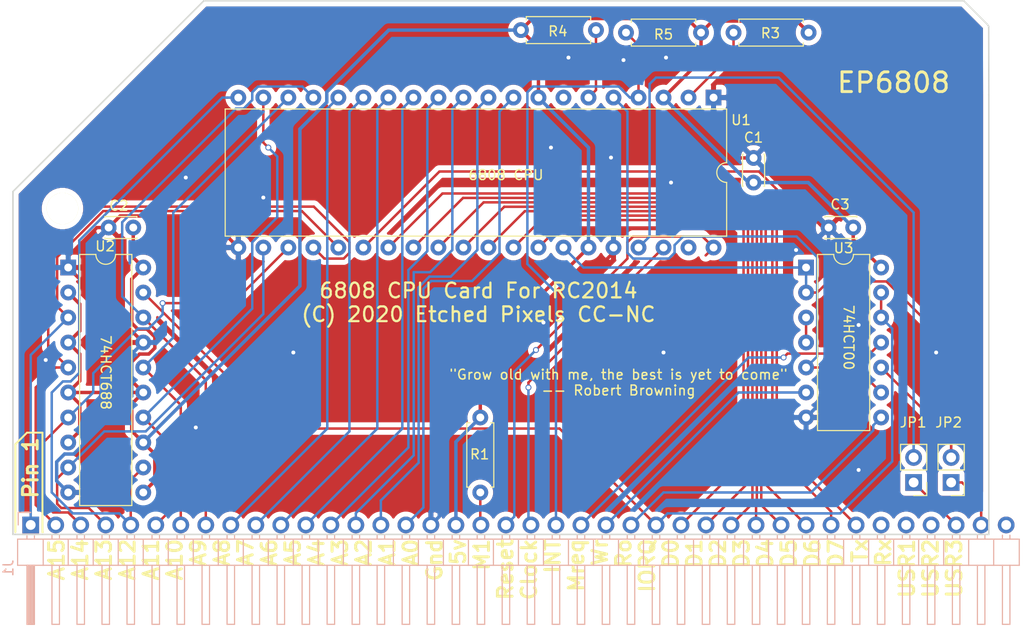
<source format=kicad_pcb>
(kicad_pcb (version 20171130) (host pcbnew 5.1.5-1.fc31)

  (general
    (thickness 1.6)
    (drawings 22)
    (tracks 400)
    (zones 0)
    (modules 14)
    (nets 43)
  )

  (page A4)
  (layers
    (0 F.Cu signal)
    (31 B.Cu signal)
    (32 B.Adhes user)
    (33 F.Adhes user)
    (34 B.Paste user)
    (35 F.Paste user)
    (36 B.SilkS user)
    (37 F.SilkS user)
    (38 B.Mask user)
    (39 F.Mask user)
    (40 Dwgs.User user)
    (41 Cmts.User user)
    (42 Eco1.User user)
    (43 Eco2.User user)
    (44 Edge.Cuts user)
    (45 Margin user)
    (46 B.CrtYd user)
    (47 F.CrtYd user)
    (48 B.Fab user hide)
    (49 F.Fab user hide)
  )

  (setup
    (last_trace_width 0.25)
    (trace_clearance 0.2)
    (zone_clearance 0.508)
    (zone_45_only no)
    (trace_min 0.2)
    (via_size 0.6)
    (via_drill 0.4)
    (via_min_size 0.4)
    (via_min_drill 0.3)
    (uvia_size 0.3)
    (uvia_drill 0.1)
    (uvias_allowed no)
    (uvia_min_size 0.2)
    (uvia_min_drill 0.1)
    (edge_width 0.15)
    (segment_width 0.2)
    (pcb_text_width 0.3)
    (pcb_text_size 1.5 1.5)
    (mod_edge_width 0.15)
    (mod_text_size 1 1)
    (mod_text_width 0.15)
    (pad_size 3.2 3.2)
    (pad_drill 3.2)
    (pad_to_mask_clearance 0.2)
    (aux_axis_origin 0 0)
    (visible_elements 7FFFFFFF)
    (pcbplotparams
      (layerselection 0x010f0_ffffffff)
      (usegerberextensions false)
      (usegerberattributes false)
      (usegerberadvancedattributes false)
      (creategerberjobfile false)
      (excludeedgelayer true)
      (linewidth 0.100000)
      (plotframeref false)
      (viasonmask false)
      (mode 1)
      (useauxorigin false)
      (hpglpennumber 1)
      (hpglpenspeed 20)
      (hpglpendiameter 15.000000)
      (psnegative false)
      (psa4output false)
      (plotreference true)
      (plotvalue true)
      (plotinvisibletext false)
      (padsonsilk false)
      (subtractmaskfromsilk false)
      (outputformat 1)
      (mirror false)
      (drillshape 0)
      (scaleselection 1)
      (outputdirectory "/tmp/kicad/6303"))
  )

  (net 0 "")
  (net 1 GND)
  (net 2 RD)
  (net 3 A15)
  (net 4 A14)
  (net 5 A13)
  (net 6 A12)
  (net 7 A11)
  (net 8 A10)
  (net 9 A9)
  (net 10 A8)
  (net 11 A7)
  (net 12 A6)
  (net 13 A5)
  (net 14 A4)
  (net 15 A3)
  (net 16 IORQ)
  (net 17 D1)
  (net 18 D2)
  (net 19 D3)
  (net 20 D4)
  (net 21 D5)
  (net 22 D6)
  (net 23 D7)
  (net 24 A2)
  (net 25 A1)
  (net 26 A0)
  (net 27 RESET)
  (net 28 CLK)
  (net 29 INT)
  (net 30 MREQ)
  (net 31 WR)
  (net 32 VCC)
  (net 33 "Net-(J1-Pad19)")
  (net 34 D0)
  (net 35 "Net-(J1-Pad39)")
  (net 36 E)
  (net 37 "Net-(R4-Pad2)")
  (net 38 "Net-(U3-Pad3)")
  (net 39 "Net-(J1-Pad38)")
  (net 40 RW)
  (net 41 "Net-(R3-Pad2)")
  (net 42 "Net-(U1-Pad5)")

  (net_class Default "This is the default net class."
    (clearance 0.2)
    (trace_width 0.25)
    (via_dia 0.6)
    (via_drill 0.4)
    (uvia_dia 0.3)
    (uvia_drill 0.1)
    (add_net A0)
    (add_net A1)
    (add_net A10)
    (add_net A11)
    (add_net A12)
    (add_net A13)
    (add_net A14)
    (add_net A15)
    (add_net A2)
    (add_net A3)
    (add_net A4)
    (add_net A5)
    (add_net A6)
    (add_net A7)
    (add_net A8)
    (add_net A9)
    (add_net CLK)
    (add_net D0)
    (add_net D1)
    (add_net D2)
    (add_net D3)
    (add_net D4)
    (add_net D5)
    (add_net D6)
    (add_net D7)
    (add_net E)
    (add_net INT)
    (add_net IORQ)
    (add_net MREQ)
    (add_net "Net-(J1-Pad19)")
    (add_net "Net-(J1-Pad38)")
    (add_net "Net-(J1-Pad39)")
    (add_net "Net-(R3-Pad2)")
    (add_net "Net-(R4-Pad2)")
    (add_net "Net-(U1-Pad5)")
    (add_net "Net-(U3-Pad3)")
    (add_net RD)
    (add_net RESET)
    (add_net RW)
    (add_net WR)
  )

  (net_class Power ""
    (clearance 0.2)
    (trace_width 0.35)
    (via_dia 0.6)
    (via_drill 0.4)
    (uvia_dia 0.3)
    (uvia_drill 0.1)
    (add_net GND)
    (add_net VCC)
  )

  (module Package_DIP:DIP-40_W15.24mm (layer F.Cu) (tedit 5A02E8C5) (tstamp 5E852D5D)
    (at 225.044 108.966 270)
    (descr "40-lead though-hole mounted DIP package, row spacing 15.24 mm (600 mils)")
    (tags "THT DIP DIL PDIP 2.54mm 15.24mm 600mil")
    (path /5E8879C7)
    (fp_text reference U1 (at 2.286 -2.794 180) (layer F.SilkS)
      (effects (font (size 1 1) (thickness 0.15)))
    )
    (fp_text value 6808 (at 7.62 50.59 90) (layer F.Fab)
      (effects (font (size 1 1) (thickness 0.15)))
    )
    (fp_text user %R (at 7.62 24.13 90) (layer F.Fab)
      (effects (font (size 1 1) (thickness 0.15)))
    )
    (fp_line (start 16.3 -1.55) (end -1.05 -1.55) (layer F.CrtYd) (width 0.05))
    (fp_line (start 16.3 49.8) (end 16.3 -1.55) (layer F.CrtYd) (width 0.05))
    (fp_line (start -1.05 49.8) (end 16.3 49.8) (layer F.CrtYd) (width 0.05))
    (fp_line (start -1.05 -1.55) (end -1.05 49.8) (layer F.CrtYd) (width 0.05))
    (fp_line (start 14.08 -1.33) (end 8.62 -1.33) (layer F.SilkS) (width 0.12))
    (fp_line (start 14.08 49.59) (end 14.08 -1.33) (layer F.SilkS) (width 0.12))
    (fp_line (start 1.16 49.59) (end 14.08 49.59) (layer F.SilkS) (width 0.12))
    (fp_line (start 1.16 -1.33) (end 1.16 49.59) (layer F.SilkS) (width 0.12))
    (fp_line (start 6.62 -1.33) (end 1.16 -1.33) (layer F.SilkS) (width 0.12))
    (fp_line (start 0.255 -0.27) (end 1.255 -1.27) (layer F.Fab) (width 0.1))
    (fp_line (start 0.255 49.53) (end 0.255 -0.27) (layer F.Fab) (width 0.1))
    (fp_line (start 14.985 49.53) (end 0.255 49.53) (layer F.Fab) (width 0.1))
    (fp_line (start 14.985 -1.27) (end 14.985 49.53) (layer F.Fab) (width 0.1))
    (fp_line (start 1.255 -1.27) (end 14.985 -1.27) (layer F.Fab) (width 0.1))
    (fp_arc (start 7.62 -1.33) (end 6.62 -1.33) (angle -180) (layer F.SilkS) (width 0.12))
    (pad 40 thru_hole oval (at 15.24 0 270) (size 1.6 1.6) (drill 0.8) (layers *.Cu *.Mask)
      (net 27 RESET))
    (pad 20 thru_hole oval (at 0 48.26 270) (size 1.6 1.6) (drill 0.8) (layers *.Cu *.Mask)
      (net 7 A11))
    (pad 39 thru_hole oval (at 15.24 2.54 270) (size 1.6 1.6) (drill 0.8) (layers *.Cu *.Mask))
    (pad 19 thru_hole oval (at 0 45.72 270) (size 1.6 1.6) (drill 0.8) (layers *.Cu *.Mask)
      (net 8 A10))
    (pad 38 thru_hole oval (at 15.24 5.08 270) (size 1.6 1.6) (drill 0.8) (layers *.Cu *.Mask)
      (net 28 CLK))
    (pad 18 thru_hole oval (at 0 43.18 270) (size 1.6 1.6) (drill 0.8) (layers *.Cu *.Mask)
      (net 9 A9))
    (pad 37 thru_hole oval (at 15.24 7.62 270) (size 1.6 1.6) (drill 0.8) (layers *.Cu *.Mask)
      (net 36 E))
    (pad 17 thru_hole oval (at 0 40.64 270) (size 1.6 1.6) (drill 0.8) (layers *.Cu *.Mask)
      (net 10 A8))
    (pad 36 thru_hole oval (at 15.24 10.16 270) (size 1.6 1.6) (drill 0.8) (layers *.Cu *.Mask)
      (net 1 GND))
    (pad 16 thru_hole oval (at 0 38.1 270) (size 1.6 1.6) (drill 0.8) (layers *.Cu *.Mask)
      (net 11 A7))
    (pad 35 thru_hole oval (at 15.24 12.7 270) (size 1.6 1.6) (drill 0.8) (layers *.Cu *.Mask)
      (net 32 VCC))
    (pad 15 thru_hole oval (at 0 35.56 270) (size 1.6 1.6) (drill 0.8) (layers *.Cu *.Mask)
      (net 12 A6))
    (pad 34 thru_hole oval (at 15.24 15.24 270) (size 1.6 1.6) (drill 0.8) (layers *.Cu *.Mask)
      (net 40 RW))
    (pad 14 thru_hole oval (at 0 33.02 270) (size 1.6 1.6) (drill 0.8) (layers *.Cu *.Mask)
      (net 13 A5))
    (pad 33 thru_hole oval (at 15.24 17.78 270) (size 1.6 1.6) (drill 0.8) (layers *.Cu *.Mask)
      (net 34 D0))
    (pad 13 thru_hole oval (at 0 30.48 270) (size 1.6 1.6) (drill 0.8) (layers *.Cu *.Mask)
      (net 14 A4))
    (pad 32 thru_hole oval (at 15.24 20.32 270) (size 1.6 1.6) (drill 0.8) (layers *.Cu *.Mask)
      (net 17 D1))
    (pad 12 thru_hole oval (at 0 27.94 270) (size 1.6 1.6) (drill 0.8) (layers *.Cu *.Mask)
      (net 15 A3))
    (pad 31 thru_hole oval (at 15.24 22.86 270) (size 1.6 1.6) (drill 0.8) (layers *.Cu *.Mask)
      (net 18 D2))
    (pad 11 thru_hole oval (at 0 25.4 270) (size 1.6 1.6) (drill 0.8) (layers *.Cu *.Mask)
      (net 24 A2))
    (pad 30 thru_hole oval (at 15.24 25.4 270) (size 1.6 1.6) (drill 0.8) (layers *.Cu *.Mask)
      (net 19 D3))
    (pad 10 thru_hole oval (at 0 22.86 270) (size 1.6 1.6) (drill 0.8) (layers *.Cu *.Mask)
      (net 25 A1))
    (pad 29 thru_hole oval (at 15.24 27.94 270) (size 1.6 1.6) (drill 0.8) (layers *.Cu *.Mask)
      (net 20 D4))
    (pad 9 thru_hole oval (at 0 20.32 270) (size 1.6 1.6) (drill 0.8) (layers *.Cu *.Mask)
      (net 26 A0))
    (pad 28 thru_hole oval (at 15.24 30.48 270) (size 1.6 1.6) (drill 0.8) (layers *.Cu *.Mask)
      (net 21 D5))
    (pad 8 thru_hole oval (at 0 17.78 270) (size 1.6 1.6) (drill 0.8) (layers *.Cu *.Mask)
      (net 32 VCC))
    (pad 27 thru_hole oval (at 15.24 33.02 270) (size 1.6 1.6) (drill 0.8) (layers *.Cu *.Mask)
      (net 22 D6))
    (pad 7 thru_hole oval (at 0 15.24 270) (size 1.6 1.6) (drill 0.8) (layers *.Cu *.Mask))
    (pad 26 thru_hole oval (at 15.24 35.56 270) (size 1.6 1.6) (drill 0.8) (layers *.Cu *.Mask)
      (net 23 D7))
    (pad 6 thru_hole oval (at 0 12.7 270) (size 1.6 1.6) (drill 0.8) (layers *.Cu *.Mask)
      (net 37 "Net-(R4-Pad2)"))
    (pad 25 thru_hole oval (at 15.24 38.1 270) (size 1.6 1.6) (drill 0.8) (layers *.Cu *.Mask)
      (net 3 A15))
    (pad 5 thru_hole oval (at 0 10.16 270) (size 1.6 1.6) (drill 0.8) (layers *.Cu *.Mask)
      (net 42 "Net-(U1-Pad5)"))
    (pad 24 thru_hole oval (at 15.24 40.64 270) (size 1.6 1.6) (drill 0.8) (layers *.Cu *.Mask)
      (net 4 A14))
    (pad 4 thru_hole oval (at 0 7.62 270) (size 1.6 1.6) (drill 0.8) (layers *.Cu *.Mask)
      (net 29 INT))
    (pad 23 thru_hole oval (at 15.24 43.18 270) (size 1.6 1.6) (drill 0.8) (layers *.Cu *.Mask)
      (net 5 A13))
    (pad 3 thru_hole oval (at 0 5.08 270) (size 1.6 1.6) (drill 0.8) (layers *.Cu *.Mask)
      (net 32 VCC))
    (pad 22 thru_hole oval (at 15.24 45.72 270) (size 1.6 1.6) (drill 0.8) (layers *.Cu *.Mask)
      (net 6 A12))
    (pad 2 thru_hole oval (at 0 2.54 270) (size 1.6 1.6) (drill 0.8) (layers *.Cu *.Mask)
      (net 41 "Net-(R3-Pad2)"))
    (pad 21 thru_hole oval (at 15.24 48.26 270) (size 1.6 1.6) (drill 0.8) (layers *.Cu *.Mask)
      (net 1 GND))
    (pad 1 thru_hole rect (at 0 0 270) (size 1.6 1.6) (drill 0.8) (layers *.Cu *.Mask)
      (net 1 GND))
    (model ${KISYS3DMOD}/Package_DIP.3dshapes/DIP-40_W15.24mm.wrl
      (at (xyz 0 0 0))
      (scale (xyz 1 1 1))
      (rotate (xyz 0 0 0))
    )
  )

  (module Connector_PinHeader_2.54mm:PinHeader_1x40_P2.54mm_Horizontal (layer B.Cu) (tedit 59FED5CB) (tstamp 5D4E77A0)
    (at 155.702 152.4 270)
    (descr "Through hole angled pin header, 1x40, 2.54mm pitch, 6mm pin length, single row")
    (tags "Through hole angled pin header THT 1x40 2.54mm single row")
    (path /5D4D81A3)
    (fp_text reference J1 (at 4.385 2.27 270) (layer B.SilkS)
      (effects (font (size 1 1) (thickness 0.15)) (justify mirror))
    )
    (fp_text value Conn_01x40 (at 4.385 -101.33 270) (layer B.Fab)
      (effects (font (size 1 1) (thickness 0.15)) (justify mirror))
    )
    (fp_line (start 2.135 1.27) (end 4.04 1.27) (layer B.Fab) (width 0.1))
    (fp_line (start 4.04 1.27) (end 4.04 -100.33) (layer B.Fab) (width 0.1))
    (fp_line (start 4.04 -100.33) (end 1.5 -100.33) (layer B.Fab) (width 0.1))
    (fp_line (start 1.5 -100.33) (end 1.5 0.635) (layer B.Fab) (width 0.1))
    (fp_line (start 1.5 0.635) (end 2.135 1.27) (layer B.Fab) (width 0.1))
    (fp_line (start -0.32 0.32) (end 1.5 0.32) (layer B.Fab) (width 0.1))
    (fp_line (start -0.32 0.32) (end -0.32 -0.32) (layer B.Fab) (width 0.1))
    (fp_line (start -0.32 -0.32) (end 1.5 -0.32) (layer B.Fab) (width 0.1))
    (fp_line (start 4.04 0.32) (end 10.04 0.32) (layer B.Fab) (width 0.1))
    (fp_line (start 10.04 0.32) (end 10.04 -0.32) (layer B.Fab) (width 0.1))
    (fp_line (start 4.04 -0.32) (end 10.04 -0.32) (layer B.Fab) (width 0.1))
    (fp_line (start -0.32 -2.22) (end 1.5 -2.22) (layer B.Fab) (width 0.1))
    (fp_line (start -0.32 -2.22) (end -0.32 -2.86) (layer B.Fab) (width 0.1))
    (fp_line (start -0.32 -2.86) (end 1.5 -2.86) (layer B.Fab) (width 0.1))
    (fp_line (start 4.04 -2.22) (end 10.04 -2.22) (layer B.Fab) (width 0.1))
    (fp_line (start 10.04 -2.22) (end 10.04 -2.86) (layer B.Fab) (width 0.1))
    (fp_line (start 4.04 -2.86) (end 10.04 -2.86) (layer B.Fab) (width 0.1))
    (fp_line (start -0.32 -4.76) (end 1.5 -4.76) (layer B.Fab) (width 0.1))
    (fp_line (start -0.32 -4.76) (end -0.32 -5.4) (layer B.Fab) (width 0.1))
    (fp_line (start -0.32 -5.4) (end 1.5 -5.4) (layer B.Fab) (width 0.1))
    (fp_line (start 4.04 -4.76) (end 10.04 -4.76) (layer B.Fab) (width 0.1))
    (fp_line (start 10.04 -4.76) (end 10.04 -5.4) (layer B.Fab) (width 0.1))
    (fp_line (start 4.04 -5.4) (end 10.04 -5.4) (layer B.Fab) (width 0.1))
    (fp_line (start -0.32 -7.3) (end 1.5 -7.3) (layer B.Fab) (width 0.1))
    (fp_line (start -0.32 -7.3) (end -0.32 -7.94) (layer B.Fab) (width 0.1))
    (fp_line (start -0.32 -7.94) (end 1.5 -7.94) (layer B.Fab) (width 0.1))
    (fp_line (start 4.04 -7.3) (end 10.04 -7.3) (layer B.Fab) (width 0.1))
    (fp_line (start 10.04 -7.3) (end 10.04 -7.94) (layer B.Fab) (width 0.1))
    (fp_line (start 4.04 -7.94) (end 10.04 -7.94) (layer B.Fab) (width 0.1))
    (fp_line (start -0.32 -9.84) (end 1.5 -9.84) (layer B.Fab) (width 0.1))
    (fp_line (start -0.32 -9.84) (end -0.32 -10.48) (layer B.Fab) (width 0.1))
    (fp_line (start -0.32 -10.48) (end 1.5 -10.48) (layer B.Fab) (width 0.1))
    (fp_line (start 4.04 -9.84) (end 10.04 -9.84) (layer B.Fab) (width 0.1))
    (fp_line (start 10.04 -9.84) (end 10.04 -10.48) (layer B.Fab) (width 0.1))
    (fp_line (start 4.04 -10.48) (end 10.04 -10.48) (layer B.Fab) (width 0.1))
    (fp_line (start -0.32 -12.38) (end 1.5 -12.38) (layer B.Fab) (width 0.1))
    (fp_line (start -0.32 -12.38) (end -0.32 -13.02) (layer B.Fab) (width 0.1))
    (fp_line (start -0.32 -13.02) (end 1.5 -13.02) (layer B.Fab) (width 0.1))
    (fp_line (start 4.04 -12.38) (end 10.04 -12.38) (layer B.Fab) (width 0.1))
    (fp_line (start 10.04 -12.38) (end 10.04 -13.02) (layer B.Fab) (width 0.1))
    (fp_line (start 4.04 -13.02) (end 10.04 -13.02) (layer B.Fab) (width 0.1))
    (fp_line (start -0.32 -14.92) (end 1.5 -14.92) (layer B.Fab) (width 0.1))
    (fp_line (start -0.32 -14.92) (end -0.32 -15.56) (layer B.Fab) (width 0.1))
    (fp_line (start -0.32 -15.56) (end 1.5 -15.56) (layer B.Fab) (width 0.1))
    (fp_line (start 4.04 -14.92) (end 10.04 -14.92) (layer B.Fab) (width 0.1))
    (fp_line (start 10.04 -14.92) (end 10.04 -15.56) (layer B.Fab) (width 0.1))
    (fp_line (start 4.04 -15.56) (end 10.04 -15.56) (layer B.Fab) (width 0.1))
    (fp_line (start -0.32 -17.46) (end 1.5 -17.46) (layer B.Fab) (width 0.1))
    (fp_line (start -0.32 -17.46) (end -0.32 -18.1) (layer B.Fab) (width 0.1))
    (fp_line (start -0.32 -18.1) (end 1.5 -18.1) (layer B.Fab) (width 0.1))
    (fp_line (start 4.04 -17.46) (end 10.04 -17.46) (layer B.Fab) (width 0.1))
    (fp_line (start 10.04 -17.46) (end 10.04 -18.1) (layer B.Fab) (width 0.1))
    (fp_line (start 4.04 -18.1) (end 10.04 -18.1) (layer B.Fab) (width 0.1))
    (fp_line (start -0.32 -20) (end 1.5 -20) (layer B.Fab) (width 0.1))
    (fp_line (start -0.32 -20) (end -0.32 -20.64) (layer B.Fab) (width 0.1))
    (fp_line (start -0.32 -20.64) (end 1.5 -20.64) (layer B.Fab) (width 0.1))
    (fp_line (start 4.04 -20) (end 10.04 -20) (layer B.Fab) (width 0.1))
    (fp_line (start 10.04 -20) (end 10.04 -20.64) (layer B.Fab) (width 0.1))
    (fp_line (start 4.04 -20.64) (end 10.04 -20.64) (layer B.Fab) (width 0.1))
    (fp_line (start -0.32 -22.54) (end 1.5 -22.54) (layer B.Fab) (width 0.1))
    (fp_line (start -0.32 -22.54) (end -0.32 -23.18) (layer B.Fab) (width 0.1))
    (fp_line (start -0.32 -23.18) (end 1.5 -23.18) (layer B.Fab) (width 0.1))
    (fp_line (start 4.04 -22.54) (end 10.04 -22.54) (layer B.Fab) (width 0.1))
    (fp_line (start 10.04 -22.54) (end 10.04 -23.18) (layer B.Fab) (width 0.1))
    (fp_line (start 4.04 -23.18) (end 10.04 -23.18) (layer B.Fab) (width 0.1))
    (fp_line (start -0.32 -25.08) (end 1.5 -25.08) (layer B.Fab) (width 0.1))
    (fp_line (start -0.32 -25.08) (end -0.32 -25.72) (layer B.Fab) (width 0.1))
    (fp_line (start -0.32 -25.72) (end 1.5 -25.72) (layer B.Fab) (width 0.1))
    (fp_line (start 4.04 -25.08) (end 10.04 -25.08) (layer B.Fab) (width 0.1))
    (fp_line (start 10.04 -25.08) (end 10.04 -25.72) (layer B.Fab) (width 0.1))
    (fp_line (start 4.04 -25.72) (end 10.04 -25.72) (layer B.Fab) (width 0.1))
    (fp_line (start -0.32 -27.62) (end 1.5 -27.62) (layer B.Fab) (width 0.1))
    (fp_line (start -0.32 -27.62) (end -0.32 -28.26) (layer B.Fab) (width 0.1))
    (fp_line (start -0.32 -28.26) (end 1.5 -28.26) (layer B.Fab) (width 0.1))
    (fp_line (start 4.04 -27.62) (end 10.04 -27.62) (layer B.Fab) (width 0.1))
    (fp_line (start 10.04 -27.62) (end 10.04 -28.26) (layer B.Fab) (width 0.1))
    (fp_line (start 4.04 -28.26) (end 10.04 -28.26) (layer B.Fab) (width 0.1))
    (fp_line (start -0.32 -30.16) (end 1.5 -30.16) (layer B.Fab) (width 0.1))
    (fp_line (start -0.32 -30.16) (end -0.32 -30.8) (layer B.Fab) (width 0.1))
    (fp_line (start -0.32 -30.8) (end 1.5 -30.8) (layer B.Fab) (width 0.1))
    (fp_line (start 4.04 -30.16) (end 10.04 -30.16) (layer B.Fab) (width 0.1))
    (fp_line (start 10.04 -30.16) (end 10.04 -30.8) (layer B.Fab) (width 0.1))
    (fp_line (start 4.04 -30.8) (end 10.04 -30.8) (layer B.Fab) (width 0.1))
    (fp_line (start -0.32 -32.7) (end 1.5 -32.7) (layer B.Fab) (width 0.1))
    (fp_line (start -0.32 -32.7) (end -0.32 -33.34) (layer B.Fab) (width 0.1))
    (fp_line (start -0.32 -33.34) (end 1.5 -33.34) (layer B.Fab) (width 0.1))
    (fp_line (start 4.04 -32.7) (end 10.04 -32.7) (layer B.Fab) (width 0.1))
    (fp_line (start 10.04 -32.7) (end 10.04 -33.34) (layer B.Fab) (width 0.1))
    (fp_line (start 4.04 -33.34) (end 10.04 -33.34) (layer B.Fab) (width 0.1))
    (fp_line (start -0.32 -35.24) (end 1.5 -35.24) (layer B.Fab) (width 0.1))
    (fp_line (start -0.32 -35.24) (end -0.32 -35.88) (layer B.Fab) (width 0.1))
    (fp_line (start -0.32 -35.88) (end 1.5 -35.88) (layer B.Fab) (width 0.1))
    (fp_line (start 4.04 -35.24) (end 10.04 -35.24) (layer B.Fab) (width 0.1))
    (fp_line (start 10.04 -35.24) (end 10.04 -35.88) (layer B.Fab) (width 0.1))
    (fp_line (start 4.04 -35.88) (end 10.04 -35.88) (layer B.Fab) (width 0.1))
    (fp_line (start -0.32 -37.78) (end 1.5 -37.78) (layer B.Fab) (width 0.1))
    (fp_line (start -0.32 -37.78) (end -0.32 -38.42) (layer B.Fab) (width 0.1))
    (fp_line (start -0.32 -38.42) (end 1.5 -38.42) (layer B.Fab) (width 0.1))
    (fp_line (start 4.04 -37.78) (end 10.04 -37.78) (layer B.Fab) (width 0.1))
    (fp_line (start 10.04 -37.78) (end 10.04 -38.42) (layer B.Fab) (width 0.1))
    (fp_line (start 4.04 -38.42) (end 10.04 -38.42) (layer B.Fab) (width 0.1))
    (fp_line (start -0.32 -40.32) (end 1.5 -40.32) (layer B.Fab) (width 0.1))
    (fp_line (start -0.32 -40.32) (end -0.32 -40.96) (layer B.Fab) (width 0.1))
    (fp_line (start -0.32 -40.96) (end 1.5 -40.96) (layer B.Fab) (width 0.1))
    (fp_line (start 4.04 -40.32) (end 10.04 -40.32) (layer B.Fab) (width 0.1))
    (fp_line (start 10.04 -40.32) (end 10.04 -40.96) (layer B.Fab) (width 0.1))
    (fp_line (start 4.04 -40.96) (end 10.04 -40.96) (layer B.Fab) (width 0.1))
    (fp_line (start -0.32 -42.86) (end 1.5 -42.86) (layer B.Fab) (width 0.1))
    (fp_line (start -0.32 -42.86) (end -0.32 -43.5) (layer B.Fab) (width 0.1))
    (fp_line (start -0.32 -43.5) (end 1.5 -43.5) (layer B.Fab) (width 0.1))
    (fp_line (start 4.04 -42.86) (end 10.04 -42.86) (layer B.Fab) (width 0.1))
    (fp_line (start 10.04 -42.86) (end 10.04 -43.5) (layer B.Fab) (width 0.1))
    (fp_line (start 4.04 -43.5) (end 10.04 -43.5) (layer B.Fab) (width 0.1))
    (fp_line (start -0.32 -45.4) (end 1.5 -45.4) (layer B.Fab) (width 0.1))
    (fp_line (start -0.32 -45.4) (end -0.32 -46.04) (layer B.Fab) (width 0.1))
    (fp_line (start -0.32 -46.04) (end 1.5 -46.04) (layer B.Fab) (width 0.1))
    (fp_line (start 4.04 -45.4) (end 10.04 -45.4) (layer B.Fab) (width 0.1))
    (fp_line (start 10.04 -45.4) (end 10.04 -46.04) (layer B.Fab) (width 0.1))
    (fp_line (start 4.04 -46.04) (end 10.04 -46.04) (layer B.Fab) (width 0.1))
    (fp_line (start -0.32 -47.94) (end 1.5 -47.94) (layer B.Fab) (width 0.1))
    (fp_line (start -0.32 -47.94) (end -0.32 -48.58) (layer B.Fab) (width 0.1))
    (fp_line (start -0.32 -48.58) (end 1.5 -48.58) (layer B.Fab) (width 0.1))
    (fp_line (start 4.04 -47.94) (end 10.04 -47.94) (layer B.Fab) (width 0.1))
    (fp_line (start 10.04 -47.94) (end 10.04 -48.58) (layer B.Fab) (width 0.1))
    (fp_line (start 4.04 -48.58) (end 10.04 -48.58) (layer B.Fab) (width 0.1))
    (fp_line (start -0.32 -50.48) (end 1.5 -50.48) (layer B.Fab) (width 0.1))
    (fp_line (start -0.32 -50.48) (end -0.32 -51.12) (layer B.Fab) (width 0.1))
    (fp_line (start -0.32 -51.12) (end 1.5 -51.12) (layer B.Fab) (width 0.1))
    (fp_line (start 4.04 -50.48) (end 10.04 -50.48) (layer B.Fab) (width 0.1))
    (fp_line (start 10.04 -50.48) (end 10.04 -51.12) (layer B.Fab) (width 0.1))
    (fp_line (start 4.04 -51.12) (end 10.04 -51.12) (layer B.Fab) (width 0.1))
    (fp_line (start -0.32 -53.02) (end 1.5 -53.02) (layer B.Fab) (width 0.1))
    (fp_line (start -0.32 -53.02) (end -0.32 -53.66) (layer B.Fab) (width 0.1))
    (fp_line (start -0.32 -53.66) (end 1.5 -53.66) (layer B.Fab) (width 0.1))
    (fp_line (start 4.04 -53.02) (end 10.04 -53.02) (layer B.Fab) (width 0.1))
    (fp_line (start 10.04 -53.02) (end 10.04 -53.66) (layer B.Fab) (width 0.1))
    (fp_line (start 4.04 -53.66) (end 10.04 -53.66) (layer B.Fab) (width 0.1))
    (fp_line (start -0.32 -55.56) (end 1.5 -55.56) (layer B.Fab) (width 0.1))
    (fp_line (start -0.32 -55.56) (end -0.32 -56.2) (layer B.Fab) (width 0.1))
    (fp_line (start -0.32 -56.2) (end 1.5 -56.2) (layer B.Fab) (width 0.1))
    (fp_line (start 4.04 -55.56) (end 10.04 -55.56) (layer B.Fab) (width 0.1))
    (fp_line (start 10.04 -55.56) (end 10.04 -56.2) (layer B.Fab) (width 0.1))
    (fp_line (start 4.04 -56.2) (end 10.04 -56.2) (layer B.Fab) (width 0.1))
    (fp_line (start -0.32 -58.1) (end 1.5 -58.1) (layer B.Fab) (width 0.1))
    (fp_line (start -0.32 -58.1) (end -0.32 -58.74) (layer B.Fab) (width 0.1))
    (fp_line (start -0.32 -58.74) (end 1.5 -58.74) (layer B.Fab) (width 0.1))
    (fp_line (start 4.04 -58.1) (end 10.04 -58.1) (layer B.Fab) (width 0.1))
    (fp_line (start 10.04 -58.1) (end 10.04 -58.74) (layer B.Fab) (width 0.1))
    (fp_line (start 4.04 -58.74) (end 10.04 -58.74) (layer B.Fab) (width 0.1))
    (fp_line (start -0.32 -60.64) (end 1.5 -60.64) (layer B.Fab) (width 0.1))
    (fp_line (start -0.32 -60.64) (end -0.32 -61.28) (layer B.Fab) (width 0.1))
    (fp_line (start -0.32 -61.28) (end 1.5 -61.28) (layer B.Fab) (width 0.1))
    (fp_line (start 4.04 -60.64) (end 10.04 -60.64) (layer B.Fab) (width 0.1))
    (fp_line (start 10.04 -60.64) (end 10.04 -61.28) (layer B.Fab) (width 0.1))
    (fp_line (start 4.04 -61.28) (end 10.04 -61.28) (layer B.Fab) (width 0.1))
    (fp_line (start -0.32 -63.18) (end 1.5 -63.18) (layer B.Fab) (width 0.1))
    (fp_line (start -0.32 -63.18) (end -0.32 -63.82) (layer B.Fab) (width 0.1))
    (fp_line (start -0.32 -63.82) (end 1.5 -63.82) (layer B.Fab) (width 0.1))
    (fp_line (start 4.04 -63.18) (end 10.04 -63.18) (layer B.Fab) (width 0.1))
    (fp_line (start 10.04 -63.18) (end 10.04 -63.82) (layer B.Fab) (width 0.1))
    (fp_line (start 4.04 -63.82) (end 10.04 -63.82) (layer B.Fab) (width 0.1))
    (fp_line (start -0.32 -65.72) (end 1.5 -65.72) (layer B.Fab) (width 0.1))
    (fp_line (start -0.32 -65.72) (end -0.32 -66.36) (layer B.Fab) (width 0.1))
    (fp_line (start -0.32 -66.36) (end 1.5 -66.36) (layer B.Fab) (width 0.1))
    (fp_line (start 4.04 -65.72) (end 10.04 -65.72) (layer B.Fab) (width 0.1))
    (fp_line (start 10.04 -65.72) (end 10.04 -66.36) (layer B.Fab) (width 0.1))
    (fp_line (start 4.04 -66.36) (end 10.04 -66.36) (layer B.Fab) (width 0.1))
    (fp_line (start -0.32 -68.26) (end 1.5 -68.26) (layer B.Fab) (width 0.1))
    (fp_line (start -0.32 -68.26) (end -0.32 -68.9) (layer B.Fab) (width 0.1))
    (fp_line (start -0.32 -68.9) (end 1.5 -68.9) (layer B.Fab) (width 0.1))
    (fp_line (start 4.04 -68.26) (end 10.04 -68.26) (layer B.Fab) (width 0.1))
    (fp_line (start 10.04 -68.26) (end 10.04 -68.9) (layer B.Fab) (width 0.1))
    (fp_line (start 4.04 -68.9) (end 10.04 -68.9) (layer B.Fab) (width 0.1))
    (fp_line (start -0.32 -70.8) (end 1.5 -70.8) (layer B.Fab) (width 0.1))
    (fp_line (start -0.32 -70.8) (end -0.32 -71.44) (layer B.Fab) (width 0.1))
    (fp_line (start -0.32 -71.44) (end 1.5 -71.44) (layer B.Fab) (width 0.1))
    (fp_line (start 4.04 -70.8) (end 10.04 -70.8) (layer B.Fab) (width 0.1))
    (fp_line (start 10.04 -70.8) (end 10.04 -71.44) (layer B.Fab) (width 0.1))
    (fp_line (start 4.04 -71.44) (end 10.04 -71.44) (layer B.Fab) (width 0.1))
    (fp_line (start -0.32 -73.34) (end 1.5 -73.34) (layer B.Fab) (width 0.1))
    (fp_line (start -0.32 -73.34) (end -0.32 -73.98) (layer B.Fab) (width 0.1))
    (fp_line (start -0.32 -73.98) (end 1.5 -73.98) (layer B.Fab) (width 0.1))
    (fp_line (start 4.04 -73.34) (end 10.04 -73.34) (layer B.Fab) (width 0.1))
    (fp_line (start 10.04 -73.34) (end 10.04 -73.98) (layer B.Fab) (width 0.1))
    (fp_line (start 4.04 -73.98) (end 10.04 -73.98) (layer B.Fab) (width 0.1))
    (fp_line (start -0.32 -75.88) (end 1.5 -75.88) (layer B.Fab) (width 0.1))
    (fp_line (start -0.32 -75.88) (end -0.32 -76.52) (layer B.Fab) (width 0.1))
    (fp_line (start -0.32 -76.52) (end 1.5 -76.52) (layer B.Fab) (width 0.1))
    (fp_line (start 4.04 -75.88) (end 10.04 -75.88) (layer B.Fab) (width 0.1))
    (fp_line (start 10.04 -75.88) (end 10.04 -76.52) (layer B.Fab) (width 0.1))
    (fp_line (start 4.04 -76.52) (end 10.04 -76.52) (layer B.Fab) (width 0.1))
    (fp_line (start -0.32 -78.42) (end 1.5 -78.42) (layer B.Fab) (width 0.1))
    (fp_line (start -0.32 -78.42) (end -0.32 -79.06) (layer B.Fab) (width 0.1))
    (fp_line (start -0.32 -79.06) (end 1.5 -79.06) (layer B.Fab) (width 0.1))
    (fp_line (start 4.04 -78.42) (end 10.04 -78.42) (layer B.Fab) (width 0.1))
    (fp_line (start 10.04 -78.42) (end 10.04 -79.06) (layer B.Fab) (width 0.1))
    (fp_line (start 4.04 -79.06) (end 10.04 -79.06) (layer B.Fab) (width 0.1))
    (fp_line (start -0.32 -80.96) (end 1.5 -80.96) (layer B.Fab) (width 0.1))
    (fp_line (start -0.32 -80.96) (end -0.32 -81.6) (layer B.Fab) (width 0.1))
    (fp_line (start -0.32 -81.6) (end 1.5 -81.6) (layer B.Fab) (width 0.1))
    (fp_line (start 4.04 -80.96) (end 10.04 -80.96) (layer B.Fab) (width 0.1))
    (fp_line (start 10.04 -80.96) (end 10.04 -81.6) (layer B.Fab) (width 0.1))
    (fp_line (start 4.04 -81.6) (end 10.04 -81.6) (layer B.Fab) (width 0.1))
    (fp_line (start -0.32 -83.5) (end 1.5 -83.5) (layer B.Fab) (width 0.1))
    (fp_line (start -0.32 -83.5) (end -0.32 -84.14) (layer B.Fab) (width 0.1))
    (fp_line (start -0.32 -84.14) (end 1.5 -84.14) (layer B.Fab) (width 0.1))
    (fp_line (start 4.04 -83.5) (end 10.04 -83.5) (layer B.Fab) (width 0.1))
    (fp_line (start 10.04 -83.5) (end 10.04 -84.14) (layer B.Fab) (width 0.1))
    (fp_line (start 4.04 -84.14) (end 10.04 -84.14) (layer B.Fab) (width 0.1))
    (fp_line (start -0.32 -86.04) (end 1.5 -86.04) (layer B.Fab) (width 0.1))
    (fp_line (start -0.32 -86.04) (end -0.32 -86.68) (layer B.Fab) (width 0.1))
    (fp_line (start -0.32 -86.68) (end 1.5 -86.68) (layer B.Fab) (width 0.1))
    (fp_line (start 4.04 -86.04) (end 10.04 -86.04) (layer B.Fab) (width 0.1))
    (fp_line (start 10.04 -86.04) (end 10.04 -86.68) (layer B.Fab) (width 0.1))
    (fp_line (start 4.04 -86.68) (end 10.04 -86.68) (layer B.Fab) (width 0.1))
    (fp_line (start -0.32 -88.58) (end 1.5 -88.58) (layer B.Fab) (width 0.1))
    (fp_line (start -0.32 -88.58) (end -0.32 -89.22) (layer B.Fab) (width 0.1))
    (fp_line (start -0.32 -89.22) (end 1.5 -89.22) (layer B.Fab) (width 0.1))
    (fp_line (start 4.04 -88.58) (end 10.04 -88.58) (layer B.Fab) (width 0.1))
    (fp_line (start 10.04 -88.58) (end 10.04 -89.22) (layer B.Fab) (width 0.1))
    (fp_line (start 4.04 -89.22) (end 10.04 -89.22) (layer B.Fab) (width 0.1))
    (fp_line (start -0.32 -91.12) (end 1.5 -91.12) (layer B.Fab) (width 0.1))
    (fp_line (start -0.32 -91.12) (end -0.32 -91.76) (layer B.Fab) (width 0.1))
    (fp_line (start -0.32 -91.76) (end 1.5 -91.76) (layer B.Fab) (width 0.1))
    (fp_line (start 4.04 -91.12) (end 10.04 -91.12) (layer B.Fab) (width 0.1))
    (fp_line (start 10.04 -91.12) (end 10.04 -91.76) (layer B.Fab) (width 0.1))
    (fp_line (start 4.04 -91.76) (end 10.04 -91.76) (layer B.Fab) (width 0.1))
    (fp_line (start -0.32 -93.66) (end 1.5 -93.66) (layer B.Fab) (width 0.1))
    (fp_line (start -0.32 -93.66) (end -0.32 -94.3) (layer B.Fab) (width 0.1))
    (fp_line (start -0.32 -94.3) (end 1.5 -94.3) (layer B.Fab) (width 0.1))
    (fp_line (start 4.04 -93.66) (end 10.04 -93.66) (layer B.Fab) (width 0.1))
    (fp_line (start 10.04 -93.66) (end 10.04 -94.3) (layer B.Fab) (width 0.1))
    (fp_line (start 4.04 -94.3) (end 10.04 -94.3) (layer B.Fab) (width 0.1))
    (fp_line (start -0.32 -96.2) (end 1.5 -96.2) (layer B.Fab) (width 0.1))
    (fp_line (start -0.32 -96.2) (end -0.32 -96.84) (layer B.Fab) (width 0.1))
    (fp_line (start -0.32 -96.84) (end 1.5 -96.84) (layer B.Fab) (width 0.1))
    (fp_line (start 4.04 -96.2) (end 10.04 -96.2) (layer B.Fab) (width 0.1))
    (fp_line (start 10.04 -96.2) (end 10.04 -96.84) (layer B.Fab) (width 0.1))
    (fp_line (start 4.04 -96.84) (end 10.04 -96.84) (layer B.Fab) (width 0.1))
    (fp_line (start -0.32 -98.74) (end 1.5 -98.74) (layer B.Fab) (width 0.1))
    (fp_line (start -0.32 -98.74) (end -0.32 -99.38) (layer B.Fab) (width 0.1))
    (fp_line (start -0.32 -99.38) (end 1.5 -99.38) (layer B.Fab) (width 0.1))
    (fp_line (start 4.04 -98.74) (end 10.04 -98.74) (layer B.Fab) (width 0.1))
    (fp_line (start 10.04 -98.74) (end 10.04 -99.38) (layer B.Fab) (width 0.1))
    (fp_line (start 4.04 -99.38) (end 10.04 -99.38) (layer B.Fab) (width 0.1))
    (fp_line (start 1.44 1.33) (end 1.44 -100.39) (layer B.SilkS) (width 0.12))
    (fp_line (start 1.44 -100.39) (end 4.1 -100.39) (layer B.SilkS) (width 0.12))
    (fp_line (start 4.1 -100.39) (end 4.1 1.33) (layer B.SilkS) (width 0.12))
    (fp_line (start 4.1 1.33) (end 1.44 1.33) (layer B.SilkS) (width 0.12))
    (fp_line (start 4.1 0.38) (end 10.1 0.38) (layer B.SilkS) (width 0.12))
    (fp_line (start 10.1 0.38) (end 10.1 -0.38) (layer B.SilkS) (width 0.12))
    (fp_line (start 10.1 -0.38) (end 4.1 -0.38) (layer B.SilkS) (width 0.12))
    (fp_line (start 4.1 0.32) (end 10.1 0.32) (layer B.SilkS) (width 0.12))
    (fp_line (start 4.1 0.2) (end 10.1 0.2) (layer B.SilkS) (width 0.12))
    (fp_line (start 4.1 0.08) (end 10.1 0.08) (layer B.SilkS) (width 0.12))
    (fp_line (start 4.1 -0.04) (end 10.1 -0.04) (layer B.SilkS) (width 0.12))
    (fp_line (start 4.1 -0.16) (end 10.1 -0.16) (layer B.SilkS) (width 0.12))
    (fp_line (start 4.1 -0.28) (end 10.1 -0.28) (layer B.SilkS) (width 0.12))
    (fp_line (start 1.11 0.38) (end 1.44 0.38) (layer B.SilkS) (width 0.12))
    (fp_line (start 1.11 -0.38) (end 1.44 -0.38) (layer B.SilkS) (width 0.12))
    (fp_line (start 1.44 -1.27) (end 4.1 -1.27) (layer B.SilkS) (width 0.12))
    (fp_line (start 4.1 -2.16) (end 10.1 -2.16) (layer B.SilkS) (width 0.12))
    (fp_line (start 10.1 -2.16) (end 10.1 -2.92) (layer B.SilkS) (width 0.12))
    (fp_line (start 10.1 -2.92) (end 4.1 -2.92) (layer B.SilkS) (width 0.12))
    (fp_line (start 1.042929 -2.16) (end 1.44 -2.16) (layer B.SilkS) (width 0.12))
    (fp_line (start 1.042929 -2.92) (end 1.44 -2.92) (layer B.SilkS) (width 0.12))
    (fp_line (start 1.44 -3.81) (end 4.1 -3.81) (layer B.SilkS) (width 0.12))
    (fp_line (start 4.1 -4.7) (end 10.1 -4.7) (layer B.SilkS) (width 0.12))
    (fp_line (start 10.1 -4.7) (end 10.1 -5.46) (layer B.SilkS) (width 0.12))
    (fp_line (start 10.1 -5.46) (end 4.1 -5.46) (layer B.SilkS) (width 0.12))
    (fp_line (start 1.042929 -4.7) (end 1.44 -4.7) (layer B.SilkS) (width 0.12))
    (fp_line (start 1.042929 -5.46) (end 1.44 -5.46) (layer B.SilkS) (width 0.12))
    (fp_line (start 1.44 -6.35) (end 4.1 -6.35) (layer B.SilkS) (width 0.12))
    (fp_line (start 4.1 -7.24) (end 10.1 -7.24) (layer B.SilkS) (width 0.12))
    (fp_line (start 10.1 -7.24) (end 10.1 -8) (layer B.SilkS) (width 0.12))
    (fp_line (start 10.1 -8) (end 4.1 -8) (layer B.SilkS) (width 0.12))
    (fp_line (start 1.042929 -7.24) (end 1.44 -7.24) (layer B.SilkS) (width 0.12))
    (fp_line (start 1.042929 -8) (end 1.44 -8) (layer B.SilkS) (width 0.12))
    (fp_line (start 1.44 -8.89) (end 4.1 -8.89) (layer B.SilkS) (width 0.12))
    (fp_line (start 4.1 -9.78) (end 10.1 -9.78) (layer B.SilkS) (width 0.12))
    (fp_line (start 10.1 -9.78) (end 10.1 -10.54) (layer B.SilkS) (width 0.12))
    (fp_line (start 10.1 -10.54) (end 4.1 -10.54) (layer B.SilkS) (width 0.12))
    (fp_line (start 1.042929 -9.78) (end 1.44 -9.78) (layer B.SilkS) (width 0.12))
    (fp_line (start 1.042929 -10.54) (end 1.44 -10.54) (layer B.SilkS) (width 0.12))
    (fp_line (start 1.44 -11.43) (end 4.1 -11.43) (layer B.SilkS) (width 0.12))
    (fp_line (start 4.1 -12.32) (end 10.1 -12.32) (layer B.SilkS) (width 0.12))
    (fp_line (start 10.1 -12.32) (end 10.1 -13.08) (layer B.SilkS) (width 0.12))
    (fp_line (start 10.1 -13.08) (end 4.1 -13.08) (layer B.SilkS) (width 0.12))
    (fp_line (start 1.042929 -12.32) (end 1.44 -12.32) (layer B.SilkS) (width 0.12))
    (fp_line (start 1.042929 -13.08) (end 1.44 -13.08) (layer B.SilkS) (width 0.12))
    (fp_line (start 1.44 -13.97) (end 4.1 -13.97) (layer B.SilkS) (width 0.12))
    (fp_line (start 4.1 -14.86) (end 10.1 -14.86) (layer B.SilkS) (width 0.12))
    (fp_line (start 10.1 -14.86) (end 10.1 -15.62) (layer B.SilkS) (width 0.12))
    (fp_line (start 10.1 -15.62) (end 4.1 -15.62) (layer B.SilkS) (width 0.12))
    (fp_line (start 1.042929 -14.86) (end 1.44 -14.86) (layer B.SilkS) (width 0.12))
    (fp_line (start 1.042929 -15.62) (end 1.44 -15.62) (layer B.SilkS) (width 0.12))
    (fp_line (start 1.44 -16.51) (end 4.1 -16.51) (layer B.SilkS) (width 0.12))
    (fp_line (start 4.1 -17.4) (end 10.1 -17.4) (layer B.SilkS) (width 0.12))
    (fp_line (start 10.1 -17.4) (end 10.1 -18.16) (layer B.SilkS) (width 0.12))
    (fp_line (start 10.1 -18.16) (end 4.1 -18.16) (layer B.SilkS) (width 0.12))
    (fp_line (start 1.042929 -17.4) (end 1.44 -17.4) (layer B.SilkS) (width 0.12))
    (fp_line (start 1.042929 -18.16) (end 1.44 -18.16) (layer B.SilkS) (width 0.12))
    (fp_line (start 1.44 -19.05) (end 4.1 -19.05) (layer B.SilkS) (width 0.12))
    (fp_line (start 4.1 -19.94) (end 10.1 -19.94) (layer B.SilkS) (width 0.12))
    (fp_line (start 10.1 -19.94) (end 10.1 -20.7) (layer B.SilkS) (width 0.12))
    (fp_line (start 10.1 -20.7) (end 4.1 -20.7) (layer B.SilkS) (width 0.12))
    (fp_line (start 1.042929 -19.94) (end 1.44 -19.94) (layer B.SilkS) (width 0.12))
    (fp_line (start 1.042929 -20.7) (end 1.44 -20.7) (layer B.SilkS) (width 0.12))
    (fp_line (start 1.44 -21.59) (end 4.1 -21.59) (layer B.SilkS) (width 0.12))
    (fp_line (start 4.1 -22.48) (end 10.1 -22.48) (layer B.SilkS) (width 0.12))
    (fp_line (start 10.1 -22.48) (end 10.1 -23.24) (layer B.SilkS) (width 0.12))
    (fp_line (start 10.1 -23.24) (end 4.1 -23.24) (layer B.SilkS) (width 0.12))
    (fp_line (start 1.042929 -22.48) (end 1.44 -22.48) (layer B.SilkS) (width 0.12))
    (fp_line (start 1.042929 -23.24) (end 1.44 -23.24) (layer B.SilkS) (width 0.12))
    (fp_line (start 1.44 -24.13) (end 4.1 -24.13) (layer B.SilkS) (width 0.12))
    (fp_line (start 4.1 -25.02) (end 10.1 -25.02) (layer B.SilkS) (width 0.12))
    (fp_line (start 10.1 -25.02) (end 10.1 -25.78) (layer B.SilkS) (width 0.12))
    (fp_line (start 10.1 -25.78) (end 4.1 -25.78) (layer B.SilkS) (width 0.12))
    (fp_line (start 1.042929 -25.02) (end 1.44 -25.02) (layer B.SilkS) (width 0.12))
    (fp_line (start 1.042929 -25.78) (end 1.44 -25.78) (layer B.SilkS) (width 0.12))
    (fp_line (start 1.44 -26.67) (end 4.1 -26.67) (layer B.SilkS) (width 0.12))
    (fp_line (start 4.1 -27.56) (end 10.1 -27.56) (layer B.SilkS) (width 0.12))
    (fp_line (start 10.1 -27.56) (end 10.1 -28.32) (layer B.SilkS) (width 0.12))
    (fp_line (start 10.1 -28.32) (end 4.1 -28.32) (layer B.SilkS) (width 0.12))
    (fp_line (start 1.042929 -27.56) (end 1.44 -27.56) (layer B.SilkS) (width 0.12))
    (fp_line (start 1.042929 -28.32) (end 1.44 -28.32) (layer B.SilkS) (width 0.12))
    (fp_line (start 1.44 -29.21) (end 4.1 -29.21) (layer B.SilkS) (width 0.12))
    (fp_line (start 4.1 -30.1) (end 10.1 -30.1) (layer B.SilkS) (width 0.12))
    (fp_line (start 10.1 -30.1) (end 10.1 -30.86) (layer B.SilkS) (width 0.12))
    (fp_line (start 10.1 -30.86) (end 4.1 -30.86) (layer B.SilkS) (width 0.12))
    (fp_line (start 1.042929 -30.1) (end 1.44 -30.1) (layer B.SilkS) (width 0.12))
    (fp_line (start 1.042929 -30.86) (end 1.44 -30.86) (layer B.SilkS) (width 0.12))
    (fp_line (start 1.44 -31.75) (end 4.1 -31.75) (layer B.SilkS) (width 0.12))
    (fp_line (start 4.1 -32.64) (end 10.1 -32.64) (layer B.SilkS) (width 0.12))
    (fp_line (start 10.1 -32.64) (end 10.1 -33.4) (layer B.SilkS) (width 0.12))
    (fp_line (start 10.1 -33.4) (end 4.1 -33.4) (layer B.SilkS) (width 0.12))
    (fp_line (start 1.042929 -32.64) (end 1.44 -32.64) (layer B.SilkS) (width 0.12))
    (fp_line (start 1.042929 -33.4) (end 1.44 -33.4) (layer B.SilkS) (width 0.12))
    (fp_line (start 1.44 -34.29) (end 4.1 -34.29) (layer B.SilkS) (width 0.12))
    (fp_line (start 4.1 -35.18) (end 10.1 -35.18) (layer B.SilkS) (width 0.12))
    (fp_line (start 10.1 -35.18) (end 10.1 -35.94) (layer B.SilkS) (width 0.12))
    (fp_line (start 10.1 -35.94) (end 4.1 -35.94) (layer B.SilkS) (width 0.12))
    (fp_line (start 1.042929 -35.18) (end 1.44 -35.18) (layer B.SilkS) (width 0.12))
    (fp_line (start 1.042929 -35.94) (end 1.44 -35.94) (layer B.SilkS) (width 0.12))
    (fp_line (start 1.44 -36.83) (end 4.1 -36.83) (layer B.SilkS) (width 0.12))
    (fp_line (start 4.1 -37.72) (end 10.1 -37.72) (layer B.SilkS) (width 0.12))
    (fp_line (start 10.1 -37.72) (end 10.1 -38.48) (layer B.SilkS) (width 0.12))
    (fp_line (start 10.1 -38.48) (end 4.1 -38.48) (layer B.SilkS) (width 0.12))
    (fp_line (start 1.042929 -37.72) (end 1.44 -37.72) (layer B.SilkS) (width 0.12))
    (fp_line (start 1.042929 -38.48) (end 1.44 -38.48) (layer B.SilkS) (width 0.12))
    (fp_line (start 1.44 -39.37) (end 4.1 -39.37) (layer B.SilkS) (width 0.12))
    (fp_line (start 4.1 -40.26) (end 10.1 -40.26) (layer B.SilkS) (width 0.12))
    (fp_line (start 10.1 -40.26) (end 10.1 -41.02) (layer B.SilkS) (width 0.12))
    (fp_line (start 10.1 -41.02) (end 4.1 -41.02) (layer B.SilkS) (width 0.12))
    (fp_line (start 1.042929 -40.26) (end 1.44 -40.26) (layer B.SilkS) (width 0.12))
    (fp_line (start 1.042929 -41.02) (end 1.44 -41.02) (layer B.SilkS) (width 0.12))
    (fp_line (start 1.44 -41.91) (end 4.1 -41.91) (layer B.SilkS) (width 0.12))
    (fp_line (start 4.1 -42.8) (end 10.1 -42.8) (layer B.SilkS) (width 0.12))
    (fp_line (start 10.1 -42.8) (end 10.1 -43.56) (layer B.SilkS) (width 0.12))
    (fp_line (start 10.1 -43.56) (end 4.1 -43.56) (layer B.SilkS) (width 0.12))
    (fp_line (start 1.042929 -42.8) (end 1.44 -42.8) (layer B.SilkS) (width 0.12))
    (fp_line (start 1.042929 -43.56) (end 1.44 -43.56) (layer B.SilkS) (width 0.12))
    (fp_line (start 1.44 -44.45) (end 4.1 -44.45) (layer B.SilkS) (width 0.12))
    (fp_line (start 4.1 -45.34) (end 10.1 -45.34) (layer B.SilkS) (width 0.12))
    (fp_line (start 10.1 -45.34) (end 10.1 -46.1) (layer B.SilkS) (width 0.12))
    (fp_line (start 10.1 -46.1) (end 4.1 -46.1) (layer B.SilkS) (width 0.12))
    (fp_line (start 1.042929 -45.34) (end 1.44 -45.34) (layer B.SilkS) (width 0.12))
    (fp_line (start 1.042929 -46.1) (end 1.44 -46.1) (layer B.SilkS) (width 0.12))
    (fp_line (start 1.44 -46.99) (end 4.1 -46.99) (layer B.SilkS) (width 0.12))
    (fp_line (start 4.1 -47.88) (end 10.1 -47.88) (layer B.SilkS) (width 0.12))
    (fp_line (start 10.1 -47.88) (end 10.1 -48.64) (layer B.SilkS) (width 0.12))
    (fp_line (start 10.1 -48.64) (end 4.1 -48.64) (layer B.SilkS) (width 0.12))
    (fp_line (start 1.042929 -47.88) (end 1.44 -47.88) (layer B.SilkS) (width 0.12))
    (fp_line (start 1.042929 -48.64) (end 1.44 -48.64) (layer B.SilkS) (width 0.12))
    (fp_line (start 1.44 -49.53) (end 4.1 -49.53) (layer B.SilkS) (width 0.12))
    (fp_line (start 4.1 -50.42) (end 10.1 -50.42) (layer B.SilkS) (width 0.12))
    (fp_line (start 10.1 -50.42) (end 10.1 -51.18) (layer B.SilkS) (width 0.12))
    (fp_line (start 10.1 -51.18) (end 4.1 -51.18) (layer B.SilkS) (width 0.12))
    (fp_line (start 1.042929 -50.42) (end 1.44 -50.42) (layer B.SilkS) (width 0.12))
    (fp_line (start 1.042929 -51.18) (end 1.44 -51.18) (layer B.SilkS) (width 0.12))
    (fp_line (start 1.44 -52.07) (end 4.1 -52.07) (layer B.SilkS) (width 0.12))
    (fp_line (start 4.1 -52.96) (end 10.1 -52.96) (layer B.SilkS) (width 0.12))
    (fp_line (start 10.1 -52.96) (end 10.1 -53.72) (layer B.SilkS) (width 0.12))
    (fp_line (start 10.1 -53.72) (end 4.1 -53.72) (layer B.SilkS) (width 0.12))
    (fp_line (start 1.042929 -52.96) (end 1.44 -52.96) (layer B.SilkS) (width 0.12))
    (fp_line (start 1.042929 -53.72) (end 1.44 -53.72) (layer B.SilkS) (width 0.12))
    (fp_line (start 1.44 -54.61) (end 4.1 -54.61) (layer B.SilkS) (width 0.12))
    (fp_line (start 4.1 -55.5) (end 10.1 -55.5) (layer B.SilkS) (width 0.12))
    (fp_line (start 10.1 -55.5) (end 10.1 -56.26) (layer B.SilkS) (width 0.12))
    (fp_line (start 10.1 -56.26) (end 4.1 -56.26) (layer B.SilkS) (width 0.12))
    (fp_line (start 1.042929 -55.5) (end 1.44 -55.5) (layer B.SilkS) (width 0.12))
    (fp_line (start 1.042929 -56.26) (end 1.44 -56.26) (layer B.SilkS) (width 0.12))
    (fp_line (start 1.44 -57.15) (end 4.1 -57.15) (layer B.SilkS) (width 0.12))
    (fp_line (start 4.1 -58.04) (end 10.1 -58.04) (layer B.SilkS) (width 0.12))
    (fp_line (start 10.1 -58.04) (end 10.1 -58.8) (layer B.SilkS) (width 0.12))
    (fp_line (start 10.1 -58.8) (end 4.1 -58.8) (layer B.SilkS) (width 0.12))
    (fp_line (start 1.042929 -58.04) (end 1.44 -58.04) (layer B.SilkS) (width 0.12))
    (fp_line (start 1.042929 -58.8) (end 1.44 -58.8) (layer B.SilkS) (width 0.12))
    (fp_line (start 1.44 -59.69) (end 4.1 -59.69) (layer B.SilkS) (width 0.12))
    (fp_line (start 4.1 -60.58) (end 10.1 -60.58) (layer B.SilkS) (width 0.12))
    (fp_line (start 10.1 -60.58) (end 10.1 -61.34) (layer B.SilkS) (width 0.12))
    (fp_line (start 10.1 -61.34) (end 4.1 -61.34) (layer B.SilkS) (width 0.12))
    (fp_line (start 1.042929 -60.58) (end 1.44 -60.58) (layer B.SilkS) (width 0.12))
    (fp_line (start 1.042929 -61.34) (end 1.44 -61.34) (layer B.SilkS) (width 0.12))
    (fp_line (start 1.44 -62.23) (end 4.1 -62.23) (layer B.SilkS) (width 0.12))
    (fp_line (start 4.1 -63.12) (end 10.1 -63.12) (layer B.SilkS) (width 0.12))
    (fp_line (start 10.1 -63.12) (end 10.1 -63.88) (layer B.SilkS) (width 0.12))
    (fp_line (start 10.1 -63.88) (end 4.1 -63.88) (layer B.SilkS) (width 0.12))
    (fp_line (start 1.042929 -63.12) (end 1.44 -63.12) (layer B.SilkS) (width 0.12))
    (fp_line (start 1.042929 -63.88) (end 1.44 -63.88) (layer B.SilkS) (width 0.12))
    (fp_line (start 1.44 -64.77) (end 4.1 -64.77) (layer B.SilkS) (width 0.12))
    (fp_line (start 4.1 -65.66) (end 10.1 -65.66) (layer B.SilkS) (width 0.12))
    (fp_line (start 10.1 -65.66) (end 10.1 -66.42) (layer B.SilkS) (width 0.12))
    (fp_line (start 10.1 -66.42) (end 4.1 -66.42) (layer B.SilkS) (width 0.12))
    (fp_line (start 1.042929 -65.66) (end 1.44 -65.66) (layer B.SilkS) (width 0.12))
    (fp_line (start 1.042929 -66.42) (end 1.44 -66.42) (layer B.SilkS) (width 0.12))
    (fp_line (start 1.44 -67.31) (end 4.1 -67.31) (layer B.SilkS) (width 0.12))
    (fp_line (start 4.1 -68.2) (end 10.1 -68.2) (layer B.SilkS) (width 0.12))
    (fp_line (start 10.1 -68.2) (end 10.1 -68.96) (layer B.SilkS) (width 0.12))
    (fp_line (start 10.1 -68.96) (end 4.1 -68.96) (layer B.SilkS) (width 0.12))
    (fp_line (start 1.042929 -68.2) (end 1.44 -68.2) (layer B.SilkS) (width 0.12))
    (fp_line (start 1.042929 -68.96) (end 1.44 -68.96) (layer B.SilkS) (width 0.12))
    (fp_line (start 1.44 -69.85) (end 4.1 -69.85) (layer B.SilkS) (width 0.12))
    (fp_line (start 4.1 -70.74) (end 10.1 -70.74) (layer B.SilkS) (width 0.12))
    (fp_line (start 10.1 -70.74) (end 10.1 -71.5) (layer B.SilkS) (width 0.12))
    (fp_line (start 10.1 -71.5) (end 4.1 -71.5) (layer B.SilkS) (width 0.12))
    (fp_line (start 1.042929 -70.74) (end 1.44 -70.74) (layer B.SilkS) (width 0.12))
    (fp_line (start 1.042929 -71.5) (end 1.44 -71.5) (layer B.SilkS) (width 0.12))
    (fp_line (start 1.44 -72.39) (end 4.1 -72.39) (layer B.SilkS) (width 0.12))
    (fp_line (start 4.1 -73.28) (end 10.1 -73.28) (layer B.SilkS) (width 0.12))
    (fp_line (start 10.1 -73.28) (end 10.1 -74.04) (layer B.SilkS) (width 0.12))
    (fp_line (start 10.1 -74.04) (end 4.1 -74.04) (layer B.SilkS) (width 0.12))
    (fp_line (start 1.042929 -73.28) (end 1.44 -73.28) (layer B.SilkS) (width 0.12))
    (fp_line (start 1.042929 -74.04) (end 1.44 -74.04) (layer B.SilkS) (width 0.12))
    (fp_line (start 1.44 -74.93) (end 4.1 -74.93) (layer B.SilkS) (width 0.12))
    (fp_line (start 4.1 -75.82) (end 10.1 -75.82) (layer B.SilkS) (width 0.12))
    (fp_line (start 10.1 -75.82) (end 10.1 -76.58) (layer B.SilkS) (width 0.12))
    (fp_line (start 10.1 -76.58) (end 4.1 -76.58) (layer B.SilkS) (width 0.12))
    (fp_line (start 1.042929 -75.82) (end 1.44 -75.82) (layer B.SilkS) (width 0.12))
    (fp_line (start 1.042929 -76.58) (end 1.44 -76.58) (layer B.SilkS) (width 0.12))
    (fp_line (start 1.44 -77.47) (end 4.1 -77.47) (layer B.SilkS) (width 0.12))
    (fp_line (start 4.1 -78.36) (end 10.1 -78.36) (layer B.SilkS) (width 0.12))
    (fp_line (start 10.1 -78.36) (end 10.1 -79.12) (layer B.SilkS) (width 0.12))
    (fp_line (start 10.1 -79.12) (end 4.1 -79.12) (layer B.SilkS) (width 0.12))
    (fp_line (start 1.042929 -78.36) (end 1.44 -78.36) (layer B.SilkS) (width 0.12))
    (fp_line (start 1.042929 -79.12) (end 1.44 -79.12) (layer B.SilkS) (width 0.12))
    (fp_line (start 1.44 -80.01) (end 4.1 -80.01) (layer B.SilkS) (width 0.12))
    (fp_line (start 4.1 -80.9) (end 10.1 -80.9) (layer B.SilkS) (width 0.12))
    (fp_line (start 10.1 -80.9) (end 10.1 -81.66) (layer B.SilkS) (width 0.12))
    (fp_line (start 10.1 -81.66) (end 4.1 -81.66) (layer B.SilkS) (width 0.12))
    (fp_line (start 1.042929 -80.9) (end 1.44 -80.9) (layer B.SilkS) (width 0.12))
    (fp_line (start 1.042929 -81.66) (end 1.44 -81.66) (layer B.SilkS) (width 0.12))
    (fp_line (start 1.44 -82.55) (end 4.1 -82.55) (layer B.SilkS) (width 0.12))
    (fp_line (start 4.1 -83.44) (end 10.1 -83.44) (layer B.SilkS) (width 0.12))
    (fp_line (start 10.1 -83.44) (end 10.1 -84.2) (layer B.SilkS) (width 0.12))
    (fp_line (start 10.1 -84.2) (end 4.1 -84.2) (layer B.SilkS) (width 0.12))
    (fp_line (start 1.042929 -83.44) (end 1.44 -83.44) (layer B.SilkS) (width 0.12))
    (fp_line (start 1.042929 -84.2) (end 1.44 -84.2) (layer B.SilkS) (width 0.12))
    (fp_line (start 1.44 -85.09) (end 4.1 -85.09) (layer B.SilkS) (width 0.12))
    (fp_line (start 4.1 -85.98) (end 10.1 -85.98) (layer B.SilkS) (width 0.12))
    (fp_line (start 10.1 -85.98) (end 10.1 -86.74) (layer B.SilkS) (width 0.12))
    (fp_line (start 10.1 -86.74) (end 4.1 -86.74) (layer B.SilkS) (width 0.12))
    (fp_line (start 1.042929 -85.98) (end 1.44 -85.98) (layer B.SilkS) (width 0.12))
    (fp_line (start 1.042929 -86.74) (end 1.44 -86.74) (layer B.SilkS) (width 0.12))
    (fp_line (start 1.44 -87.63) (end 4.1 -87.63) (layer B.SilkS) (width 0.12))
    (fp_line (start 4.1 -88.52) (end 10.1 -88.52) (layer B.SilkS) (width 0.12))
    (fp_line (start 10.1 -88.52) (end 10.1 -89.28) (layer B.SilkS) (width 0.12))
    (fp_line (start 10.1 -89.28) (end 4.1 -89.28) (layer B.SilkS) (width 0.12))
    (fp_line (start 1.042929 -88.52) (end 1.44 -88.52) (layer B.SilkS) (width 0.12))
    (fp_line (start 1.042929 -89.28) (end 1.44 -89.28) (layer B.SilkS) (width 0.12))
    (fp_line (start 1.44 -90.17) (end 4.1 -90.17) (layer B.SilkS) (width 0.12))
    (fp_line (start 4.1 -91.06) (end 10.1 -91.06) (layer B.SilkS) (width 0.12))
    (fp_line (start 10.1 -91.06) (end 10.1 -91.82) (layer B.SilkS) (width 0.12))
    (fp_line (start 10.1 -91.82) (end 4.1 -91.82) (layer B.SilkS) (width 0.12))
    (fp_line (start 1.042929 -91.06) (end 1.44 -91.06) (layer B.SilkS) (width 0.12))
    (fp_line (start 1.042929 -91.82) (end 1.44 -91.82) (layer B.SilkS) (width 0.12))
    (fp_line (start 1.44 -92.71) (end 4.1 -92.71) (layer B.SilkS) (width 0.12))
    (fp_line (start 4.1 -93.6) (end 10.1 -93.6) (layer B.SilkS) (width 0.12))
    (fp_line (start 10.1 -93.6) (end 10.1 -94.36) (layer B.SilkS) (width 0.12))
    (fp_line (start 10.1 -94.36) (end 4.1 -94.36) (layer B.SilkS) (width 0.12))
    (fp_line (start 1.042929 -93.6) (end 1.44 -93.6) (layer B.SilkS) (width 0.12))
    (fp_line (start 1.042929 -94.36) (end 1.44 -94.36) (layer B.SilkS) (width 0.12))
    (fp_line (start 1.44 -95.25) (end 4.1 -95.25) (layer B.SilkS) (width 0.12))
    (fp_line (start 4.1 -96.14) (end 10.1 -96.14) (layer B.SilkS) (width 0.12))
    (fp_line (start 10.1 -96.14) (end 10.1 -96.9) (layer B.SilkS) (width 0.12))
    (fp_line (start 10.1 -96.9) (end 4.1 -96.9) (layer B.SilkS) (width 0.12))
    (fp_line (start 1.042929 -96.14) (end 1.44 -96.14) (layer B.SilkS) (width 0.12))
    (fp_line (start 1.042929 -96.9) (end 1.44 -96.9) (layer B.SilkS) (width 0.12))
    (fp_line (start 1.44 -97.79) (end 4.1 -97.79) (layer B.SilkS) (width 0.12))
    (fp_line (start 4.1 -98.68) (end 10.1 -98.68) (layer B.SilkS) (width 0.12))
    (fp_line (start 10.1 -98.68) (end 10.1 -99.44) (layer B.SilkS) (width 0.12))
    (fp_line (start 10.1 -99.44) (end 4.1 -99.44) (layer B.SilkS) (width 0.12))
    (fp_line (start 1.042929 -98.68) (end 1.44 -98.68) (layer B.SilkS) (width 0.12))
    (fp_line (start 1.042929 -99.44) (end 1.44 -99.44) (layer B.SilkS) (width 0.12))
    (fp_line (start -1.27 0) (end -1.27 1.27) (layer B.SilkS) (width 0.12))
    (fp_line (start -1.27 1.27) (end 0 1.27) (layer B.SilkS) (width 0.12))
    (fp_line (start -1.8 1.8) (end -1.8 -100.85) (layer B.CrtYd) (width 0.05))
    (fp_line (start -1.8 -100.85) (end 10.55 -100.85) (layer B.CrtYd) (width 0.05))
    (fp_line (start 10.55 -100.85) (end 10.55 1.8) (layer B.CrtYd) (width 0.05))
    (fp_line (start 10.55 1.8) (end -1.8 1.8) (layer B.CrtYd) (width 0.05))
    (fp_text user %R (at 2.77 -49.53) (layer B.Fab)
      (effects (font (size 1 1) (thickness 0.15)) (justify mirror))
    )
    (pad 1 thru_hole rect (at 0 0 270) (size 1.7 1.7) (drill 1) (layers *.Cu *.Mask)
      (net 3 A15))
    (pad 2 thru_hole oval (at 0 -2.54 270) (size 1.7 1.7) (drill 1) (layers *.Cu *.Mask)
      (net 4 A14))
    (pad 3 thru_hole oval (at 0 -5.08 270) (size 1.7 1.7) (drill 1) (layers *.Cu *.Mask)
      (net 5 A13))
    (pad 4 thru_hole oval (at 0 -7.62 270) (size 1.7 1.7) (drill 1) (layers *.Cu *.Mask)
      (net 6 A12))
    (pad 5 thru_hole oval (at 0 -10.16 270) (size 1.7 1.7) (drill 1) (layers *.Cu *.Mask)
      (net 7 A11))
    (pad 6 thru_hole oval (at 0 -12.7 270) (size 1.7 1.7) (drill 1) (layers *.Cu *.Mask)
      (net 8 A10))
    (pad 7 thru_hole oval (at 0 -15.24 270) (size 1.7 1.7) (drill 1) (layers *.Cu *.Mask)
      (net 9 A9))
    (pad 8 thru_hole oval (at 0 -17.78 270) (size 1.7 1.7) (drill 1) (layers *.Cu *.Mask)
      (net 10 A8))
    (pad 9 thru_hole oval (at 0 -20.32 270) (size 1.7 1.7) (drill 1) (layers *.Cu *.Mask)
      (net 11 A7))
    (pad 10 thru_hole oval (at 0 -22.86 270) (size 1.7 1.7) (drill 1) (layers *.Cu *.Mask)
      (net 12 A6))
    (pad 11 thru_hole oval (at 0 -25.4 270) (size 1.7 1.7) (drill 1) (layers *.Cu *.Mask)
      (net 13 A5))
    (pad 12 thru_hole oval (at 0 -27.94 270) (size 1.7 1.7) (drill 1) (layers *.Cu *.Mask)
      (net 14 A4))
    (pad 13 thru_hole oval (at 0 -30.48 270) (size 1.7 1.7) (drill 1) (layers *.Cu *.Mask)
      (net 15 A3))
    (pad 14 thru_hole oval (at 0 -33.02 270) (size 1.7 1.7) (drill 1) (layers *.Cu *.Mask)
      (net 24 A2))
    (pad 15 thru_hole oval (at 0 -35.56 270) (size 1.7 1.7) (drill 1) (layers *.Cu *.Mask)
      (net 25 A1))
    (pad 16 thru_hole oval (at 0 -38.1 270) (size 1.7 1.7) (drill 1) (layers *.Cu *.Mask)
      (net 26 A0))
    (pad 17 thru_hole oval (at 0 -40.64 270) (size 1.7 1.7) (drill 1) (layers *.Cu *.Mask)
      (net 1 GND))
    (pad 18 thru_hole oval (at 0 -43.18 270) (size 1.7 1.7) (drill 1) (layers *.Cu *.Mask)
      (net 32 VCC))
    (pad 19 thru_hole oval (at 0 -45.72 270) (size 1.7 1.7) (drill 1) (layers *.Cu *.Mask)
      (net 33 "Net-(J1-Pad19)"))
    (pad 20 thru_hole oval (at 0 -48.26 270) (size 1.7 1.7) (drill 1) (layers *.Cu *.Mask)
      (net 27 RESET))
    (pad 21 thru_hole oval (at 0 -50.8 270) (size 1.7 1.7) (drill 1) (layers *.Cu *.Mask)
      (net 28 CLK))
    (pad 22 thru_hole oval (at 0 -53.34 270) (size 1.7 1.7) (drill 1) (layers *.Cu *.Mask)
      (net 29 INT))
    (pad 23 thru_hole oval (at 0 -55.88 270) (size 1.7 1.7) (drill 1) (layers *.Cu *.Mask)
      (net 30 MREQ))
    (pad 24 thru_hole oval (at 0 -58.42 270) (size 1.7 1.7) (drill 1) (layers *.Cu *.Mask)
      (net 31 WR))
    (pad 25 thru_hole oval (at 0 -60.96 270) (size 1.7 1.7) (drill 1) (layers *.Cu *.Mask)
      (net 2 RD))
    (pad 26 thru_hole oval (at 0 -63.5 270) (size 1.7 1.7) (drill 1) (layers *.Cu *.Mask)
      (net 16 IORQ))
    (pad 27 thru_hole oval (at 0 -66.04 270) (size 1.7 1.7) (drill 1) (layers *.Cu *.Mask)
      (net 34 D0))
    (pad 28 thru_hole oval (at 0 -68.58 270) (size 1.7 1.7) (drill 1) (layers *.Cu *.Mask)
      (net 17 D1))
    (pad 29 thru_hole oval (at 0 -71.12 270) (size 1.7 1.7) (drill 1) (layers *.Cu *.Mask)
      (net 18 D2))
    (pad 30 thru_hole oval (at 0 -73.66 270) (size 1.7 1.7) (drill 1) (layers *.Cu *.Mask)
      (net 19 D3))
    (pad 31 thru_hole oval (at 0 -76.2 270) (size 1.7 1.7) (drill 1) (layers *.Cu *.Mask)
      (net 20 D4))
    (pad 32 thru_hole oval (at 0 -78.74 270) (size 1.7 1.7) (drill 1) (layers *.Cu *.Mask)
      (net 21 D5))
    (pad 33 thru_hole oval (at 0 -81.28 270) (size 1.7 1.7) (drill 1) (layers *.Cu *.Mask)
      (net 22 D6))
    (pad 34 thru_hole oval (at 0 -83.82 270) (size 1.7 1.7) (drill 1) (layers *.Cu *.Mask)
      (net 23 D7))
    (pad 35 thru_hole oval (at 0 -86.36 270) (size 1.7 1.7) (drill 1) (layers *.Cu *.Mask))
    (pad 36 thru_hole oval (at 0 -88.9 270) (size 1.7 1.7) (drill 1) (layers *.Cu *.Mask))
    (pad 37 thru_hole oval (at 0 -91.44 270) (size 1.7 1.7) (drill 1) (layers *.Cu *.Mask))
    (pad 38 thru_hole oval (at 0 -93.98 270) (size 1.7 1.7) (drill 1) (layers *.Cu *.Mask)
      (net 39 "Net-(J1-Pad38)"))
    (pad 39 thru_hole oval (at 0 -96.52 270) (size 1.7 1.7) (drill 1) (layers *.Cu *.Mask)
      (net 35 "Net-(J1-Pad39)"))
    (pad 40 thru_hole oval (at 0 -99.06 270) (size 1.7 1.7) (drill 1) (layers *.Cu *.Mask))
    (model ${KISYS3DMOD}/Connector_PinHeader_2.54mm.3dshapes/PinHeader_1x40_P2.54mm_Horizontal.wrl
      (at (xyz 0 0 0))
      (scale (xyz 1 1 1))
      (rotate (xyz 0 0 0))
    )
  )

  (module Mounting_Holes:MountingHole_3.2mm_M3 locked (layer F.Cu) (tedit 583F5ADB) (tstamp 574B179B)
    (at 158.9278 120.2436)
    (descr "Mounting Hole 3.2mm, no annular, M3")
    (tags "mounting hole 3.2mm no annular m3")
    (fp_text reference "" (at 26.6446 -55.0545) (layer F.SilkS) hide
      (effects (font (size 1 1) (thickness 0.15)))
    )
    (fp_text value "" (at 2.3368 -73.0631 90) (layer F.Fab) hide
      (effects (font (size 1 1) (thickness 0.15)))
    )
    (fp_circle (center 0 0) (end 3.2 0) (layer Cmts.User) (width 0.15))
    (fp_circle (center 0 0) (end 3.45 0) (layer F.CrtYd) (width 0.05))
    (pad "" np_thru_hole circle (at 0 0) (size 3.2 3.2) (drill 3.2) (layers *.Cu *.Mask F.SilkS))
  )

  (module Capacitor_THT:C_Disc_D3.0mm_W2.0mm_P2.50mm (layer F.Cu) (tedit 5AE50EF0) (tstamp 5D72EB7E)
    (at 229.108 117.602 90)
    (descr "C, Disc series, Radial, pin pitch=2.50mm, , diameter*width=3*2mm^2, Capacitor")
    (tags "C Disc series Radial pin pitch 2.50mm  diameter 3mm width 2mm Capacitor")
    (path /5D796D91)
    (fp_text reference C1 (at 4.572 0 180) (layer F.SilkS)
      (effects (font (size 1 1) (thickness 0.15)))
    )
    (fp_text value 0.1uF (at 1.25 2.25 90) (layer F.Fab)
      (effects (font (size 1 1) (thickness 0.15)))
    )
    (fp_line (start -0.25 -1) (end -0.25 1) (layer F.Fab) (width 0.1))
    (fp_line (start -0.25 1) (end 2.75 1) (layer F.Fab) (width 0.1))
    (fp_line (start 2.75 1) (end 2.75 -1) (layer F.Fab) (width 0.1))
    (fp_line (start 2.75 -1) (end -0.25 -1) (layer F.Fab) (width 0.1))
    (fp_line (start -0.37 -1.12) (end 2.87 -1.12) (layer F.SilkS) (width 0.12))
    (fp_line (start -0.37 1.12) (end 2.87 1.12) (layer F.SilkS) (width 0.12))
    (fp_line (start -0.37 -1.12) (end -0.37 -1.055) (layer F.SilkS) (width 0.12))
    (fp_line (start -0.37 1.055) (end -0.37 1.12) (layer F.SilkS) (width 0.12))
    (fp_line (start 2.87 -1.12) (end 2.87 -1.055) (layer F.SilkS) (width 0.12))
    (fp_line (start 2.87 1.055) (end 2.87 1.12) (layer F.SilkS) (width 0.12))
    (fp_line (start -1.05 -1.25) (end -1.05 1.25) (layer F.CrtYd) (width 0.05))
    (fp_line (start -1.05 1.25) (end 3.55 1.25) (layer F.CrtYd) (width 0.05))
    (fp_line (start 3.55 1.25) (end 3.55 -1.25) (layer F.CrtYd) (width 0.05))
    (fp_line (start 3.55 -1.25) (end -1.05 -1.25) (layer F.CrtYd) (width 0.05))
    (fp_text user %R (at 1.25 0 90) (layer F.Fab)
      (effects (font (size 0.6 0.6) (thickness 0.09)))
    )
    (pad 1 thru_hole circle (at 0 0 90) (size 1.6 1.6) (drill 0.8) (layers *.Cu *.Mask)
      (net 32 VCC))
    (pad 2 thru_hole circle (at 2.5 0 90) (size 1.6 1.6) (drill 0.8) (layers *.Cu *.Mask)
      (net 1 GND))
    (model ${KISYS3DMOD}/Capacitor_THT.3dshapes/C_Disc_D3.0mm_W2.0mm_P2.50mm.wrl
      (at (xyz 0 0 0))
      (scale (xyz 1 1 1))
      (rotate (xyz 0 0 0))
    )
  )

  (module Capacitor_THT:C_Disc_D3.0mm_W2.0mm_P2.50mm (layer F.Cu) (tedit 5AE50EF0) (tstamp 5D72EB93)
    (at 166.116 122.174 180)
    (descr "C, Disc series, Radial, pin pitch=2.50mm, , diameter*width=3*2mm^2, Capacitor")
    (tags "C Disc series Radial pin pitch 2.50mm  diameter 3mm width 2mm Capacitor")
    (path /5D79C1E9)
    (fp_text reference C2 (at 1.4605 2.2225) (layer F.SilkS)
      (effects (font (size 1 1) (thickness 0.15)))
    )
    (fp_text value 0.1uF (at 1.25 2.25) (layer F.Fab)
      (effects (font (size 1 1) (thickness 0.15)))
    )
    (fp_text user %R (at 1.25 0) (layer F.Fab)
      (effects (font (size 0.6 0.6) (thickness 0.09)))
    )
    (fp_line (start 3.55 -1.25) (end -1.05 -1.25) (layer F.CrtYd) (width 0.05))
    (fp_line (start 3.55 1.25) (end 3.55 -1.25) (layer F.CrtYd) (width 0.05))
    (fp_line (start -1.05 1.25) (end 3.55 1.25) (layer F.CrtYd) (width 0.05))
    (fp_line (start -1.05 -1.25) (end -1.05 1.25) (layer F.CrtYd) (width 0.05))
    (fp_line (start 2.87 1.055) (end 2.87 1.12) (layer F.SilkS) (width 0.12))
    (fp_line (start 2.87 -1.12) (end 2.87 -1.055) (layer F.SilkS) (width 0.12))
    (fp_line (start -0.37 1.055) (end -0.37 1.12) (layer F.SilkS) (width 0.12))
    (fp_line (start -0.37 -1.12) (end -0.37 -1.055) (layer F.SilkS) (width 0.12))
    (fp_line (start -0.37 1.12) (end 2.87 1.12) (layer F.SilkS) (width 0.12))
    (fp_line (start -0.37 -1.12) (end 2.87 -1.12) (layer F.SilkS) (width 0.12))
    (fp_line (start 2.75 -1) (end -0.25 -1) (layer F.Fab) (width 0.1))
    (fp_line (start 2.75 1) (end 2.75 -1) (layer F.Fab) (width 0.1))
    (fp_line (start -0.25 1) (end 2.75 1) (layer F.Fab) (width 0.1))
    (fp_line (start -0.25 -1) (end -0.25 1) (layer F.Fab) (width 0.1))
    (pad 2 thru_hole circle (at 2.5 0 180) (size 1.6 1.6) (drill 0.8) (layers *.Cu *.Mask)
      (net 1 GND))
    (pad 1 thru_hole circle (at 0 0 180) (size 1.6 1.6) (drill 0.8) (layers *.Cu *.Mask)
      (net 32 VCC))
    (model ${KISYS3DMOD}/Capacitor_THT.3dshapes/C_Disc_D3.0mm_W2.0mm_P2.50mm.wrl
      (at (xyz 0 0 0))
      (scale (xyz 1 1 1))
      (rotate (xyz 0 0 0))
    )
  )

  (module Capacitor_THT:C_Disc_D3.0mm_W2.0mm_P2.50mm (layer F.Cu) (tedit 5AE50EF0) (tstamp 5D72EBA8)
    (at 239.228 122.174 180)
    (descr "C, Disc series, Radial, pin pitch=2.50mm, , diameter*width=3*2mm^2, Capacitor")
    (tags "C Disc series Radial pin pitch 2.50mm  diameter 3mm width 2mm Capacitor")
    (path /5D7A60A9)
    (fp_text reference C3 (at 1.3335 2.3495) (layer F.SilkS)
      (effects (font (size 1 1) (thickness 0.15)))
    )
    (fp_text value 0.1uF (at 1.25 2.25) (layer F.Fab)
      (effects (font (size 1 1) (thickness 0.15)))
    )
    (fp_line (start -0.25 -1) (end -0.25 1) (layer F.Fab) (width 0.1))
    (fp_line (start -0.25 1) (end 2.75 1) (layer F.Fab) (width 0.1))
    (fp_line (start 2.75 1) (end 2.75 -1) (layer F.Fab) (width 0.1))
    (fp_line (start 2.75 -1) (end -0.25 -1) (layer F.Fab) (width 0.1))
    (fp_line (start -0.37 -1.12) (end 2.87 -1.12) (layer F.SilkS) (width 0.12))
    (fp_line (start -0.37 1.12) (end 2.87 1.12) (layer F.SilkS) (width 0.12))
    (fp_line (start -0.37 -1.12) (end -0.37 -1.055) (layer F.SilkS) (width 0.12))
    (fp_line (start -0.37 1.055) (end -0.37 1.12) (layer F.SilkS) (width 0.12))
    (fp_line (start 2.87 -1.12) (end 2.87 -1.055) (layer F.SilkS) (width 0.12))
    (fp_line (start 2.87 1.055) (end 2.87 1.12) (layer F.SilkS) (width 0.12))
    (fp_line (start -1.05 -1.25) (end -1.05 1.25) (layer F.CrtYd) (width 0.05))
    (fp_line (start -1.05 1.25) (end 3.55 1.25) (layer F.CrtYd) (width 0.05))
    (fp_line (start 3.55 1.25) (end 3.55 -1.25) (layer F.CrtYd) (width 0.05))
    (fp_line (start 3.55 -1.25) (end -1.05 -1.25) (layer F.CrtYd) (width 0.05))
    (fp_text user %R (at 1.25 0) (layer F.Fab)
      (effects (font (size 0.6 0.6) (thickness 0.09)))
    )
    (pad 1 thru_hole circle (at 0 0 180) (size 1.6 1.6) (drill 0.8) (layers *.Cu *.Mask)
      (net 32 VCC))
    (pad 2 thru_hole circle (at 2.5 0 180) (size 1.6 1.6) (drill 0.8) (layers *.Cu *.Mask)
      (net 1 GND))
    (model ${KISYS3DMOD}/Capacitor_THT.3dshapes/C_Disc_D3.0mm_W2.0mm_P2.50mm.wrl
      (at (xyz 0 0 0))
      (scale (xyz 1 1 1))
      (rotate (xyz 0 0 0))
    )
  )

  (module Connector_PinHeader_2.54mm:PinHeader_1x02_P2.54mm_Vertical (layer F.Cu) (tedit 59FED5CC) (tstamp 5D72EBD3)
    (at 245.364 148.082 180)
    (descr "Through hole straight pin header, 1x02, 2.54mm pitch, single row")
    (tags "Through hole pin header THT 1x02 2.54mm single row")
    (path /5D763796)
    (fp_text reference JP1 (at 0.05 6.096) (layer F.SilkS)
      (effects (font (size 1 1) (thickness 0.15)))
    )
    (fp_text value Jumper_2_Open (at 0 4.87) (layer F.Fab)
      (effects (font (size 1 1) (thickness 0.15)))
    )
    (fp_line (start -0.635 -1.27) (end 1.27 -1.27) (layer F.Fab) (width 0.1))
    (fp_line (start 1.27 -1.27) (end 1.27 3.81) (layer F.Fab) (width 0.1))
    (fp_line (start 1.27 3.81) (end -1.27 3.81) (layer F.Fab) (width 0.1))
    (fp_line (start -1.27 3.81) (end -1.27 -0.635) (layer F.Fab) (width 0.1))
    (fp_line (start -1.27 -0.635) (end -0.635 -1.27) (layer F.Fab) (width 0.1))
    (fp_line (start -1.33 3.87) (end 1.33 3.87) (layer F.SilkS) (width 0.12))
    (fp_line (start -1.33 1.27) (end -1.33 3.87) (layer F.SilkS) (width 0.12))
    (fp_line (start 1.33 1.27) (end 1.33 3.87) (layer F.SilkS) (width 0.12))
    (fp_line (start -1.33 1.27) (end 1.33 1.27) (layer F.SilkS) (width 0.12))
    (fp_line (start -1.33 0) (end -1.33 -1.33) (layer F.SilkS) (width 0.12))
    (fp_line (start -1.33 -1.33) (end 0 -1.33) (layer F.SilkS) (width 0.12))
    (fp_line (start -1.8 -1.8) (end -1.8 4.35) (layer F.CrtYd) (width 0.05))
    (fp_line (start -1.8 4.35) (end 1.8 4.35) (layer F.CrtYd) (width 0.05))
    (fp_line (start 1.8 4.35) (end 1.8 -1.8) (layer F.CrtYd) (width 0.05))
    (fp_line (start 1.8 -1.8) (end -1.8 -1.8) (layer F.CrtYd) (width 0.05))
    (fp_text user %R (at 0 1.27 90) (layer F.Fab)
      (effects (font (size 1 1) (thickness 0.15)))
    )
    (pad 1 thru_hole rect (at 0 0 180) (size 1.7 1.7) (drill 1) (layers *.Cu *.Mask)
      (net 39 "Net-(J1-Pad38)"))
    (pad 2 thru_hole oval (at 0 2.54 180) (size 1.7 1.7) (drill 1) (layers *.Cu *.Mask)
      (net 36 E))
    (model ${KISYS3DMOD}/Connector_PinHeader_2.54mm.3dshapes/PinHeader_1x02_P2.54mm_Vertical.wrl
      (at (xyz 0 0 0))
      (scale (xyz 1 1 1))
      (rotate (xyz 0 0 0))
    )
  )

  (module Resistor_THT:R_Axial_DIN0207_L6.3mm_D2.5mm_P7.62mm_Horizontal (layer F.Cu) (tedit 5AE5139B) (tstamp 5D72EBEA)
    (at 201.3585 141.478 270)
    (descr "Resistor, Axial_DIN0207 series, Axial, Horizontal, pin pitch=7.62mm, 0.25W = 1/4W, length*diameter=6.3*2.5mm^2, http://cdn-reichelt.de/documents/datenblatt/B400/1_4W%23YAG.pdf")
    (tags "Resistor Axial_DIN0207 series Axial Horizontal pin pitch 7.62mm 0.25W = 1/4W length 6.3mm diameter 2.5mm")
    (path /5D843054)
    (fp_text reference R1 (at 3.7465 0.0635 180) (layer F.SilkS)
      (effects (font (size 1 1) (thickness 0.15)))
    )
    (fp_text value 10K (at 3.81 2.37 90) (layer F.Fab)
      (effects (font (size 1 1) (thickness 0.15)))
    )
    (fp_line (start 0.66 -1.25) (end 0.66 1.25) (layer F.Fab) (width 0.1))
    (fp_line (start 0.66 1.25) (end 6.96 1.25) (layer F.Fab) (width 0.1))
    (fp_line (start 6.96 1.25) (end 6.96 -1.25) (layer F.Fab) (width 0.1))
    (fp_line (start 6.96 -1.25) (end 0.66 -1.25) (layer F.Fab) (width 0.1))
    (fp_line (start 0 0) (end 0.66 0) (layer F.Fab) (width 0.1))
    (fp_line (start 7.62 0) (end 6.96 0) (layer F.Fab) (width 0.1))
    (fp_line (start 0.54 -1.04) (end 0.54 -1.37) (layer F.SilkS) (width 0.12))
    (fp_line (start 0.54 -1.37) (end 7.08 -1.37) (layer F.SilkS) (width 0.12))
    (fp_line (start 7.08 -1.37) (end 7.08 -1.04) (layer F.SilkS) (width 0.12))
    (fp_line (start 0.54 1.04) (end 0.54 1.37) (layer F.SilkS) (width 0.12))
    (fp_line (start 0.54 1.37) (end 7.08 1.37) (layer F.SilkS) (width 0.12))
    (fp_line (start 7.08 1.37) (end 7.08 1.04) (layer F.SilkS) (width 0.12))
    (fp_line (start -1.05 -1.5) (end -1.05 1.5) (layer F.CrtYd) (width 0.05))
    (fp_line (start -1.05 1.5) (end 8.67 1.5) (layer F.CrtYd) (width 0.05))
    (fp_line (start 8.67 1.5) (end 8.67 -1.5) (layer F.CrtYd) (width 0.05))
    (fp_line (start 8.67 -1.5) (end -1.05 -1.5) (layer F.CrtYd) (width 0.05))
    (fp_text user %R (at 3.81 0 90) (layer F.Fab)
      (effects (font (size 1 1) (thickness 0.15)))
    )
    (pad 1 thru_hole circle (at 0 0 270) (size 1.6 1.6) (drill 0.8) (layers *.Cu *.Mask)
      (net 32 VCC))
    (pad 2 thru_hole oval (at 7.62 0 270) (size 1.6 1.6) (drill 0.8) (layers *.Cu *.Mask)
      (net 33 "Net-(J1-Pad19)"))
    (model ${KISYS3DMOD}/Resistor_THT.3dshapes/R_Axial_DIN0207_L6.3mm_D2.5mm_P7.62mm_Horizontal.wrl
      (at (xyz 0 0 0))
      (scale (xyz 1 1 1))
      (rotate (xyz 0 0 0))
    )
  )

  (module Resistor_THT:R_Axial_DIN0207_L6.3mm_D2.5mm_P7.62mm_Horizontal (layer F.Cu) (tedit 5AE5139B) (tstamp 5E8532BD)
    (at 234.696 102.362 180)
    (descr "Resistor, Axial_DIN0207 series, Axial, Horizontal, pin pitch=7.62mm, 0.25W = 1/4W, length*diameter=6.3*2.5mm^2, http://cdn-reichelt.de/documents/datenblatt/B400/1_4W%23YAG.pdf")
    (tags "Resistor Axial_DIN0207 series Axial Horizontal pin pitch 7.62mm 0.25W = 1/4W length 6.3mm diameter 2.5mm")
    (path /5D8B5BA0)
    (fp_text reference R3 (at 3.8735 -0.0635) (layer F.SilkS)
      (effects (font (size 1 1) (thickness 0.15)))
    )
    (fp_text value 4K7 (at 3.81 2.37) (layer F.Fab)
      (effects (font (size 1 1) (thickness 0.15)))
    )
    (fp_line (start 0.66 -1.25) (end 0.66 1.25) (layer F.Fab) (width 0.1))
    (fp_line (start 0.66 1.25) (end 6.96 1.25) (layer F.Fab) (width 0.1))
    (fp_line (start 6.96 1.25) (end 6.96 -1.25) (layer F.Fab) (width 0.1))
    (fp_line (start 6.96 -1.25) (end 0.66 -1.25) (layer F.Fab) (width 0.1))
    (fp_line (start 0 0) (end 0.66 0) (layer F.Fab) (width 0.1))
    (fp_line (start 7.62 0) (end 6.96 0) (layer F.Fab) (width 0.1))
    (fp_line (start 0.54 -1.04) (end 0.54 -1.37) (layer F.SilkS) (width 0.12))
    (fp_line (start 0.54 -1.37) (end 7.08 -1.37) (layer F.SilkS) (width 0.12))
    (fp_line (start 7.08 -1.37) (end 7.08 -1.04) (layer F.SilkS) (width 0.12))
    (fp_line (start 0.54 1.04) (end 0.54 1.37) (layer F.SilkS) (width 0.12))
    (fp_line (start 0.54 1.37) (end 7.08 1.37) (layer F.SilkS) (width 0.12))
    (fp_line (start 7.08 1.37) (end 7.08 1.04) (layer F.SilkS) (width 0.12))
    (fp_line (start -1.05 -1.5) (end -1.05 1.5) (layer F.CrtYd) (width 0.05))
    (fp_line (start -1.05 1.5) (end 8.67 1.5) (layer F.CrtYd) (width 0.05))
    (fp_line (start 8.67 1.5) (end 8.67 -1.5) (layer F.CrtYd) (width 0.05))
    (fp_line (start 8.67 -1.5) (end -1.05 -1.5) (layer F.CrtYd) (width 0.05))
    (fp_text user %R (at 3.81 0) (layer F.Fab)
      (effects (font (size 1 1) (thickness 0.15)))
    )
    (pad 1 thru_hole circle (at 0 0 180) (size 1.6 1.6) (drill 0.8) (layers *.Cu *.Mask)
      (net 32 VCC))
    (pad 2 thru_hole oval (at 7.62 0 180) (size 1.6 1.6) (drill 0.8) (layers *.Cu *.Mask)
      (net 41 "Net-(R3-Pad2)"))
    (model ${KISYS3DMOD}/Resistor_THT.3dshapes/R_Axial_DIN0207_L6.3mm_D2.5mm_P7.62mm_Horizontal.wrl
      (at (xyz 0 0 0))
      (scale (xyz 1 1 1))
      (rotate (xyz 0 0 0))
    )
  )

  (module Resistor_THT:R_Axial_DIN0207_L6.3mm_D2.5mm_P7.62mm_Horizontal (layer F.Cu) (tedit 5AE5139B) (tstamp 5E853387)
    (at 205.486 102.108)
    (descr "Resistor, Axial_DIN0207 series, Axial, Horizontal, pin pitch=7.62mm, 0.25W = 1/4W, length*diameter=6.3*2.5mm^2, http://cdn-reichelt.de/documents/datenblatt/B400/1_4W%23YAG.pdf")
    (tags "Resistor Axial_DIN0207 series Axial Horizontal pin pitch 7.62mm 0.25W = 1/4W length 6.3mm diameter 2.5mm")
    (path /5D732C8D)
    (fp_text reference R4 (at 3.7465 0.127) (layer F.SilkS)
      (effects (font (size 1 1) (thickness 0.15)))
    )
    (fp_text value 4K7 (at 3.81 2.37) (layer F.Fab)
      (effects (font (size 1 1) (thickness 0.15)))
    )
    (fp_text user %R (at 3.81 0) (layer F.Fab)
      (effects (font (size 1 1) (thickness 0.15)))
    )
    (fp_line (start 8.67 -1.5) (end -1.05 -1.5) (layer F.CrtYd) (width 0.05))
    (fp_line (start 8.67 1.5) (end 8.67 -1.5) (layer F.CrtYd) (width 0.05))
    (fp_line (start -1.05 1.5) (end 8.67 1.5) (layer F.CrtYd) (width 0.05))
    (fp_line (start -1.05 -1.5) (end -1.05 1.5) (layer F.CrtYd) (width 0.05))
    (fp_line (start 7.08 1.37) (end 7.08 1.04) (layer F.SilkS) (width 0.12))
    (fp_line (start 0.54 1.37) (end 7.08 1.37) (layer F.SilkS) (width 0.12))
    (fp_line (start 0.54 1.04) (end 0.54 1.37) (layer F.SilkS) (width 0.12))
    (fp_line (start 7.08 -1.37) (end 7.08 -1.04) (layer F.SilkS) (width 0.12))
    (fp_line (start 0.54 -1.37) (end 7.08 -1.37) (layer F.SilkS) (width 0.12))
    (fp_line (start 0.54 -1.04) (end 0.54 -1.37) (layer F.SilkS) (width 0.12))
    (fp_line (start 7.62 0) (end 6.96 0) (layer F.Fab) (width 0.1))
    (fp_line (start 0 0) (end 0.66 0) (layer F.Fab) (width 0.1))
    (fp_line (start 6.96 -1.25) (end 0.66 -1.25) (layer F.Fab) (width 0.1))
    (fp_line (start 6.96 1.25) (end 6.96 -1.25) (layer F.Fab) (width 0.1))
    (fp_line (start 0.66 1.25) (end 6.96 1.25) (layer F.Fab) (width 0.1))
    (fp_line (start 0.66 -1.25) (end 0.66 1.25) (layer F.Fab) (width 0.1))
    (pad 2 thru_hole oval (at 7.62 0) (size 1.6 1.6) (drill 0.8) (layers *.Cu *.Mask)
      (net 37 "Net-(R4-Pad2)"))
    (pad 1 thru_hole circle (at 0 0) (size 1.6 1.6) (drill 0.8) (layers *.Cu *.Mask)
      (net 32 VCC))
    (model ${KISYS3DMOD}/Resistor_THT.3dshapes/R_Axial_DIN0207_L6.3mm_D2.5mm_P7.62mm_Horizontal.wrl
      (at (xyz 0 0 0))
      (scale (xyz 1 1 1))
      (rotate (xyz 0 0 0))
    )
  )

  (module Resistor_THT:R_Axial_DIN0207_L6.3mm_D2.5mm_P7.62mm_Horizontal (layer F.Cu) (tedit 5AE5139B) (tstamp 5D72EC46)
    (at 223.774 102.362 180)
    (descr "Resistor, Axial_DIN0207 series, Axial, Horizontal, pin pitch=7.62mm, 0.25W = 1/4W, length*diameter=6.3*2.5mm^2, http://cdn-reichelt.de/documents/datenblatt/B400/1_4W%23YAG.pdf")
    (tags "Resistor Axial_DIN0207 series Axial Horizontal pin pitch 7.62mm 0.25W = 1/4W length 6.3mm diameter 2.5mm")
    (path /5D732F58)
    (fp_text reference R5 (at 3.81 -0.1905) (layer F.SilkS)
      (effects (font (size 1 1) (thickness 0.15)))
    )
    (fp_text value 4K7 (at 3.81 2.37) (layer F.Fab)
      (effects (font (size 1 1) (thickness 0.15)))
    )
    (fp_line (start 0.66 -1.25) (end 0.66 1.25) (layer F.Fab) (width 0.1))
    (fp_line (start 0.66 1.25) (end 6.96 1.25) (layer F.Fab) (width 0.1))
    (fp_line (start 6.96 1.25) (end 6.96 -1.25) (layer F.Fab) (width 0.1))
    (fp_line (start 6.96 -1.25) (end 0.66 -1.25) (layer F.Fab) (width 0.1))
    (fp_line (start 0 0) (end 0.66 0) (layer F.Fab) (width 0.1))
    (fp_line (start 7.62 0) (end 6.96 0) (layer F.Fab) (width 0.1))
    (fp_line (start 0.54 -1.04) (end 0.54 -1.37) (layer F.SilkS) (width 0.12))
    (fp_line (start 0.54 -1.37) (end 7.08 -1.37) (layer F.SilkS) (width 0.12))
    (fp_line (start 7.08 -1.37) (end 7.08 -1.04) (layer F.SilkS) (width 0.12))
    (fp_line (start 0.54 1.04) (end 0.54 1.37) (layer F.SilkS) (width 0.12))
    (fp_line (start 0.54 1.37) (end 7.08 1.37) (layer F.SilkS) (width 0.12))
    (fp_line (start 7.08 1.37) (end 7.08 1.04) (layer F.SilkS) (width 0.12))
    (fp_line (start -1.05 -1.5) (end -1.05 1.5) (layer F.CrtYd) (width 0.05))
    (fp_line (start -1.05 1.5) (end 8.67 1.5) (layer F.CrtYd) (width 0.05))
    (fp_line (start 8.67 1.5) (end 8.67 -1.5) (layer F.CrtYd) (width 0.05))
    (fp_line (start 8.67 -1.5) (end -1.05 -1.5) (layer F.CrtYd) (width 0.05))
    (fp_text user %R (at 3.81 0) (layer F.Fab)
      (effects (font (size 1 1) (thickness 0.15)))
    )
    (pad 1 thru_hole circle (at 0 0 180) (size 1.6 1.6) (drill 0.8) (layers *.Cu *.Mask)
      (net 32 VCC))
    (pad 2 thru_hole oval (at 7.62 0 180) (size 1.6 1.6) (drill 0.8) (layers *.Cu *.Mask)
      (net 29 INT))
    (model ${KISYS3DMOD}/Resistor_THT.3dshapes/R_Axial_DIN0207_L6.3mm_D2.5mm_P7.62mm_Horizontal.wrl
      (at (xyz 0 0 0))
      (scale (xyz 1 1 1))
      (rotate (xyz 0 0 0))
    )
  )

  (module Package_DIP:DIP-14_W7.62mm (layer F.Cu) (tedit 5A02E8C5) (tstamp 5D7316F6)
    (at 234.442 126.238)
    (descr "14-lead though-hole mounted DIP package, row spacing 7.62 mm (300 mils)")
    (tags "THT DIP DIL PDIP 2.54mm 7.62mm 300mil")
    (path /5D75BDF6)
    (fp_text reference U3 (at 3.81 -1.9685) (layer F.SilkS)
      (effects (font (size 1 1) (thickness 0.15)))
    )
    (fp_text value 74HC00 (at 3.81 17.57) (layer F.Fab)
      (effects (font (size 1 1) (thickness 0.15)))
    )
    (fp_arc (start 3.81 -1.33) (end 2.81 -1.33) (angle -180) (layer F.SilkS) (width 0.12))
    (fp_line (start 1.635 -1.27) (end 6.985 -1.27) (layer F.Fab) (width 0.1))
    (fp_line (start 6.985 -1.27) (end 6.985 16.51) (layer F.Fab) (width 0.1))
    (fp_line (start 6.985 16.51) (end 0.635 16.51) (layer F.Fab) (width 0.1))
    (fp_line (start 0.635 16.51) (end 0.635 -0.27) (layer F.Fab) (width 0.1))
    (fp_line (start 0.635 -0.27) (end 1.635 -1.27) (layer F.Fab) (width 0.1))
    (fp_line (start 2.81 -1.33) (end 1.16 -1.33) (layer F.SilkS) (width 0.12))
    (fp_line (start 1.16 -1.33) (end 1.16 16.57) (layer F.SilkS) (width 0.12))
    (fp_line (start 1.16 16.57) (end 6.46 16.57) (layer F.SilkS) (width 0.12))
    (fp_line (start 6.46 16.57) (end 6.46 -1.33) (layer F.SilkS) (width 0.12))
    (fp_line (start 6.46 -1.33) (end 4.81 -1.33) (layer F.SilkS) (width 0.12))
    (fp_line (start -1.1 -1.55) (end -1.1 16.8) (layer F.CrtYd) (width 0.05))
    (fp_line (start -1.1 16.8) (end 8.7 16.8) (layer F.CrtYd) (width 0.05))
    (fp_line (start 8.7 16.8) (end 8.7 -1.55) (layer F.CrtYd) (width 0.05))
    (fp_line (start 8.7 -1.55) (end -1.1 -1.55) (layer F.CrtYd) (width 0.05))
    (fp_text user %R (at 3.81 7.62) (layer F.Fab)
      (effects (font (size 1 1) (thickness 0.15)))
    )
    (pad 1 thru_hole rect (at 0 0) (size 1.6 1.6) (drill 0.8) (layers *.Cu *.Mask)
      (net 40 RW))
    (pad 8 thru_hole oval (at 7.62 15.24) (size 1.6 1.6) (drill 0.8) (layers *.Cu *.Mask)
      (net 2 RD))
    (pad 2 thru_hole oval (at 0 2.54) (size 1.6 1.6) (drill 0.8) (layers *.Cu *.Mask)
      (net 40 RW))
    (pad 9 thru_hole oval (at 7.62 12.7) (size 1.6 1.6) (drill 0.8) (layers *.Cu *.Mask)
      (net 42 "Net-(U1-Pad5)"))
    (pad 3 thru_hole oval (at 0 5.08) (size 1.6 1.6) (drill 0.8) (layers *.Cu *.Mask)
      (net 38 "Net-(U3-Pad3)"))
    (pad 10 thru_hole oval (at 7.62 10.16) (size 1.6 1.6) (drill 0.8) (layers *.Cu *.Mask)
      (net 40 RW))
    (pad 4 thru_hole oval (at 0 7.62) (size 1.6 1.6) (drill 0.8) (layers *.Cu *.Mask)
      (net 38 "Net-(U3-Pad3)"))
    (pad 11 thru_hole oval (at 7.62 7.62) (size 1.6 1.6) (drill 0.8) (layers *.Cu *.Mask)
      (net 30 MREQ))
    (pad 5 thru_hole oval (at 0 10.16) (size 1.6 1.6) (drill 0.8) (layers *.Cu *.Mask)
      (net 42 "Net-(U1-Pad5)"))
    (pad 12 thru_hole oval (at 7.62 5.08) (size 1.6 1.6) (drill 0.8) (layers *.Cu *.Mask)
      (net 16 IORQ))
    (pad 6 thru_hole oval (at 0 12.7) (size 1.6 1.6) (drill 0.8) (layers *.Cu *.Mask)
      (net 31 WR))
    (pad 13 thru_hole oval (at 7.62 2.54) (size 1.6 1.6) (drill 0.8) (layers *.Cu *.Mask)
      (net 16 IORQ))
    (pad 7 thru_hole oval (at 0 15.24) (size 1.6 1.6) (drill 0.8) (layers *.Cu *.Mask)
      (net 1 GND))
    (pad 14 thru_hole oval (at 7.62 0) (size 1.6 1.6) (drill 0.8) (layers *.Cu *.Mask)
      (net 32 VCC))
    (model ${KISYS3DMOD}/Package_DIP.3dshapes/DIP-14_W7.62mm.wrl
      (at (xyz 0 0 0))
      (scale (xyz 1 1 1))
      (rotate (xyz 0 0 0))
    )
  )

  (module Package_DIP:DIP-20_W7.62mm (layer F.Cu) (tedit 5A02E8C5) (tstamp 5D72ED22)
    (at 159.512 126.238)
    (descr "20-lead though-hole mounted DIP package, row spacing 7.62 mm (300 mils)")
    (tags "THT DIP DIL PDIP 2.54mm 7.62mm 300mil")
    (path /5D7C2D6D)
    (fp_text reference U2 (at 3.7465 -2.159) (layer F.SilkS)
      (effects (font (size 1 1) (thickness 0.15)))
    )
    (fp_text value 74HC688 (at 3.81 25.19) (layer F.Fab)
      (effects (font (size 1 1) (thickness 0.15)))
    )
    (fp_arc (start 3.81 -1.33) (end 2.81 -1.33) (angle -180) (layer F.SilkS) (width 0.12))
    (fp_line (start 1.635 -1.27) (end 6.985 -1.27) (layer F.Fab) (width 0.1))
    (fp_line (start 6.985 -1.27) (end 6.985 24.13) (layer F.Fab) (width 0.1))
    (fp_line (start 6.985 24.13) (end 0.635 24.13) (layer F.Fab) (width 0.1))
    (fp_line (start 0.635 24.13) (end 0.635 -0.27) (layer F.Fab) (width 0.1))
    (fp_line (start 0.635 -0.27) (end 1.635 -1.27) (layer F.Fab) (width 0.1))
    (fp_line (start 2.81 -1.33) (end 1.16 -1.33) (layer F.SilkS) (width 0.12))
    (fp_line (start 1.16 -1.33) (end 1.16 24.19) (layer F.SilkS) (width 0.12))
    (fp_line (start 1.16 24.19) (end 6.46 24.19) (layer F.SilkS) (width 0.12))
    (fp_line (start 6.46 24.19) (end 6.46 -1.33) (layer F.SilkS) (width 0.12))
    (fp_line (start 6.46 -1.33) (end 4.81 -1.33) (layer F.SilkS) (width 0.12))
    (fp_line (start -1.1 -1.55) (end -1.1 24.4) (layer F.CrtYd) (width 0.05))
    (fp_line (start -1.1 24.4) (end 8.7 24.4) (layer F.CrtYd) (width 0.05))
    (fp_line (start 8.7 24.4) (end 8.7 -1.55) (layer F.CrtYd) (width 0.05))
    (fp_line (start 8.7 -1.55) (end -1.1 -1.55) (layer F.CrtYd) (width 0.05))
    (fp_text user %R (at 3.81 11.43) (layer F.Fab)
      (effects (font (size 1 1) (thickness 0.15)))
    )
    (pad 1 thru_hole rect (at 0 0) (size 1.6 1.6) (drill 0.8) (layers *.Cu *.Mask)
      (net 1 GND))
    (pad 11 thru_hole oval (at 7.62 22.86) (size 1.6 1.6) (drill 0.8) (layers *.Cu *.Mask)
      (net 32 VCC))
    (pad 2 thru_hole oval (at 0 2.54) (size 1.6 1.6) (drill 0.8) (layers *.Cu *.Mask)
      (net 32 VCC))
    (pad 12 thru_hole oval (at 7.62 20.32) (size 1.6 1.6) (drill 0.8) (layers *.Cu *.Mask)
      (net 7 A11))
    (pad 3 thru_hole oval (at 0 5.08) (size 1.6 1.6) (drill 0.8) (layers *.Cu *.Mask)
      (net 3 A15))
    (pad 13 thru_hole oval (at 7.62 17.78) (size 1.6 1.6) (drill 0.8) (layers *.Cu *.Mask)
      (net 32 VCC))
    (pad 4 thru_hole oval (at 0 7.62) (size 1.6 1.6) (drill 0.8) (layers *.Cu *.Mask)
      (net 32 VCC))
    (pad 14 thru_hole oval (at 7.62 15.24) (size 1.6 1.6) (drill 0.8) (layers *.Cu *.Mask)
      (net 8 A10))
    (pad 5 thru_hole oval (at 0 10.16) (size 1.6 1.6) (drill 0.8) (layers *.Cu *.Mask)
      (net 4 A14))
    (pad 15 thru_hole oval (at 7.62 12.7) (size 1.6 1.6) (drill 0.8) (layers *.Cu *.Mask)
      (net 32 VCC))
    (pad 6 thru_hole oval (at 0 12.7) (size 1.6 1.6) (drill 0.8) (layers *.Cu *.Mask)
      (net 32 VCC))
    (pad 16 thru_hole oval (at 7.62 10.16) (size 1.6 1.6) (drill 0.8) (layers *.Cu *.Mask)
      (net 9 A9))
    (pad 7 thru_hole oval (at 0 15.24) (size 1.6 1.6) (drill 0.8) (layers *.Cu *.Mask)
      (net 5 A13))
    (pad 17 thru_hole oval (at 7.62 7.62) (size 1.6 1.6) (drill 0.8) (layers *.Cu *.Mask)
      (net 1 GND))
    (pad 8 thru_hole oval (at 0 17.78) (size 1.6 1.6) (drill 0.8) (layers *.Cu *.Mask)
      (net 32 VCC))
    (pad 18 thru_hole oval (at 7.62 5.08) (size 1.6 1.6) (drill 0.8) (layers *.Cu *.Mask)
      (net 10 A8))
    (pad 9 thru_hole oval (at 0 20.32) (size 1.6 1.6) (drill 0.8) (layers *.Cu *.Mask)
      (net 6 A12))
    (pad 19 thru_hole oval (at 7.62 2.54) (size 1.6 1.6) (drill 0.8) (layers *.Cu *.Mask)
      (net 16 IORQ))
    (pad 10 thru_hole oval (at 0 22.86) (size 1.6 1.6) (drill 0.8) (layers *.Cu *.Mask)
      (net 1 GND))
    (pad 20 thru_hole oval (at 7.62 0) (size 1.6 1.6) (drill 0.8) (layers *.Cu *.Mask)
      (net 32 VCC))
    (model ${KISYS3DMOD}/Package_DIP.3dshapes/DIP-20_W7.62mm.wrl
      (at (xyz 0 0 0))
      (scale (xyz 1 1 1))
      (rotate (xyz 0 0 0))
    )
  )

  (module Connector_PinHeader_2.54mm:PinHeader_1x02_P2.54mm_Vertical (layer F.Cu) (tedit 59FED5CC) (tstamp 5E852D21)
    (at 249.174 148.082 180)
    (descr "Through hole straight pin header, 1x02, 2.54mm pitch, single row")
    (tags "Through hole pin header THT 1x02 2.54mm single row")
    (path /5E9144FC)
    (fp_text reference JP2 (at 0.254 6.096) (layer F.SilkS)
      (effects (font (size 1 1) (thickness 0.15)))
    )
    (fp_text value Jumper_2_Open (at 0 4.87) (layer F.Fab)
      (effects (font (size 1 1) (thickness 0.15)))
    )
    (fp_line (start -0.635 -1.27) (end 1.27 -1.27) (layer F.Fab) (width 0.1))
    (fp_line (start 1.27 -1.27) (end 1.27 3.81) (layer F.Fab) (width 0.1))
    (fp_line (start 1.27 3.81) (end -1.27 3.81) (layer F.Fab) (width 0.1))
    (fp_line (start -1.27 3.81) (end -1.27 -0.635) (layer F.Fab) (width 0.1))
    (fp_line (start -1.27 -0.635) (end -0.635 -1.27) (layer F.Fab) (width 0.1))
    (fp_line (start -1.33 3.87) (end 1.33 3.87) (layer F.SilkS) (width 0.12))
    (fp_line (start -1.33 1.27) (end -1.33 3.87) (layer F.SilkS) (width 0.12))
    (fp_line (start 1.33 1.27) (end 1.33 3.87) (layer F.SilkS) (width 0.12))
    (fp_line (start -1.33 1.27) (end 1.33 1.27) (layer F.SilkS) (width 0.12))
    (fp_line (start -1.33 0) (end -1.33 -1.33) (layer F.SilkS) (width 0.12))
    (fp_line (start -1.33 -1.33) (end 0 -1.33) (layer F.SilkS) (width 0.12))
    (fp_line (start -1.8 -1.8) (end -1.8 4.35) (layer F.CrtYd) (width 0.05))
    (fp_line (start -1.8 4.35) (end 1.8 4.35) (layer F.CrtYd) (width 0.05))
    (fp_line (start 1.8 4.35) (end 1.8 -1.8) (layer F.CrtYd) (width 0.05))
    (fp_line (start 1.8 -1.8) (end -1.8 -1.8) (layer F.CrtYd) (width 0.05))
    (fp_text user %R (at 0 1.27 90) (layer F.Fab)
      (effects (font (size 1 1) (thickness 0.15)))
    )
    (pad 1 thru_hole rect (at 0 0 180) (size 1.7 1.7) (drill 1) (layers *.Cu *.Mask)
      (net 35 "Net-(J1-Pad39)"))
    (pad 2 thru_hole oval (at 0 2.54 180) (size 1.7 1.7) (drill 1) (layers *.Cu *.Mask)
      (net 40 RW))
    (model ${KISYS3DMOD}/Connector_PinHeader_2.54mm.3dshapes/PinHeader_1x02_P2.54mm_Vertical.wrl
      (at (xyz 0 0 0))
      (scale (xyz 1 1 1))
      (rotate (xyz 0 0 0))
    )
  )

  (gr_text "\"Grow old with me, the best is yet to come\"\n-- Robert Browning" (at 215.392 137.922) (layer F.SilkS)
    (effects (font (size 1 1) (thickness 0.15)))
  )
  (gr_text "6808 CPU Card For RC2014\n(C) 2020 Etched Pixels CC-NC" (at 201.168 129.794) (layer F.SilkS)
    (effects (font (size 1.5 1.5) (thickness 0.23)))
  )
  (gr_text "6808 CPU" (at 203.962 116.84) (layer F.SilkS)
    (effects (font (size 1 1) (thickness 0.15)))
  )
  (gr_text 74HCT00 (at 238.76 133.35 270) (layer F.SilkS)
    (effects (font (size 1 1) (thickness 0.15)))
  )
  (gr_text 74HCT688 (at 163.322 136.906 270) (layer F.SilkS)
    (effects (font (size 1 1) (thickness 0.15)))
  )
  (gr_text EP6808 (at 243.332 107.442) (layer F.SilkS)
    (effects (font (size 2 2) (thickness 0.3)))
  )
  (gr_line (start 252.984 101.727) (end 253 108.685) (layer Edge.Cuts) (width 0.15) (tstamp 5D731408))
  (gr_line (start 252.857 101.5365) (end 252.984 101.727) (layer Edge.Cuts) (width 0.15))
  (gr_line (start 250.444 99.1235) (end 252.857 101.5365) (layer Edge.Cuts) (width 0.15))
  (gr_line (start 173.2915 99.1235) (end 250.444 99.1235) (layer Edge.Cuts) (width 0.15))
  (gr_line (start 168.91 103.505) (end 173.2915 99.1235) (layer Edge.Cuts) (width 0.15))
  (gr_line (start 156.8958 153.13152) (end 156.93136 153.13152) (angle 90) (layer F.SilkS) (width 0.2))
  (gr_line (start 156.8958 143.01978) (end 156.8958 153.13152) (angle 90) (layer F.SilkS) (width 0.2))
  (gr_line (start 155.32608 143.01978) (end 156.8958 143.01978) (angle 90) (layer F.SilkS) (width 0.2))
  (gr_line (start 154.14498 144.20088) (end 155.32608 143.01978) (angle 90) (layer F.SilkS) (width 0.2))
  (gr_line (start 154.14498 153.13152) (end 154.14498 144.20088) (angle 90) (layer F.SilkS) (width 0.2))
  (gr_text "Pin 1" (at 155.68168 146.60118 90) (layer F.SilkS)
    (effects (font (size 1.5 1.5) (thickness 0.3)))
  )
  (gr_text "A15\nA14\nA13\nA12\nA11\nA10\nA9\nA8\nA7\nA6\nA5\nA4\nA3\nA2\nA1\nA0\nGnd\n5v\nM1\nReset\nClock\nINT\nMreq\nWr\nRo\nIORQ\nD0\nD1\nD2\nD3\nD4\nD5\nD6\nD7\nTx\nRx\nUSR1\nUSR2\nUSR3" (at 203.9112 153.6573 90) (layer F.SilkS) (tstamp 5D4E2493)
    (effects (font (size 1.49 1.5) (thickness 0.3)) (justify right))
  )
  (gr_line (start 253 108.685) (end 253 153.3652) (angle 90) (layer Edge.Cuts) (width 0.15))
  (gr_line (start 153.8986 118.5164) (end 153.8986 153.3652) (angle 90) (layer Edge.Cuts) (width 0.15))
  (gr_line (start 168.91 103.505) (end 153.8986 118.5164) (angle 90) (layer Edge.Cuts) (width 0.15))
  (gr_line (start 153.8986 153.3652) (end 253 153.3652) (angle 90) (layer Edge.Cuts) (width 0.15))

  (segment (start 162.48463 122.174) (end 163.616 122.174) (width 0.35) (layer F.Cu) (net 1))
  (segment (start 162.426 122.174) (end 162.48463 122.174) (width 0.35) (layer F.Cu) (net 1))
  (segment (start 159.512 125.088) (end 162.426 122.174) (width 0.35) (layer F.Cu) (net 1))
  (segment (start 159.512 126.238) (end 159.512 125.088) (width 0.35) (layer F.Cu) (net 1))
  (segment (start 164.791001 120.998999) (end 164.415999 121.374001) (width 0.35) (layer F.Cu) (net 1))
  (segment (start 164.415999 121.374001) (end 163.616 122.174) (width 0.35) (layer F.Cu) (net 1))
  (segment (start 173.576999 120.998999) (end 164.791001 120.998999) (width 0.35) (layer F.Cu) (net 1))
  (segment (start 176.784 124.206) (end 173.576999 120.998999) (width 0.35) (layer F.Cu) (net 1))
  (segment (start 236.18 122.174) (end 236.728 122.174) (width 0.35) (layer F.Cu) (net 1))
  (segment (start 229.108 115.102) (end 236.18 122.174) (width 0.35) (layer F.Cu) (net 1))
  (segment (start 225.044 111.038) (end 229.108 115.102) (width 0.35) (layer F.Cu) (net 1))
  (segment (start 225.044 108.966) (end 225.044 111.038) (width 0.35) (layer F.Cu) (net 1))
  (segment (start 159.512 126.238) (end 167.132 133.858) (width 0.35) (layer F.Cu) (net 1))
  (segment (start 166.332001 134.657999) (end 167.132 133.858) (width 0.35) (layer B.Cu) (net 1))
  (segment (start 165.956999 139.312003) (end 165.956999 135.033001) (width 0.35) (layer B.Cu) (net 1))
  (segment (start 160.076001 145.193001) (end 165.956999 139.312003) (width 0.35) (layer B.Cu) (net 1))
  (segment (start 158.336999 145.993999) (end 159.137997 145.193001) (width 0.35) (layer B.Cu) (net 1))
  (segment (start 165.956999 135.033001) (end 166.332001 134.657999) (width 0.35) (layer B.Cu) (net 1))
  (segment (start 158.336999 147.922999) (end 158.336999 145.993999) (width 0.35) (layer B.Cu) (net 1))
  (segment (start 159.137997 145.193001) (end 160.076001 145.193001) (width 0.35) (layer B.Cu) (net 1))
  (segment (start 159.512 149.098) (end 158.336999 147.922999) (width 0.35) (layer B.Cu) (net 1))
  (segment (start 236.728 139.192) (end 234.442 141.478) (width 0.35) (layer B.Cu) (net 1))
  (segment (start 236.728 122.174) (end 236.728 139.192) (width 0.35) (layer B.Cu) (net 1))
  (via (at 207.772 131.826) (size 0.6) (drill 0.4) (layers F.Cu B.Cu) (net 1))
  (segment (start 214.884 124.714) (end 214.884 124.206) (width 0.35) (layer F.Cu) (net 1))
  (segment (start 207.772 131.826) (end 214.884 124.714) (width 0.35) (layer F.Cu) (net 1))
  (via (at 179.324 119.126) (size 0.6) (drill 0.4) (layers F.Cu B.Cu) (net 1))
  (segment (start 183.348 115.102) (end 179.324 119.126) (width 0.35) (layer F.Cu) (net 1))
  (segment (start 176.784 121.666) (end 176.784 124.206) (width 0.35) (layer B.Cu) (net 1))
  (segment (start 179.324 119.126) (end 176.784 121.666) (width 0.35) (layer B.Cu) (net 1))
  (segment (start 197.191999 151.550001) (end 197.191999 134.786001) (width 0.35) (layer B.Cu) (net 1))
  (segment (start 196.342 152.4) (end 197.191999 151.550001) (width 0.35) (layer B.Cu) (net 1))
  (segment (start 200.152 131.826) (end 207.772 131.826) (width 0.35) (layer B.Cu) (net 1))
  (segment (start 197.191999 134.786001) (end 200.152 131.826) (width 0.35) (layer B.Cu) (net 1))
  (via (at 214.63 115.062) (size 0.6) (drill 0.4) (layers F.Cu B.Cu) (net 1))
  (segment (start 214.884 124.206) (end 214.884 115.316) (width 0.35) (layer B.Cu) (net 1))
  (segment (start 229.108 115.102) (end 214.63 115.062) (width 0.35) (layer F.Cu) (net 1))
  (segment (start 214.884 115.316) (end 214.63 115.062) (width 0.35) (layer B.Cu) (net 1))
  (segment (start 214.63 115.062) (end 183.348 115.102) (width 0.35) (layer F.Cu) (net 1))
  (via (at 219.964 134.874) (size 0.6) (drill 0.4) (layers F.Cu B.Cu) (net 1))
  (via (at 239.776 146.812) (size 0.6) (drill 0.4) (layers F.Cu B.Cu) (net 1))
  (via (at 171.45 117.094) (size 0.6) (drill 0.4) (layers F.Cu B.Cu) (net 1))
  (via (at 157.226 135.636) (size 0.6) (drill 0.4) (layers F.Cu B.Cu) (net 1))
  (via (at 182.372 134.874) (size 0.6) (drill 0.4) (layers F.Cu B.Cu) (net 1))
  (via (at 172.466 142.494) (size 0.6) (drill 0.4) (layers F.Cu B.Cu) (net 1))
  (via (at 210.312 104.902) (size 0.6) (drill 0.4) (layers F.Cu B.Cu) (net 1))
  (via (at 215.9 105.156) (size 0.6) (drill 0.4) (layers F.Cu B.Cu) (net 1))
  (via (at 220.218 104.902) (size 0.6) (drill 0.4) (layers F.Cu B.Cu) (net 1))
  (via (at 247.65 134.874) (size 0.6) (drill 0.4) (layers F.Cu B.Cu) (net 1))
  (via (at 239.776 132.08) (size 0.6) (drill 0.4) (layers F.Cu B.Cu) (net 1))
  (via (at 220.726 117.602) (size 0.6) (drill 0.4) (layers F.Cu B.Cu) (net 1))
  (via (at 208.534 114.046) (size 0.6) (drill 0.4) (layers F.Cu B.Cu) (net 1))
  (via (at 233.426 124.46) (size 0.6) (drill 0.4) (layers F.Cu B.Cu) (net 1))
  (segment (start 241.262001 142.277999) (end 241.262001 142.785999) (width 0.25) (layer B.Cu) (net 2))
  (segment (start 242.062 141.478) (end 241.262001 142.277999) (width 0.25) (layer B.Cu) (net 2))
  (segment (start 241.262001 142.785999) (end 234.95 149.098) (width 0.25) (layer B.Cu) (net 2))
  (segment (start 219.964 149.098) (end 216.662 152.4) (width 0.25) (layer B.Cu) (net 2))
  (segment (start 234.95 149.098) (end 219.964 149.098) (width 0.25) (layer B.Cu) (net 2))
  (segment (start 158.712001 130.518001) (end 159.512 131.318) (width 0.25) (layer F.Cu) (net 3))
  (segment (start 158.386999 125.177999) (end 158.386999 130.192999) (width 0.25) (layer F.Cu) (net 3))
  (segment (start 163.066009 120.498989) (end 158.386999 125.177999) (width 0.25) (layer F.Cu) (net 3))
  (segment (start 158.386999 130.192999) (end 158.712001 130.518001) (width 0.25) (layer F.Cu) (net 3))
  (segment (start 183.236989 120.498989) (end 163.066009 120.498989) (width 0.25) (layer F.Cu) (net 3))
  (segment (start 186.944 124.206) (end 183.236989 120.498989) (width 0.25) (layer F.Cu) (net 3))
  (segment (start 155.702 135.128) (end 159.512 131.318) (width 0.25) (layer B.Cu) (net 3))
  (segment (start 155.702 152.4) (end 155.702 135.128) (width 0.25) (layer B.Cu) (net 3))
  (segment (start 159.512 136.398) (end 158.242 136.398) (width 0.25) (layer F.Cu) (net 4))
  (segment (start 158.242 136.398) (end 156.21 138.43) (width 0.25) (layer F.Cu) (net 4))
  (segment (start 156.21 150.368) (end 158.242 152.4) (width 0.25) (layer F.Cu) (net 4))
  (segment (start 156.21 138.43) (end 156.21 150.368) (width 0.25) (layer F.Cu) (net 4))
  (segment (start 157.48 134.366) (end 159.512 136.398) (width 0.25) (layer F.Cu) (net 4))
  (segment (start 162.879608 120.04898) (end 157.48 125.448588) (width 0.25) (layer F.Cu) (net 4))
  (segment (start 184.451982 120.04898) (end 162.879608 120.04898) (width 0.25) (layer F.Cu) (net 4))
  (segment (start 185.529001 125.331001) (end 187.484001 125.331001) (width 0.25) (layer F.Cu) (net 4))
  (segment (start 187.484001 125.331001) (end 188.069001 124.746001) (width 0.25) (layer F.Cu) (net 4))
  (segment (start 157.48 125.448588) (end 157.48 134.366) (width 0.25) (layer F.Cu) (net 4))
  (segment (start 188.069001 124.746001) (end 188.069001 123.665999) (width 0.25) (layer F.Cu) (net 4))
  (segment (start 184.404 124.206) (end 185.529001 125.331001) (width 0.25) (layer F.Cu) (net 4))
  (segment (start 188.069001 123.665999) (end 184.451982 120.04898) (width 0.25) (layer F.Cu) (net 4))
  (segment (start 159.512 141.478) (end 156.972 144.018) (width 0.25) (layer F.Cu) (net 5))
  (segment (start 156.972 144.018) (end 156.972 150.114) (width 0.25) (layer F.Cu) (net 5))
  (segment (start 159.766 151.384) (end 160.782 152.4) (width 0.25) (layer F.Cu) (net 5))
  (segment (start 157.988 151.13) (end 159.512 151.13) (width 0.25) (layer F.Cu) (net 5))
  (segment (start 156.972 150.114) (end 157.988 151.13) (width 0.25) (layer F.Cu) (net 5))
  (segment (start 159.512 151.13) (end 159.766 151.384) (width 0.25) (layer F.Cu) (net 5))
  (segment (start 159.512 141.478) (end 162.052 138.938) (width 0.25) (layer B.Cu) (net 5))
  (segment (start 169.097942 131.01706) (end 169.097942 129.860058) (width 0.25) (layer B.Cu) (net 5))
  (segment (start 167.672001 132.443001) (end 169.097942 131.01706) (width 0.25) (layer B.Cu) (net 5))
  (segment (start 162.052 138.938) (end 162.052 137.668) (width 0.25) (layer B.Cu) (net 5))
  (segment (start 162.052 137.668) (end 162.052 137.272998) (width 0.25) (layer B.Cu) (net 5))
  (via (at 169.097942 129.860058) (size 0.6) (drill 0.4) (layers F.Cu B.Cu) (net 5))
  (segment (start 162.052 137.668) (end 162.052 136.983) (width 0.25) (layer B.Cu) (net 5))
  (segment (start 162.052 136.983) (end 166.591999 132.443001) (width 0.25) (layer B.Cu) (net 5))
  (segment (start 166.591999 132.443001) (end 167.672001 132.443001) (width 0.25) (layer B.Cu) (net 5))
  (segment (start 176.209942 129.860058) (end 181.864 124.206) (width 0.25) (layer F.Cu) (net 5))
  (segment (start 169.097942 129.860058) (end 176.209942 129.860058) (width 0.25) (layer F.Cu) (net 5))
  (segment (start 162.472001 151.550001) (end 163.322 152.4) (width 0.25) (layer F.Cu) (net 6))
  (segment (start 161.60199 150.67999) (end 162.472001 151.550001) (width 0.25) (layer F.Cu) (net 6))
  (segment (start 158.80799 150.67999) (end 161.60199 150.67999) (width 0.25) (layer F.Cu) (net 6))
  (segment (start 158.386999 150.258999) (end 158.80799 150.67999) (width 0.25) (layer F.Cu) (net 6))
  (segment (start 158.386999 147.683001) (end 158.386999 150.258999) (width 0.25) (layer F.Cu) (net 6))
  (segment (start 159.512 146.558) (end 158.386999 147.683001) (width 0.25) (layer F.Cu) (net 6))
  (segment (start 179.324 130.951002) (end 179.324 125.33737) (width 0.25) (layer B.Cu) (net 6))
  (segment (start 167.382003 142.892999) (end 179.324 130.951002) (width 0.25) (layer B.Cu) (net 6))
  (segment (start 179.324 125.33737) (end 179.324 124.206) (width 0.25) (layer B.Cu) (net 6))
  (segment (start 163.177001 142.892999) (end 167.382003 142.892999) (width 0.25) (layer B.Cu) (net 6))
  (segment (start 159.512 146.558) (end 163.177001 142.892999) (width 0.25) (layer B.Cu) (net 6))
  (segment (start 165.862 147.828) (end 165.862 152.4) (width 0.25) (layer F.Cu) (net 7))
  (segment (start 167.132 146.558) (end 165.862 147.828) (width 0.25) (layer F.Cu) (net 7))
  (segment (start 175.158998 108.966) (end 175.65263 108.966) (width 0.25) (layer B.Cu) (net 7))
  (segment (start 160.637001 123.487997) (end 175.158998 108.966) (width 0.25) (layer B.Cu) (net 7))
  (segment (start 160.637001 136.938001) (end 160.637001 123.487997) (width 0.25) (layer B.Cu) (net 7))
  (segment (start 175.65263 108.966) (end 176.784 108.966) (width 0.25) (layer B.Cu) (net 7))
  (segment (start 159.762003 137.812999) (end 160.637001 136.938001) (width 0.25) (layer B.Cu) (net 7))
  (segment (start 158.971999 137.812999) (end 159.762003 137.812999) (width 0.25) (layer B.Cu) (net 7))
  (segment (start 165.862 152.4) (end 164.686999 151.224999) (width 0.25) (layer B.Cu) (net 7))
  (segment (start 159.973997 151.224999) (end 157.836989 149.087991) (width 0.25) (layer B.Cu) (net 7))
  (segment (start 164.686999 151.224999) (end 159.973997 151.224999) (width 0.25) (layer B.Cu) (net 7))
  (segment (start 157.836989 149.087991) (end 157.836989 138.948009) (width 0.25) (layer B.Cu) (net 7))
  (segment (start 157.836989 138.948009) (end 158.971999 137.812999) (width 0.25) (layer B.Cu) (net 7))
  (segment (start 169.672 151.13) (end 168.402 152.4) (width 0.25) (layer F.Cu) (net 8))
  (segment (start 167.132 141.478) (end 169.672 144.018) (width 0.25) (layer F.Cu) (net 8))
  (segment (start 169.672 144.018) (end 169.672 151.13) (width 0.25) (layer F.Cu) (net 8))
  (via (at 179.832 114.046) (size 0.6) (drill 0.4) (layers F.Cu B.Cu) (net 8))
  (segment (start 179.324 108.966) (end 179.324 113.538) (width 0.25) (layer F.Cu) (net 8))
  (segment (start 179.324 113.538) (end 179.832 114.046) (width 0.25) (layer F.Cu) (net 8))
  (segment (start 167.931999 140.678001) (end 167.132 141.478) (width 0.25) (layer B.Cu) (net 8))
  (segment (start 178.198999 130.411001) (end 167.931999 140.678001) (width 0.25) (layer B.Cu) (net 8))
  (segment (start 178.198999 123.665999) (end 178.198999 130.411001) (width 0.25) (layer B.Cu) (net 8))
  (segment (start 180.738999 121.125999) (end 178.198999 123.665999) (width 0.25) (layer B.Cu) (net 8))
  (segment (start 180.738999 114.952999) (end 180.738999 121.125999) (width 0.25) (layer B.Cu) (net 8))
  (segment (start 179.832 114.046) (end 180.738999 114.952999) (width 0.25) (layer B.Cu) (net 8))
  (segment (start 170.942 140.208) (end 170.942 152.4) (width 0.25) (layer F.Cu) (net 9))
  (segment (start 167.132 136.398) (end 170.942 140.208) (width 0.25) (layer F.Cu) (net 9))
  (segment (start 167.132 136.398) (end 170.18 133.35) (width 0.25) (layer B.Cu) (net 9))
  (segment (start 170.18 120.65) (end 181.864 108.966) (width 0.25) (layer B.Cu) (net 9))
  (segment (start 170.18 133.35) (end 170.18 120.65) (width 0.25) (layer B.Cu) (net 9))
  (segment (start 173.482 137.668) (end 173.482 152.4) (width 0.25) (layer F.Cu) (net 10))
  (segment (start 167.132 131.318) (end 173.482 137.668) (width 0.25) (layer F.Cu) (net 10))
  (segment (start 183.604001 108.166001) (end 184.404 108.966) (width 0.25) (layer B.Cu) (net 10))
  (segment (start 183.278999 107.840999) (end 183.604001 108.166001) (width 0.25) (layer B.Cu) (net 10))
  (segment (start 178.783999 107.840999) (end 183.278999 107.840999) (width 0.25) (layer B.Cu) (net 10))
  (segment (start 178.198999 108.425999) (end 178.783999 107.840999) (width 0.25) (layer B.Cu) (net 10))
  (segment (start 178.198999 109.216003) (end 178.198999 108.425999) (width 0.25) (layer B.Cu) (net 10))
  (segment (start 177.324001 110.091001) (end 178.198999 109.216003) (width 0.25) (layer B.Cu) (net 10))
  (segment (start 176.533997 110.091001) (end 177.324001 110.091001) (width 0.25) (layer B.Cu) (net 10))
  (segment (start 164.990999 121.633999) (end 176.533997 110.091001) (width 0.25) (layer B.Cu) (net 10))
  (segment (start 164.990999 129.176999) (end 164.990999 121.633999) (width 0.25) (layer B.Cu) (net 10))
  (segment (start 167.132 131.318) (end 164.990999 129.176999) (width 0.25) (layer B.Cu) (net 10))
  (segment (start 176.871999 151.550001) (end 176.022 152.4) (width 0.25) (layer B.Cu) (net 11))
  (segment (start 185.818999 142.603001) (end 176.871999 151.550001) (width 0.25) (layer B.Cu) (net 11))
  (segment (start 185.818999 110.091001) (end 185.818999 142.603001) (width 0.25) (layer B.Cu) (net 11))
  (segment (start 186.944 108.966) (end 185.818999 110.091001) (width 0.25) (layer B.Cu) (net 11))
  (segment (start 179.411999 151.550001) (end 178.562 152.4) (width 0.25) (layer B.Cu) (net 12))
  (segment (start 188.069001 142.892999) (end 179.411999 151.550001) (width 0.25) (layer B.Cu) (net 12))
  (segment (start 188.069001 110.380999) (end 188.069001 142.892999) (width 0.25) (layer B.Cu) (net 12))
  (segment (start 189.484 108.966) (end 188.069001 110.380999) (width 0.25) (layer B.Cu) (net 12))
  (segment (start 181.951999 151.550001) (end 181.102 152.4) (width 0.25) (layer B.Cu) (net 13))
  (segment (start 190.898999 142.603001) (end 181.951999 151.550001) (width 0.25) (layer B.Cu) (net 13))
  (segment (start 190.898999 110.091001) (end 190.898999 142.603001) (width 0.25) (layer B.Cu) (net 13))
  (segment (start 192.024 108.966) (end 190.898999 110.091001) (width 0.25) (layer B.Cu) (net 13))
  (segment (start 193.438999 142.603001) (end 184.491999 151.550001) (width 0.25) (layer B.Cu) (net 14))
  (segment (start 184.491999 151.550001) (end 183.642 152.4) (width 0.25) (layer B.Cu) (net 14))
  (segment (start 193.438999 110.091001) (end 193.438999 142.603001) (width 0.25) (layer B.Cu) (net 14))
  (segment (start 194.564 108.966) (end 193.438999 110.091001) (width 0.25) (layer B.Cu) (net 14))
  (segment (start 195.978999 110.091001) (end 197.104 108.966) (width 0.25) (layer B.Cu) (net 15))
  (segment (start 194.056 126.492) (end 195.978999 124.569001) (width 0.25) (layer B.Cu) (net 15))
  (segment (start 194.056 144.526) (end 194.056 126.492) (width 0.25) (layer B.Cu) (net 15))
  (segment (start 195.978999 124.569001) (end 195.978999 110.091001) (width 0.25) (layer B.Cu) (net 15))
  (segment (start 186.182 152.4) (end 194.056 144.526) (width 0.25) (layer B.Cu) (net 15))
  (segment (start 242.062 128.778) (end 242.062 131.318) (width 0.25) (layer F.Cu) (net 16))
  (segment (start 242.861999 132.117999) (end 242.062 131.318) (width 0.25) (layer B.Cu) (net 16))
  (segment (start 243.187001 145.940999) (end 243.187001 132.443001) (width 0.25) (layer B.Cu) (net 16))
  (segment (start 243.187001 132.443001) (end 242.861999 132.117999) (width 0.25) (layer B.Cu) (net 16))
  (segment (start 237.903001 151.224999) (end 243.187001 145.940999) (width 0.25) (layer B.Cu) (net 16))
  (segment (start 220.377001 151.224999) (end 237.903001 151.224999) (width 0.25) (layer B.Cu) (net 16))
  (segment (start 219.202 152.4) (end 220.377001 151.224999) (width 0.25) (layer B.Cu) (net 16))
  (segment (start 218.352001 151.550001) (end 219.202 152.4) (width 0.25) (layer F.Cu) (net 16))
  (segment (start 209.405001 142.603001) (end 218.352001 151.550001) (width 0.25) (layer F.Cu) (net 16))
  (segment (start 180.957001 142.603001) (end 209.405001 142.603001) (width 0.25) (layer F.Cu) (net 16))
  (segment (start 167.132 128.778) (end 180.957001 142.603001) (width 0.25) (layer F.Cu) (net 16))
  (segment (start 207.96801 120.96199) (end 205.523999 123.406001) (width 0.25) (layer F.Cu) (net 17))
  (segment (start 227.2624 120.96199) (end 207.96801 120.96199) (width 0.25) (layer F.Cu) (net 17))
  (segment (start 228.542009 148.139991) (end 228.542009 122.241599) (width 0.25) (layer F.Cu) (net 17))
  (segment (start 205.523999 123.406001) (end 204.724 124.206) (width 0.25) (layer F.Cu) (net 17))
  (segment (start 228.542009 122.241599) (end 227.2624 120.96199) (width 0.25) (layer F.Cu) (net 17))
  (segment (start 224.282 152.4) (end 228.542009 148.139991) (width 0.25) (layer F.Cu) (net 17))
  (segment (start 228.992018 122.055198) (end 227.4488 120.51198) (width 0.25) (layer F.Cu) (net 18))
  (segment (start 226.822 152.4) (end 228.992018 150.229982) (width 0.25) (layer F.Cu) (net 18))
  (segment (start 228.992018 150.229982) (end 228.992018 122.055198) (width 0.25) (layer F.Cu) (net 18))
  (segment (start 205.87802 120.51198) (end 202.184 124.206) (width 0.25) (layer F.Cu) (net 18))
  (segment (start 227.4488 120.51198) (end 205.87802 120.51198) (width 0.25) (layer F.Cu) (net 18))
  (segment (start 200.443999 123.406001) (end 199.644 124.206) (width 0.25) (layer F.Cu) (net 19))
  (segment (start 203.78803 120.06197) (end 200.443999 123.406001) (width 0.25) (layer F.Cu) (net 19))
  (segment (start 229.442027 121.868797) (end 227.6352 120.06197) (width 0.25) (layer F.Cu) (net 19))
  (segment (start 229.442028 150.416382) (end 229.442027 121.868797) (width 0.25) (layer F.Cu) (net 19))
  (segment (start 227.6352 120.06197) (end 203.78803 120.06197) (width 0.25) (layer F.Cu) (net 19))
  (segment (start 229.362 150.49641) (end 229.442028 150.416382) (width 0.25) (layer F.Cu) (net 19))
  (segment (start 229.362 152.4) (end 229.362 150.49641) (width 0.25) (layer F.Cu) (net 19))
  (segment (start 231.902 152.4) (end 229.892037 150.390037) (width 0.25) (layer F.Cu) (net 20))
  (segment (start 197.903999 123.406001) (end 197.104 124.206) (width 0.25) (layer F.Cu) (net 20))
  (segment (start 201.69804 119.61196) (end 197.903999 123.406001) (width 0.25) (layer F.Cu) (net 20))
  (segment (start 227.8216 119.61196) (end 201.69804 119.61196) (width 0.25) (layer F.Cu) (net 20))
  (segment (start 229.892036 121.682396) (end 227.8216 119.61196) (width 0.25) (layer F.Cu) (net 20))
  (segment (start 229.892037 150.390037) (end 229.892036 121.682396) (width 0.25) (layer F.Cu) (net 20))
  (segment (start 234.442 152.4) (end 230.342045 148.300045) (width 0.25) (layer F.Cu) (net 21))
  (segment (start 199.60805 119.16195) (end 195.363999 123.406001) (width 0.25) (layer F.Cu) (net 21))
  (segment (start 230.342045 121.495995) (end 228.008 119.16195) (width 0.25) (layer F.Cu) (net 21))
  (segment (start 195.363999 123.406001) (end 194.564 124.206) (width 0.25) (layer F.Cu) (net 21))
  (segment (start 228.008 119.16195) (end 199.60805 119.16195) (width 0.25) (layer F.Cu) (net 21))
  (segment (start 230.342045 148.300045) (end 230.342045 121.495995) (width 0.25) (layer F.Cu) (net 21))
  (segment (start 234.282999 148.336) (end 231.01441 148.336) (width 0.25) (layer F.Cu) (net 22))
  (segment (start 236.982 152.4) (end 236.982 151.035001) (width 0.25) (layer F.Cu) (net 22))
  (segment (start 236.982 151.035001) (end 234.282999 148.336) (width 0.25) (layer F.Cu) (net 22))
  (segment (start 197.51806 118.71194) (end 192.823999 123.406001) (width 0.25) (layer F.Cu) (net 22))
  (segment (start 228.1944 118.71194) (end 197.51806 118.71194) (width 0.25) (layer F.Cu) (net 22))
  (segment (start 231.01441 121.53195) (end 228.1944 118.71194) (width 0.25) (layer F.Cu) (net 22))
  (segment (start 192.823999 123.406001) (end 192.024 124.206) (width 0.25) (layer F.Cu) (net 22))
  (segment (start 231.01441 148.336) (end 231.01441 121.53195) (width 0.25) (layer F.Cu) (net 22))
  (segment (start 239.522 152.4) (end 234.696 147.574) (width 0.25) (layer F.Cu) (net 23))
  (segment (start 197.213001 116.476999) (end 190.283999 123.406001) (width 0.25) (layer F.Cu) (net 23))
  (segment (start 229.648001 116.476999) (end 197.213001 116.476999) (width 0.25) (layer F.Cu) (net 23))
  (segment (start 231.46442 118.293418) (end 229.648001 116.476999) (width 0.25) (layer F.Cu) (net 23))
  (segment (start 231.46442 140.53242) (end 231.46442 118.293418) (width 0.25) (layer F.Cu) (net 23))
  (segment (start 234.696 143.764) (end 231.46442 140.53242) (width 0.25) (layer F.Cu) (net 23))
  (segment (start 190.283999 123.406001) (end 189.484 124.206) (width 0.25) (layer F.Cu) (net 23))
  (segment (start 234.696 147.574) (end 234.696 143.764) (width 0.25) (layer F.Cu) (net 23))
  (segment (start 198.518999 124.456003) (end 198.518999 110.091001) (width 0.25) (layer B.Cu) (net 24))
  (segment (start 188.722 152.4) (end 188.722 151.197919) (width 0.25) (layer B.Cu) (net 24))
  (segment (start 194.597959 145.321959) (end 194.597959 126.712041) (width 0.25) (layer B.Cu) (net 24))
  (segment (start 188.722 151.197919) (end 194.597959 145.321959) (width 0.25) (layer B.Cu) (net 24))
  (segment (start 198.518999 110.091001) (end 199.644 108.966) (width 0.25) (layer B.Cu) (net 24))
  (segment (start 194.597959 126.712041) (end 196.262961 126.712041) (width 0.25) (layer B.Cu) (net 24))
  (segment (start 196.262961 126.712041) (end 198.518999 124.456003) (width 0.25) (layer B.Cu) (net 24))
  (segment (start 201.058999 124.456003) (end 201.058999 110.091001) (width 0.25) (layer B.Cu) (net 25))
  (segment (start 198.352951 127.162051) (end 201.058999 124.456003) (width 0.25) (layer B.Cu) (net 25))
  (segment (start 201.058999 110.091001) (end 202.184 108.966) (width 0.25) (layer B.Cu) (net 25))
  (segment (start 196.179949 127.162051) (end 198.352951 127.162051) (width 0.25) (layer B.Cu) (net 25))
  (segment (start 195.072 128.27) (end 196.179949 127.162051) (width 0.25) (layer B.Cu) (net 25))
  (segment (start 195.096749 130.072749) (end 195.072 130.048) (width 0.25) (layer B.Cu) (net 25))
  (segment (start 195.072 130.048) (end 195.072 128.27) (width 0.25) (layer B.Cu) (net 25))
  (segment (start 195.096749 146.074749) (end 195.096749 130.072749) (width 0.25) (layer B.Cu) (net 25))
  (segment (start 191.262 149.909498) (end 195.096749 146.074749) (width 0.25) (layer B.Cu) (net 25))
  (segment (start 191.262 152.4) (end 191.262 149.909498) (width 0.25) (layer B.Cu) (net 25))
  (segment (start 204.724 108.966) (end 203.309001 110.380999) (width 0.25) (layer B.Cu) (net 26))
  (segment (start 193.802 152.4) (end 195.58 150.622) (width 0.25) (layer B.Cu) (net 26))
  (segment (start 195.58 150.622) (end 195.58 128.39841) (width 0.25) (layer B.Cu) (net 26))
  (segment (start 200.519941 127.612061) (end 203.309001 124.823001) (width 0.25) (layer B.Cu) (net 26))
  (segment (start 196.366349 127.612061) (end 200.519941 127.612061) (width 0.25) (layer B.Cu) (net 26))
  (segment (start 195.58 128.39841) (end 196.366349 127.612061) (width 0.25) (layer B.Cu) (net 26))
  (segment (start 203.309001 110.380999) (end 203.309001 124.823001) (width 0.25) (layer B.Cu) (net 26))
  (segment (start 225.044 124.206) (end 224.244001 125.005999) (width 0.25) (layer F.Cu) (net 27))
  (segment (start 204.811999 136.818001) (end 207.01 134.62) (width 0.25) (layer B.Cu) (net 27))
  (via (at 207.01 134.62) (size 0.6) (drill 0.4) (layers F.Cu B.Cu) (net 27))
  (segment (start 203.962 152.4) (end 204.811999 151.550001) (width 0.25) (layer B.Cu) (net 27))
  (segment (start 204.811999 151.550001) (end 204.811999 136.818001) (width 0.25) (layer B.Cu) (net 27))
  (segment (start 224.244001 123.406001) (end 225.044 124.206) (width 0.25) (layer F.Cu) (net 27))
  (segment (start 223.918999 123.080999) (end 224.244001 123.406001) (width 0.25) (layer F.Cu) (net 27))
  (segment (start 216.883999 123.080999) (end 223.918999 123.080999) (width 0.25) (layer F.Cu) (net 27))
  (segment (start 216.298999 123.665999) (end 216.883999 123.080999) (width 0.25) (layer F.Cu) (net 27))
  (segment (start 216.298999 125.331001) (end 216.298999 123.665999) (width 0.25) (layer F.Cu) (net 27))
  (segment (start 207.01 134.62) (end 216.298999 125.331001) (width 0.25) (layer F.Cu) (net 27))
  (via (at 206.248 138.43) (size 0.6) (drill 0.4) (layers F.Cu B.Cu) (net 28))
  (segment (start 219.964 124.206) (end 206.248 137.922) (width 0.25) (layer F.Cu) (net 28))
  (segment (start 206.248 137.922) (end 206.248 138.43) (width 0.25) (layer F.Cu) (net 28))
  (segment (start 206.248 152.146) (end 206.502 152.4) (width 0.25) (layer B.Cu) (net 28))
  (segment (start 206.248 138.43) (end 206.248 152.146) (width 0.25) (layer B.Cu) (net 28))
  (segment (start 217.424 103.632) (end 217.424 108.966) (width 0.25) (layer F.Cu) (net 29))
  (segment (start 216.154 102.362) (end 217.424 103.632) (width 0.25) (layer F.Cu) (net 29))
  (segment (start 206.138999 108.425999) (end 206.138999 125.874999) (width 0.25) (layer B.Cu) (net 29))
  (segment (start 206.723999 107.840999) (end 206.138999 108.425999) (width 0.25) (layer B.Cu) (net 29))
  (segment (start 215.424001 107.840999) (end 206.723999 107.840999) (width 0.25) (layer B.Cu) (net 29))
  (segment (start 217.424 108.966) (end 216.549002 108.966) (width 0.25) (layer B.Cu) (net 29))
  (segment (start 216.549002 108.966) (end 215.424001 107.840999) (width 0.25) (layer B.Cu) (net 29))
  (segment (start 209.042 128.778) (end 209.042 152.4) (width 0.25) (layer B.Cu) (net 29))
  (segment (start 206.138999 125.874999) (end 209.042 128.778) (width 0.25) (layer B.Cu) (net 29))
  (via (at 232.156 135.382) (size 0.6) (drill 0.4) (layers F.Cu B.Cu) (net 30))
  (segment (start 211.582 152.4) (end 228.6 135.382) (width 0.25) (layer B.Cu) (net 30))
  (segment (start 228.6 135.382) (end 232.156 135.382) (width 0.25) (layer B.Cu) (net 30))
  (segment (start 240.936999 134.983001) (end 241.262001 134.657999) (width 0.25) (layer F.Cu) (net 30))
  (segment (start 232.554999 134.983001) (end 240.936999 134.983001) (width 0.25) (layer F.Cu) (net 30))
  (segment (start 241.262001 134.657999) (end 242.062 133.858) (width 0.25) (layer F.Cu) (net 30))
  (segment (start 232.156 135.382) (end 232.554999 134.983001) (width 0.25) (layer F.Cu) (net 30))
  (segment (start 227.584 138.938) (end 234.442 138.938) (width 0.25) (layer B.Cu) (net 31))
  (segment (start 214.122 152.4) (end 227.584 138.938) (width 0.25) (layer B.Cu) (net 31))
  (segment (start 167.931999 148.298001) (end 167.132 149.098) (width 0.35) (layer F.Cu) (net 32))
  (segment (start 168.307001 145.193001) (end 168.307001 147.922999) (width 0.35) (layer F.Cu) (net 32))
  (segment (start 168.307001 147.922999) (end 167.931999 148.298001) (width 0.35) (layer F.Cu) (net 32))
  (segment (start 167.132 144.018) (end 168.307001 145.193001) (width 0.35) (layer F.Cu) (net 32))
  (segment (start 165.956999 140.113001) (end 166.332001 139.737999) (width 0.35) (layer F.Cu) (net 32))
  (segment (start 165.956999 142.842999) (end 165.956999 140.113001) (width 0.35) (layer F.Cu) (net 32))
  (segment (start 166.332001 139.737999) (end 167.132 138.938) (width 0.35) (layer F.Cu) (net 32))
  (segment (start 167.132 144.018) (end 165.956999 142.842999) (width 0.35) (layer F.Cu) (net 32))
  (segment (start 223.774 105.156) (end 219.964 108.966) (width 0.35) (layer F.Cu) (net 32))
  (segment (start 223.774 102.362) (end 223.774 105.156) (width 0.35) (layer F.Cu) (net 32))
  (segment (start 233.520999 101.186999) (end 233.896001 101.562001) (width 0.35) (layer F.Cu) (net 32))
  (segment (start 224.949001 101.186999) (end 233.520999 101.186999) (width 0.35) (layer F.Cu) (net 32))
  (segment (start 233.896001 101.562001) (end 234.696 102.362) (width 0.35) (layer F.Cu) (net 32))
  (segment (start 223.774 102.362) (end 224.949001 101.186999) (width 0.35) (layer F.Cu) (net 32))
  (segment (start 206.285999 101.308001) (end 205.486 102.108) (width 0.35) (layer F.Cu) (net 32))
  (segment (start 206.661001 100.932999) (end 206.285999 101.308001) (width 0.35) (layer F.Cu) (net 32))
  (segment (start 222.344999 100.932999) (end 206.661001 100.932999) (width 0.35) (layer F.Cu) (net 32))
  (segment (start 223.774 102.362) (end 222.344999 100.932999) (width 0.35) (layer F.Cu) (net 32))
  (segment (start 207.264 103.886) (end 207.264 108.966) (width 0.35) (layer F.Cu) (net 32))
  (segment (start 205.486 102.108) (end 207.264 103.886) (width 0.35) (layer F.Cu) (net 32))
  (segment (start 201.3585 135.1915) (end 212.344 124.206) (width 0.35) (layer F.Cu) (net 32))
  (segment (start 201.3585 141.478) (end 201.3585 135.1915) (width 0.35) (layer F.Cu) (net 32))
  (segment (start 212.344 114.046) (end 207.264 108.966) (width 0.35) (layer B.Cu) (net 32))
  (segment (start 212.344 124.206) (end 212.344 114.046) (width 0.35) (layer B.Cu) (net 32))
  (segment (start 166.332001 127.037999) (end 167.132 126.238) (width 0.35) (layer F.Cu) (net 32))
  (segment (start 165.956999 127.413001) (end 166.332001 127.037999) (width 0.35) (layer F.Cu) (net 32))
  (segment (start 166.567999 132.493001) (end 165.956999 131.882001) (width 0.35) (layer F.Cu) (net 32))
  (segment (start 167.506003 132.493001) (end 166.567999 132.493001) (width 0.35) (layer F.Cu) (net 32))
  (segment (start 168.307001 133.293999) (end 167.506003 132.493001) (width 0.35) (layer F.Cu) (net 32))
  (segment (start 168.307001 134.422001) (end 168.307001 133.293999) (width 0.35) (layer F.Cu) (net 32))
  (segment (start 165.956999 131.882001) (end 165.956999 127.413001) (width 0.35) (layer F.Cu) (net 32))
  (segment (start 167.696001 135.033001) (end 168.307001 134.422001) (width 0.35) (layer F.Cu) (net 32))
  (segment (start 166.757997 135.033001) (end 167.696001 135.033001) (width 0.35) (layer F.Cu) (net 32))
  (segment (start 165.956999 135.833999) (end 166.757997 135.033001) (width 0.35) (layer F.Cu) (net 32))
  (segment (start 165.956999 137.762999) (end 165.956999 135.833999) (width 0.35) (layer F.Cu) (net 32))
  (segment (start 167.132 138.938) (end 165.956999 137.762999) (width 0.35) (layer F.Cu) (net 32))
  (segment (start 166.116 125.222) (end 167.132 126.238) (width 0.35) (layer F.Cu) (net 32))
  (segment (start 166.116 122.174) (end 166.116 125.222) (width 0.35) (layer F.Cu) (net 32))
  (segment (start 160.311999 133.058001) (end 159.512 133.858) (width 0.35) (layer F.Cu) (net 32))
  (segment (start 160.687001 132.682999) (end 160.311999 133.058001) (width 0.35) (layer F.Cu) (net 32))
  (segment (start 160.687001 129.953001) (end 160.687001 132.682999) (width 0.35) (layer F.Cu) (net 32))
  (segment (start 159.512 128.778) (end 160.687001 129.953001) (width 0.35) (layer F.Cu) (net 32))
  (segment (start 160.311999 134.657999) (end 159.512 133.858) (width 0.35) (layer F.Cu) (net 32))
  (segment (start 160.687001 135.033001) (end 160.311999 134.657999) (width 0.35) (layer F.Cu) (net 32))
  (segment (start 160.687001 137.762999) (end 160.687001 135.033001) (width 0.35) (layer F.Cu) (net 32))
  (segment (start 159.512 138.938) (end 160.687001 137.762999) (width 0.35) (layer F.Cu) (net 32))
  (segment (start 160.311999 139.737999) (end 159.512 138.938) (width 0.35) (layer F.Cu) (net 32))
  (segment (start 160.687001 140.113001) (end 160.311999 139.737999) (width 0.35) (layer F.Cu) (net 32))
  (segment (start 160.687001 142.842999) (end 160.687001 140.113001) (width 0.35) (layer F.Cu) (net 32))
  (segment (start 159.512 144.018) (end 160.687001 142.842999) (width 0.35) (layer F.Cu) (net 32))
  (segment (start 159.512 138.938) (end 167.132 138.938) (width 0.35) (layer F.Cu) (net 32))
  (segment (start 239.228 123.404) (end 242.062 126.238) (width 0.35) (layer F.Cu) (net 32))
  (segment (start 239.228 122.174) (end 239.228 123.404) (width 0.35) (layer F.Cu) (net 32))
  (segment (start 228.6 117.602) (end 229.108 117.602) (width 0.35) (layer B.Cu) (net 32))
  (segment (start 219.964 108.966) (end 228.6 117.602) (width 0.35) (layer B.Cu) (net 32))
  (segment (start 234.656 117.602) (end 239.228 122.174) (width 0.35) (layer B.Cu) (net 32))
  (segment (start 229.108 117.602) (end 234.656 117.602) (width 0.35) (layer B.Cu) (net 32))
  (segment (start 204.35463 102.108) (end 205.486 102.108) (width 0.35) (layer B.Cu) (net 32))
  (segment (start 192.062998 102.108) (end 204.35463 102.108) (width 0.35) (layer B.Cu) (net 32))
  (segment (start 185.768999 109.433881) (end 185.768999 108.401999) (width 0.35) (layer B.Cu) (net 32))
  (segment (start 183.039001 112.163879) (end 185.768999 109.433881) (width 0.35) (layer B.Cu) (net 32))
  (segment (start 183.039001 128.110999) (end 183.039001 112.163879) (width 0.35) (layer B.Cu) (net 32))
  (segment (start 185.768999 108.401999) (end 192.062998 102.108) (width 0.35) (layer B.Cu) (net 32))
  (segment (start 167.132 144.018) (end 183.039001 128.110999) (width 0.35) (layer B.Cu) (net 32))
  (segment (start 198.882 143.9545) (end 198.882 152.4) (width 0.35) (layer B.Cu) (net 32))
  (segment (start 201.3585 141.478) (end 198.882 143.9545) (width 0.35) (layer B.Cu) (net 32))
  (segment (start 201.3585 152.3365) (end 201.422 152.4) (width 0.25) (layer F.Cu) (net 33))
  (segment (start 201.3585 149.098) (end 201.3585 152.3365) (width 0.25) (layer F.Cu) (net 33))
  (segment (start 207.264 124.206) (end 210.058 121.412) (width 0.25) (layer F.Cu) (net 34))
  (segment (start 210.058 121.412) (end 227.076 121.412) (width 0.25) (layer F.Cu) (net 34))
  (segment (start 227.076 121.412) (end 228.092 122.428) (width 0.25) (layer F.Cu) (net 34))
  (segment (start 228.092 146.05) (end 221.742 152.4) (width 0.25) (layer F.Cu) (net 34))
  (segment (start 228.092 122.428) (end 228.092 146.05) (width 0.25) (layer F.Cu) (net 34))
  (segment (start 252.222 151.197919) (end 252.222 152.4) (width 0.25) (layer F.Cu) (net 35))
  (segment (start 252.222 150.03) (end 252.222 151.197919) (width 0.25) (layer F.Cu) (net 35))
  (segment (start 250.274 148.082) (end 252.222 150.03) (width 0.25) (layer F.Cu) (net 35))
  (segment (start 249.174 148.082) (end 250.274 148.082) (width 0.25) (layer F.Cu) (net 35))
  (segment (start 218.549001 123.080999) (end 218.549001 107.586999) (width 0.25) (layer B.Cu) (net 36))
  (segment (start 217.424 124.206) (end 218.549001 123.080999) (width 0.25) (layer B.Cu) (net 36))
  (segment (start 218.549001 107.586999) (end 219.202 106.934) (width 0.25) (layer B.Cu) (net 36))
  (segment (start 245.364 120.65) (end 245.364 144.339919) (width 0.25) (layer B.Cu) (net 36))
  (segment (start 245.364 144.339919) (end 245.364 145.542) (width 0.25) (layer B.Cu) (net 36))
  (segment (start 231.648 106.934) (end 245.364 120.65) (width 0.25) (layer B.Cu) (net 36))
  (segment (start 219.202 106.934) (end 231.648 106.934) (width 0.25) (layer B.Cu) (net 36))
  (segment (start 213.106 108.204) (end 212.344 108.966) (width 0.25) (layer F.Cu) (net 37))
  (segment (start 213.106 102.108) (end 213.106 108.204) (width 0.25) (layer F.Cu) (net 37))
  (segment (start 234.442 131.318) (end 234.442 133.858) (width 0.25) (layer F.Cu) (net 38))
  (segment (start 245.364 148.082) (end 249.682 152.4) (width 0.25) (layer F.Cu) (net 39))
  (segment (start 211.836 126.238) (end 234.442 126.238) (width 0.25) (layer B.Cu) (net 40))
  (segment (start 209.804 124.206) (end 211.836 126.238) (width 0.25) (layer B.Cu) (net 40))
  (segment (start 234.442 128.778) (end 234.442 126.238) (width 0.25) (layer B.Cu) (net 40))
  (segment (start 249.174 144.339919) (end 249.174 145.542) (width 0.25) (layer F.Cu) (net 40))
  (segment (start 249.174 134.224998) (end 249.174 144.339919) (width 0.25) (layer F.Cu) (net 40))
  (segment (start 242.602001 127.652999) (end 249.174 134.224998) (width 0.25) (layer F.Cu) (net 40))
  (segment (start 236.698371 127.652999) (end 242.602001 127.652999) (width 0.25) (layer F.Cu) (net 40))
  (segment (start 235.57337 128.778) (end 236.698371 127.652999) (width 0.25) (layer F.Cu) (net 40))
  (segment (start 234.442 128.778) (end 235.57337 128.778) (width 0.25) (layer F.Cu) (net 40))
  (segment (start 249.174 143.51) (end 249.174 145.542) (width 0.25) (layer F.Cu) (net 40))
  (segment (start 242.062 136.398) (end 249.174 143.51) (width 0.25) (layer F.Cu) (net 40))
  (segment (start 227.076 104.394) (end 222.504 108.966) (width 0.25) (layer F.Cu) (net 41))
  (segment (start 227.076 102.362) (end 227.076 104.394) (width 0.25) (layer F.Cu) (net 41))
  (segment (start 235.241999 135.598001) (end 234.442 136.398) (width 0.25) (layer B.Cu) (net 42))
  (segment (start 235.567001 135.272999) (end 235.241999 135.598001) (width 0.25) (layer B.Cu) (net 42))
  (segment (start 235.567001 125.177999) (end 235.567001 135.272999) (width 0.25) (layer B.Cu) (net 42))
  (segment (start 233.470001 123.080999) (end 235.567001 125.177999) (width 0.25) (layer B.Cu) (net 42))
  (segment (start 221.089001 123.955997) (end 221.963999 123.080999) (width 0.25) (layer B.Cu) (net 42))
  (segment (start 221.963999 123.080999) (end 233.470001 123.080999) (width 0.25) (layer B.Cu) (net 42))
  (segment (start 221.089001 124.746001) (end 221.089001 123.955997) (width 0.25) (layer B.Cu) (net 42))
  (segment (start 216.298999 124.746001) (end 216.883999 125.331001) (width 0.25) (layer B.Cu) (net 42))
  (segment (start 216.298999 110.380999) (end 216.298999 124.746001) (width 0.25) (layer B.Cu) (net 42))
  (segment (start 220.504001 125.331001) (end 221.089001 124.746001) (width 0.25) (layer B.Cu) (net 42))
  (segment (start 216.883999 125.331001) (end 220.504001 125.331001) (width 0.25) (layer B.Cu) (net 42))
  (segment (start 214.884 108.966) (end 216.298999 110.380999) (width 0.25) (layer B.Cu) (net 42))
  (segment (start 239.522 136.398) (end 234.442 136.398) (width 0.25) (layer F.Cu) (net 42))
  (segment (start 242.062 138.938) (end 239.522 136.398) (width 0.25) (layer F.Cu) (net 42))

  (zone (net 1) (net_name GND) (layer B.Cu) (tstamp 5E4EF368) (hatch edge 0.508)
    (connect_pads (clearance 0.508))
    (min_thickness 0.254)
    (fill yes (arc_segments 32) (thermal_gap 0.508) (thermal_bridge_width 0.508))
    (polygon
      (pts
        (xy 153.924 153.416) (xy 153.924 118.618) (xy 173.355 99.1235) (xy 250.5075 99.1235) (xy 253.01575 101.75875)
        (xy 252.984 153.416)
      )
    )
    (filled_polygon
      (pts
        (xy 204.044273 125.47768) (xy 204.305426 125.585853) (xy 204.582665 125.641) (xy 204.865335 125.641) (xy 205.142574 125.585853)
        (xy 205.379 125.487922) (xy 205.379 125.837666) (xy 205.375323 125.874999) (xy 205.379 125.912332) (xy 205.384284 125.965975)
        (xy 205.389997 126.023984) (xy 205.433453 126.167245) (xy 205.504025 126.299275) (xy 205.5752 126.386001) (xy 205.598999 126.415)
        (xy 205.627997 126.438798) (xy 208.282 129.092803) (xy 208.282001 151.121821) (xy 208.095368 151.246525) (xy 207.888525 151.453368)
        (xy 207.772 151.62776) (xy 207.655475 151.453368) (xy 207.448632 151.246525) (xy 207.205411 151.08401) (xy 207.008 151.00224)
        (xy 207.008 138.975535) (xy 207.076586 138.872889) (xy 207.147068 138.702729) (xy 207.183 138.522089) (xy 207.183 138.337911)
        (xy 207.147068 138.157271) (xy 207.076586 137.987111) (xy 206.974262 137.833972) (xy 206.844028 137.703738) (xy 206.690889 137.601414)
        (xy 206.520729 137.530932) (xy 206.340089 137.495) (xy 206.155911 137.495) (xy 205.975271 137.530932) (xy 205.805111 137.601414)
        (xy 205.651972 137.703738) (xy 205.571999 137.783711) (xy 205.571999 137.132802) (xy 207.161649 135.543153) (xy 207.282729 135.519068)
        (xy 207.452889 135.448586) (xy 207.606028 135.346262) (xy 207.736262 135.216028) (xy 207.838586 135.062889) (xy 207.909068 134.892729)
        (xy 207.945 134.712089) (xy 207.945 134.527911) (xy 207.909068 134.347271) (xy 207.838586 134.177111) (xy 207.736262 134.023972)
        (xy 207.606028 133.893738) (xy 207.452889 133.791414) (xy 207.282729 133.720932) (xy 207.102089 133.685) (xy 206.917911 133.685)
        (xy 206.737271 133.720932) (xy 206.567111 133.791414) (xy 206.413972 133.893738) (xy 206.283738 134.023972) (xy 206.181414 134.177111)
        (xy 206.110932 134.347271) (xy 206.086847 134.468351) (xy 204.300997 136.254202) (xy 204.271999 136.278) (xy 204.248201 136.306998)
        (xy 204.2482 136.306999) (xy 204.177025 136.393725) (xy 204.106453 136.525755) (xy 204.062997 136.669016) (xy 204.048323 136.818001)
        (xy 204.052 136.855333) (xy 204.051999 150.915) (xy 203.81574 150.915) (xy 203.528842 150.972068) (xy 203.258589 151.08401)
        (xy 203.015368 151.246525) (xy 202.808525 151.453368) (xy 202.692 151.62776) (xy 202.575475 151.453368) (xy 202.368632 151.246525)
        (xy 202.125411 151.08401) (xy 201.855158 150.972068) (xy 201.56826 150.915) (xy 201.27574 150.915) (xy 200.988842 150.972068)
        (xy 200.718589 151.08401) (xy 200.475368 151.246525) (xy 200.268525 151.453368) (xy 200.152 151.62776) (xy 200.035475 151.453368)
        (xy 199.828632 151.246525) (xy 199.692 151.15523) (xy 199.692 148.956665) (xy 199.9235 148.956665) (xy 199.9235 149.239335)
        (xy 199.978647 149.516574) (xy 200.08682 149.777727) (xy 200.243863 150.012759) (xy 200.443741 150.212637) (xy 200.678773 150.36968)
        (xy 200.939926 150.477853) (xy 201.217165 150.533) (xy 201.499835 150.533) (xy 201.777074 150.477853) (xy 202.038227 150.36968)
        (xy 202.273259 150.212637) (xy 202.473137 150.012759) (xy 202.63018 149.777727) (xy 202.738353 149.516574) (xy 202.7935 149.239335)
        (xy 202.7935 148.956665) (xy 202.738353 148.679426) (xy 202.63018 148.418273) (xy 202.473137 148.183241) (xy 202.273259 147.983363)
        (xy 202.038227 147.82632) (xy 201.777074 147.718147) (xy 201.499835 147.663) (xy 201.217165 147.663) (xy 200.939926 147.718147)
        (xy 200.678773 147.82632) (xy 200.443741 147.983363) (xy 200.243863 148.183241) (xy 200.08682 148.418273) (xy 199.978647 148.679426)
        (xy 199.9235 148.956665) (xy 199.692 148.956665) (xy 199.692 144.290012) (xy 201.093593 142.88842) (xy 201.217165 142.913)
        (xy 201.499835 142.913) (xy 201.777074 142.857853) (xy 202.038227 142.74968) (xy 202.273259 142.592637) (xy 202.473137 142.392759)
        (xy 202.63018 142.157727) (xy 202.738353 141.896574) (xy 202.7935 141.619335) (xy 202.7935 141.336665) (xy 202.738353 141.059426)
        (xy 202.63018 140.798273) (xy 202.473137 140.563241) (xy 202.273259 140.363363) (xy 202.038227 140.20632) (xy 201.777074 140.098147)
        (xy 201.499835 140.043) (xy 201.217165 140.043) (xy 200.939926 140.098147) (xy 200.678773 140.20632) (xy 200.443741 140.363363)
        (xy 200.243863 140.563241) (xy 200.08682 140.798273) (xy 199.978647 141.059426) (xy 199.9235 141.336665) (xy 199.9235 141.619335)
        (xy 199.94808 141.742907) (xy 198.337387 143.3536) (xy 198.306472 143.378972) (xy 198.242603 143.456798) (xy 198.205251 143.502311)
        (xy 198.17131 143.565811) (xy 198.130037 143.643028) (xy 198.08372 143.795713) (xy 198.077466 143.859213) (xy 198.068081 143.9545)
        (xy 198.072 143.994288) (xy 198.072001 151.15523) (xy 197.935368 151.246525) (xy 197.728525 151.453368) (xy 197.606805 151.635534)
        (xy 197.537178 151.518645) (xy 197.342269 151.302412) (xy 197.10892 151.128359) (xy 196.846099 151.003175) (xy 196.69889 150.958524)
        (xy 196.469 151.079845) (xy 196.469 152.273) (xy 196.489 152.273) (xy 196.489 152.527) (xy 196.469 152.527)
        (xy 196.469 152.547) (xy 196.215 152.547) (xy 196.215 152.527) (xy 196.195 152.527) (xy 196.195 152.273)
        (xy 196.215 152.273) (xy 196.215 151.079845) (xy 196.195758 151.06969) (xy 196.214974 151.046276) (xy 196.285546 150.914247)
        (xy 196.329003 150.770986) (xy 196.34 150.659333) (xy 196.34 150.659325) (xy 196.343676 150.622) (xy 196.34 150.584675)
        (xy 196.34 128.713212) (xy 196.681151 128.372061) (xy 200.482619 128.372061) (xy 200.519941 128.375737) (xy 200.557263 128.372061)
        (xy 200.557274 128.372061) (xy 200.668927 128.361064) (xy 200.812188 128.317607) (xy 200.944217 128.247035) (xy 201.059942 128.152062)
        (xy 201.083745 128.123058) (xy 203.820009 125.386796) (xy 203.849002 125.363002) (xy 203.857375 125.352799)
      )
    )
    (filled_polygon
      (pts
        (xy 208.689363 125.120759) (xy 208.889241 125.320637) (xy 209.124273 125.47768) (xy 209.385426 125.585853) (xy 209.662665 125.641)
        (xy 209.945335 125.641) (xy 210.127886 125.604688) (xy 211.272201 126.749003) (xy 211.295999 126.778001) (xy 211.324997 126.801799)
        (xy 211.411723 126.872974) (xy 211.543753 126.943546) (xy 211.687014 126.987003) (xy 211.798667 126.998) (xy 211.798677 126.998)
        (xy 211.836 127.001676) (xy 211.873323 126.998) (xy 233.003928 126.998) (xy 233.003928 127.038) (xy 233.016188 127.162482)
        (xy 233.052498 127.28218) (xy 233.111463 127.392494) (xy 233.190815 127.489185) (xy 233.287506 127.568537) (xy 233.39782 127.627502)
        (xy 233.517518 127.663812) (xy 233.525961 127.664643) (xy 233.327363 127.863241) (xy 233.17032 128.098273) (xy 233.062147 128.359426)
        (xy 233.007 128.636665) (xy 233.007 128.919335) (xy 233.062147 129.196574) (xy 233.17032 129.457727) (xy 233.327363 129.692759)
        (xy 233.527241 129.892637) (xy 233.759759 130.048) (xy 233.527241 130.203363) (xy 233.327363 130.403241) (xy 233.17032 130.638273)
        (xy 233.062147 130.899426) (xy 233.007 131.176665) (xy 233.007 131.459335) (xy 233.062147 131.736574) (xy 233.17032 131.997727)
        (xy 233.327363 132.232759) (xy 233.527241 132.432637) (xy 233.759759 132.588) (xy 233.527241 132.743363) (xy 233.327363 132.943241)
        (xy 233.17032 133.178273) (xy 233.062147 133.439426) (xy 233.007 133.716665) (xy 233.007 133.999335) (xy 233.062147 134.276574)
        (xy 233.17032 134.537727) (xy 233.327363 134.772759) (xy 233.527241 134.972637) (xy 233.759759 135.128) (xy 233.527241 135.283363)
        (xy 233.327363 135.483241) (xy 233.17032 135.718273) (xy 233.062147 135.979426) (xy 233.007 136.256665) (xy 233.007 136.539335)
        (xy 233.062147 136.816574) (xy 233.17032 137.077727) (xy 233.327363 137.312759) (xy 233.527241 137.512637) (xy 233.759759 137.668)
        (xy 233.527241 137.823363) (xy 233.327363 138.023241) (xy 233.223957 138.178) (xy 227.621323 138.178) (xy 227.584 138.174324)
        (xy 227.546677 138.178) (xy 227.546667 138.178) (xy 227.435014 138.188997) (xy 227.291753 138.232454) (xy 227.159723 138.303026)
        (xy 227.117216 138.337911) (xy 227.043999 138.397999) (xy 227.020201 138.426997) (xy 214.488408 150.958791) (xy 214.26826 150.915)
        (xy 214.141801 150.915) (xy 228.914803 136.142) (xy 231.610465 136.142) (xy 231.713111 136.210586) (xy 231.883271 136.281068)
        (xy 232.063911 136.317) (xy 232.248089 136.317) (xy 232.428729 136.281068) (xy 232.598889 136.210586) (xy 232.752028 136.108262)
        (xy 232.882262 135.978028) (xy 232.984586 135.824889) (xy 233.055068 135.654729) (xy 233.091 135.474089) (xy 233.091 135.289911)
        (xy 233.055068 135.109271) (xy 232.984586 134.939111) (xy 232.882262 134.785972) (xy 232.752028 134.655738) (xy 232.598889 134.553414)
        (xy 232.428729 134.482932) (xy 232.248089 134.447) (xy 232.063911 134.447) (xy 231.883271 134.482932) (xy 231.713111 134.553414)
        (xy 231.610465 134.622) (xy 228.637322 134.622) (xy 228.599999 134.618324) (xy 228.562676 134.622) (xy 228.562667 134.622)
        (xy 228.451014 134.632997) (xy 228.307753 134.676454) (xy 228.175724 134.747026) (xy 228.175722 134.747027) (xy 228.175723 134.747027)
        (xy 228.088996 134.818201) (xy 228.088992 134.818205) (xy 228.059999 134.841999) (xy 228.036205 134.870992) (xy 211.948408 150.958791)
        (xy 211.72826 150.915) (xy 211.43574 150.915) (xy 211.148842 150.972068) (xy 210.878589 151.08401) (xy 210.635368 151.246525)
        (xy 210.428525 151.453368) (xy 210.312 151.62776) (xy 210.195475 151.453368) (xy 209.988632 151.246525) (xy 209.802 151.121822)
        (xy 209.802 128.815322) (xy 209.805676 128.777999) (xy 209.802 128.740676) (xy 209.802 128.740667) (xy 209.791003 128.629014)
        (xy 209.747546 128.485753) (xy 209.676974 128.353724) (xy 209.608089 128.269787) (xy 209.605799 128.266996) (xy 209.605795 128.266992)
        (xy 209.582001 128.237999) (xy 209.553009 128.214206) (xy 206.944327 125.605526) (xy 207.122665 125.641) (xy 207.405335 125.641)
        (xy 207.682574 125.585853) (xy 207.943727 125.47768) (xy 208.178759 125.320637) (xy 208.378637 125.120759) (xy 208.534 124.888241)
      )
    )
    (filled_polygon
      (pts
        (xy 185.059 142.288198) (xy 176.388408 150.958791) (xy 176.16826 150.915) (xy 175.87574 150.915) (xy 175.588842 150.972068)
        (xy 175.318589 151.08401) (xy 175.075368 151.246525) (xy 174.868525 151.453368) (xy 174.752 151.62776) (xy 174.635475 151.453368)
        (xy 174.428632 151.246525) (xy 174.185411 151.08401) (xy 173.915158 150.972068) (xy 173.62826 150.915) (xy 173.33574 150.915)
        (xy 173.048842 150.972068) (xy 172.778589 151.08401) (xy 172.535368 151.246525) (xy 172.328525 151.453368) (xy 172.212 151.62776)
        (xy 172.095475 151.453368) (xy 171.888632 151.246525) (xy 171.645411 151.08401) (xy 171.375158 150.972068) (xy 171.08826 150.915)
        (xy 170.79574 150.915) (xy 170.508842 150.972068) (xy 170.238589 151.08401) (xy 169.995368 151.246525) (xy 169.788525 151.453368)
        (xy 169.672 151.62776) (xy 169.555475 151.453368) (xy 169.348632 151.246525) (xy 169.105411 151.08401) (xy 168.835158 150.972068)
        (xy 168.54826 150.915) (xy 168.25574 150.915) (xy 167.968842 150.972068) (xy 167.698589 151.08401) (xy 167.455368 151.246525)
        (xy 167.248525 151.453368) (xy 167.132 151.62776) (xy 167.015475 151.453368) (xy 166.808632 151.246525) (xy 166.565411 151.08401)
        (xy 166.295158 150.972068) (xy 166.00826 150.915) (xy 165.71574 150.915) (xy 165.495592 150.958791) (xy 165.250803 150.714002)
        (xy 165.227 150.684998) (xy 165.111275 150.590025) (xy 164.979246 150.519453) (xy 164.835985 150.475996) (xy 164.724332 150.464999)
        (xy 164.724321 150.464999) (xy 164.686999 150.461323) (xy 164.649677 150.464999) (xy 160.288799 150.464999) (xy 160.184009 150.360209)
        (xy 160.367131 150.250385) (xy 160.575519 150.061414) (xy 160.743037 149.83542) (xy 160.863246 149.581087) (xy 160.903904 149.447039)
        (xy 160.781915 149.225) (xy 159.639 149.225) (xy 159.639 149.245) (xy 159.385 149.245) (xy 159.385 149.225)
        (xy 159.365 149.225) (xy 159.365 148.971) (xy 159.385 148.971) (xy 159.385 148.951) (xy 159.639 148.951)
        (xy 159.639 148.971) (xy 160.781915 148.971) (xy 160.903904 148.748961) (xy 160.863246 148.614913) (xy 160.743037 148.36058)
        (xy 160.575519 148.134586) (xy 160.367131 147.945615) (xy 160.181135 147.834067) (xy 160.191727 147.82968) (xy 160.426759 147.672637)
        (xy 160.626637 147.472759) (xy 160.78368 147.237727) (xy 160.891853 146.976574) (xy 160.947 146.699335) (xy 160.947 146.416665)
        (xy 160.910688 146.234113) (xy 163.491803 143.652999) (xy 165.741491 143.652999) (xy 165.697 143.876665) (xy 165.697 144.159335)
        (xy 165.752147 144.436574) (xy 165.86032 144.697727) (xy 166.017363 144.932759) (xy 166.217241 145.132637) (xy 166.449759 145.288)
        (xy 166.217241 145.443363) (xy 166.017363 145.643241) (xy 165.86032 145.878273) (xy 165.752147 146.139426) (xy 165.697 146.416665)
        (xy 165.697 146.699335) (xy 165.752147 146.976574) (xy 165.86032 147.237727) (xy 166.017363 147.472759) (xy 166.217241 147.672637)
        (xy 166.449759 147.828) (xy 166.217241 147.983363) (xy 166.017363 148.183241) (xy 165.86032 148.418273) (xy 165.752147 148.679426)
        (xy 165.697 148.956665) (xy 165.697 149.239335) (xy 165.752147 149.516574) (xy 165.86032 149.777727) (xy 166.017363 150.012759)
        (xy 166.217241 150.212637) (xy 166.452273 150.36968) (xy 166.713426 150.477853) (xy 166.990665 150.533) (xy 167.273335 150.533)
        (xy 167.550574 150.477853) (xy 167.811727 150.36968) (xy 168.046759 150.212637) (xy 168.246637 150.012759) (xy 168.40368 149.777727)
        (xy 168.511853 149.516574) (xy 168.567 149.239335) (xy 168.567 148.956665) (xy 168.511853 148.679426) (xy 168.40368 148.418273)
        (xy 168.246637 148.183241) (xy 168.046759 147.983363) (xy 167.814241 147.828) (xy 168.046759 147.672637) (xy 168.246637 147.472759)
        (xy 168.40368 147.237727) (xy 168.511853 146.976574) (xy 168.567 146.699335) (xy 168.567 146.416665) (xy 168.511853 146.139426)
        (xy 168.40368 145.878273) (xy 168.246637 145.643241) (xy 168.046759 145.443363) (xy 167.814241 145.288) (xy 168.046759 145.132637)
        (xy 168.246637 144.932759) (xy 168.40368 144.697727) (xy 168.511853 144.436574) (xy 168.567 144.159335) (xy 168.567 143.876665)
        (xy 168.54242 143.753092) (xy 183.58362 128.711893) (xy 183.614529 128.686527) (xy 183.71575 128.563188) (xy 183.75714 128.485753)
        (xy 183.790964 128.422473) (xy 183.837281 128.269787) (xy 183.85292 128.110999) (xy 183.849001 128.071208) (xy 183.849001 125.529344)
        (xy 183.985426 125.585853) (xy 184.262665 125.641) (xy 184.545335 125.641) (xy 184.822574 125.585853) (xy 185.058999 125.487922)
      )
    )
    (filled_polygon
      (pts
        (xy 252.27453 101.958122) (xy 252.29 108.685416) (xy 252.290001 150.915) (xy 252.07574 150.915) (xy 251.788842 150.972068)
        (xy 251.518589 151.08401) (xy 251.275368 151.246525) (xy 251.068525 151.453368) (xy 250.952 151.62776) (xy 250.835475 151.453368)
        (xy 250.628632 151.246525) (xy 250.385411 151.08401) (xy 250.115158 150.972068) (xy 249.82826 150.915) (xy 249.53574 150.915)
        (xy 249.248842 150.972068) (xy 248.978589 151.08401) (xy 248.735368 151.246525) (xy 248.528525 151.453368) (xy 248.412 151.62776)
        (xy 248.295475 151.453368) (xy 248.088632 151.246525) (xy 247.845411 151.08401) (xy 247.575158 150.972068) (xy 247.28826 150.915)
        (xy 246.99574 150.915) (xy 246.708842 150.972068) (xy 246.438589 151.08401) (xy 246.195368 151.246525) (xy 245.988525 151.453368)
        (xy 245.872 151.62776) (xy 245.755475 151.453368) (xy 245.548632 151.246525) (xy 245.305411 151.08401) (xy 245.035158 150.972068)
        (xy 244.74826 150.915) (xy 244.45574 150.915) (xy 244.168842 150.972068) (xy 243.898589 151.08401) (xy 243.655368 151.246525)
        (xy 243.448525 151.453368) (xy 243.332 151.62776) (xy 243.215475 151.453368) (xy 243.008632 151.246525) (xy 242.765411 151.08401)
        (xy 242.495158 150.972068) (xy 242.20826 150.915) (xy 241.91574 150.915) (xy 241.628842 150.972068) (xy 241.358589 151.08401)
        (xy 241.115368 151.246525) (xy 240.908525 151.453368) (xy 240.792 151.62776) (xy 240.675475 151.453368) (xy 240.468632 151.246525)
        (xy 240.225411 151.08401) (xy 239.955158 150.972068) (xy 239.66826 150.915) (xy 239.37574 150.915) (xy 239.265966 150.936836)
        (xy 243.69801 146.504793) (xy 243.727002 146.481) (xy 243.750796 146.452007) (xy 243.7508 146.452003) (xy 243.808812 146.381314)
        (xy 243.821975 146.365275) (xy 243.892547 146.233246) (xy 243.936004 146.089985) (xy 243.945153 145.997092) (xy 244.04801 146.245411)
        (xy 244.210525 146.488632) (xy 244.34238 146.620487) (xy 244.26982 146.642498) (xy 244.159506 146.701463) (xy 244.062815 146.780815)
        (xy 243.983463 146.877506) (xy 243.924498 146.98782) (xy 243.888188 147.107518) (xy 243.875928 147.232) (xy 243.875928 148.932)
        (xy 243.888188 149.056482) (xy 243.924498 149.17618) (xy 243.983463 149.286494) (xy 244.062815 149.383185) (xy 244.159506 149.462537)
        (xy 244.26982 149.521502) (xy 244.389518 149.557812) (xy 244.514 149.570072) (xy 246.214 149.570072) (xy 246.338482 149.557812)
        (xy 246.45818 149.521502) (xy 246.568494 149.462537) (xy 246.665185 149.383185) (xy 246.744537 149.286494) (xy 246.803502 149.17618)
        (xy 246.839812 149.056482) (xy 246.852072 148.932) (xy 246.852072 147.232) (xy 247.685928 147.232) (xy 247.685928 148.932)
        (xy 247.698188 149.056482) (xy 247.734498 149.17618) (xy 247.793463 149.286494) (xy 247.872815 149.383185) (xy 247.969506 149.462537)
        (xy 248.07982 149.521502) (xy 248.199518 149.557812) (xy 248.324 149.570072) (xy 250.024 149.570072) (xy 250.148482 149.557812)
        (xy 250.26818 149.521502) (xy 250.378494 149.462537) (xy 250.475185 149.383185) (xy 250.554537 149.286494) (xy 250.613502 149.17618)
        (xy 250.649812 149.056482) (xy 250.662072 148.932) (xy 250.662072 147.232) (xy 250.649812 147.107518) (xy 250.613502 146.98782)
        (xy 250.554537 146.877506) (xy 250.475185 146.780815) (xy 250.378494 146.701463) (xy 250.26818 146.642498) (xy 250.19562 146.620487)
        (xy 250.327475 146.488632) (xy 250.48999 146.245411) (xy 250.601932 145.975158) (xy 250.659 145.68826) (xy 250.659 145.39574)
        (xy 250.601932 145.108842) (xy 250.48999 144.838589) (xy 250.327475 144.595368) (xy 250.120632 144.388525) (xy 249.877411 144.22601)
        (xy 249.607158 144.114068) (xy 249.32026 144.057) (xy 249.02774 144.057) (xy 248.740842 144.114068) (xy 248.470589 144.22601)
        (xy 248.227368 144.388525) (xy 248.020525 144.595368) (xy 247.85801 144.838589) (xy 247.746068 145.108842) (xy 247.689 145.39574)
        (xy 247.689 145.68826) (xy 247.746068 145.975158) (xy 247.85801 146.245411) (xy 248.020525 146.488632) (xy 248.15238 146.620487)
        (xy 248.07982 146.642498) (xy 247.969506 146.701463) (xy 247.872815 146.780815) (xy 247.793463 146.877506) (xy 247.734498 146.98782)
        (xy 247.698188 147.107518) (xy 247.685928 147.232) (xy 246.852072 147.232) (xy 246.839812 147.107518) (xy 246.803502 146.98782)
        (xy 246.744537 146.877506) (xy 246.665185 146.780815) (xy 246.568494 146.701463) (xy 246.45818 146.642498) (xy 246.38562 146.620487)
        (xy 246.517475 146.488632) (xy 246.67999 146.245411) (xy 246.791932 145.975158) (xy 246.849 145.68826) (xy 246.849 145.39574)
        (xy 246.791932 145.108842) (xy 246.67999 144.838589) (xy 246.517475 144.595368) (xy 246.310632 144.388525) (xy 246.124 144.263822)
        (xy 246.124 120.687322) (xy 246.127676 120.649999) (xy 246.124 120.612676) (xy 246.124 120.612667) (xy 246.113003 120.501014)
        (xy 246.069546 120.357753) (xy 245.998974 120.225724) (xy 245.904001 120.109999) (xy 245.875004 120.086202) (xy 232.211804 106.423003)
        (xy 232.188001 106.393999) (xy 232.072276 106.299026) (xy 231.940247 106.228454) (xy 231.796986 106.184997) (xy 231.685333 106.174)
        (xy 231.685322 106.174) (xy 231.648 106.170324) (xy 231.610678 106.174) (xy 219.239322 106.174) (xy 219.201999 106.170324)
        (xy 219.164676 106.174) (xy 219.164667 106.174) (xy 219.053014 106.184997) (xy 218.909753 106.228454) (xy 218.777723 106.299026)
        (xy 218.694083 106.367668) (xy 218.661999 106.393999) (xy 218.6382 106.422998) (xy 218.037999 107.0232) (xy 218.009001 107.046998)
        (xy 217.985203 107.075996) (xy 217.985202 107.075997) (xy 217.914027 107.162723) (xy 217.843455 107.294753) (xy 217.824186 107.358277)
        (xy 217.799999 107.438013) (xy 217.790838 107.531027) (xy 217.786507 107.574995) (xy 217.565335 107.531) (xy 217.282665 107.531)
        (xy 217.005426 107.586147) (xy 216.744273 107.69432) (xy 216.509241 107.851363) (xy 216.509204 107.8514) (xy 215.987805 107.330001)
        (xy 215.964002 107.300998) (xy 215.848277 107.206025) (xy 215.716248 107.135453) (xy 215.572987 107.091996) (xy 215.461334 107.080999)
        (xy 215.461323 107.080999) (xy 215.424001 107.077323) (xy 215.386679 107.080999) (xy 206.761322 107.080999) (xy 206.723999 107.077323)
        (xy 206.686676 107.080999) (xy 206.686666 107.080999) (xy 206.575013 107.091996) (xy 206.431752 107.135453) (xy 206.299722 107.206025)
        (xy 206.275082 107.226247) (xy 206.183998 107.300998) (xy 206.160199 107.329997) (xy 205.638796 107.8514) (xy 205.638759 107.851363)
        (xy 205.403727 107.69432) (xy 205.142574 107.586147) (xy 204.865335 107.531) (xy 204.582665 107.531) (xy 204.305426 107.586147)
        (xy 204.044273 107.69432) (xy 203.809241 107.851363) (xy 203.609363 108.051241) (xy 203.454 108.283759) (xy 203.298637 108.051241)
        (xy 203.098759 107.851363) (xy 202.863727 107.69432) (xy 202.602574 107.586147) (xy 202.325335 107.531) (xy 202.042665 107.531)
        (xy 201.765426 107.586147) (xy 201.504273 107.69432) (xy 201.269241 107.851363) (xy 201.069363 108.051241) (xy 200.914 108.283759)
        (xy 200.758637 108.051241) (xy 200.558759 107.851363) (xy 200.323727 107.69432) (xy 200.062574 107.586147) (xy 199.785335 107.531)
        (xy 199.502665 107.531) (xy 199.225426 107.586147) (xy 198.964273 107.69432) (xy 198.729241 107.851363) (xy 198.529363 108.051241)
        (xy 198.374 108.283759) (xy 198.218637 108.051241) (xy 198.018759 107.851363) (xy 197.783727 107.69432) (xy 197.522574 107.586147)
        (xy 197.245335 107.531) (xy 196.962665 107.531) (xy 196.685426 107.586147) (xy 196.424273 107.69432) (xy 196.189241 107.851363)
        (xy 195.989363 108.051241) (xy 195.834 108.283759) (xy 195.678637 108.051241) (xy 195.478759 107.851363) (xy 195.243727 107.69432)
        (xy 194.982574 107.586147) (xy 194.705335 107.531) (xy 194.422665 107.531) (xy 194.145426 107.586147) (xy 193.884273 107.69432)
        (xy 193.649241 107.851363) (xy 193.449363 108.051241) (xy 193.294 108.283759) (xy 193.138637 108.051241) (xy 192.938759 107.851363)
        (xy 192.703727 107.69432) (xy 192.442574 107.586147) (xy 192.165335 107.531) (xy 191.882665 107.531) (xy 191.605426 107.586147)
        (xy 191.344273 107.69432) (xy 191.109241 107.851363) (xy 190.909363 108.051241) (xy 190.754 108.283759) (xy 190.598637 108.051241)
        (xy 190.398759 107.851363) (xy 190.163727 107.69432) (xy 189.902574 107.586147) (xy 189.625335 107.531) (xy 189.342665 107.531)
        (xy 189.065426 107.586147) (xy 188.804273 107.69432) (xy 188.569241 107.851363) (xy 188.369363 108.051241) (xy 188.214 108.283759)
        (xy 188.058637 108.051241) (xy 187.858759 107.851363) (xy 187.623727 107.69432) (xy 187.62264 107.69387) (xy 192.398511 102.918)
        (xy 204.301365 102.918) (xy 204.371363 103.022759) (xy 204.571241 103.222637) (xy 204.806273 103.37968) (xy 205.067426 103.487853)
        (xy 205.344665 103.543) (xy 205.627335 103.543) (xy 205.904574 103.487853) (xy 206.165727 103.37968) (xy 206.400759 103.222637)
        (xy 206.600637 103.022759) (xy 206.75768 102.787727) (xy 206.865853 102.526574) (xy 206.921 102.249335) (xy 206.921 101.966665)
        (xy 211.671 101.966665) (xy 211.671 102.249335) (xy 211.726147 102.526574) (xy 211.83432 102.787727) (xy 211.991363 103.022759)
        (xy 212.191241 103.222637) (xy 212.426273 103.37968) (xy 212.687426 103.487853) (xy 212.964665 103.543) (xy 213.247335 103.543)
        (xy 213.524574 103.487853) (xy 213.785727 103.37968) (xy 214.020759 103.222637) (xy 214.220637 103.022759) (xy 214.37768 102.787727)
        (xy 214.485853 102.526574) (xy 214.541 102.249335) (xy 214.541 102.220665) (xy 214.719 102.220665) (xy 214.719 102.503335)
        (xy 214.774147 102.780574) (xy 214.88232 103.041727) (xy 215.039363 103.276759) (xy 215.239241 103.476637) (xy 215.474273 103.63368)
        (xy 215.735426 103.741853) (xy 216.012665 103.797) (xy 216.295335 103.797) (xy 216.572574 103.741853) (xy 216.833727 103.63368)
        (xy 217.068759 103.476637) (xy 217.268637 103.276759) (xy 217.42568 103.041727) (xy 217.533853 102.780574) (xy 217.589 102.503335)
        (xy 217.589 102.220665) (xy 222.339 102.220665) (xy 222.339 102.503335) (xy 222.394147 102.780574) (xy 222.50232 103.041727)
        (xy 222.659363 103.276759) (xy 222.859241 103.476637) (xy 223.094273 103.63368) (xy 223.355426 103.741853) (xy 223.632665 103.797)
        (xy 223.915335 103.797) (xy 224.192574 103.741853) (xy 224.453727 103.63368) (xy 224.688759 103.476637) (xy 224.888637 103.276759)
        (xy 225.04568 103.041727) (xy 225.153853 102.780574) (xy 225.209 102.503335) (xy 225.209 102.220665) (xy 225.641 102.220665)
        (xy 225.641 102.503335) (xy 225.696147 102.780574) (xy 225.80432 103.041727) (xy 225.961363 103.276759) (xy 226.161241 103.476637)
        (xy 226.396273 103.63368) (xy 226.657426 103.741853) (xy 226.934665 103.797) (xy 227.217335 103.797) (xy 227.494574 103.741853)
        (xy 227.755727 103.63368) (xy 227.990759 103.476637) (xy 228.190637 103.276759) (xy 228.34768 103.041727) (xy 228.455853 102.780574)
        (xy 228.511 102.503335) (xy 228.511 102.220665) (xy 233.261 102.220665) (xy 233.261 102.503335) (xy 233.316147 102.780574)
        (xy 233.42432 103.041727) (xy 233.581363 103.276759) (xy 233.781241 103.476637) (xy 234.016273 103.63368) (xy 234.277426 103.741853)
        (xy 234.554665 103.797) (xy 234.837335 103.797) (xy 235.114574 103.741853) (xy 235.375727 103.63368) (xy 235.610759 103.476637)
        (xy 235.810637 103.276759) (xy 235.96768 103.041727) (xy 236.075853 102.780574) (xy 236.131 102.503335) (xy 236.131 102.220665)
        (xy 236.075853 101.943426) (xy 235.96768 101.682273) (xy 235.810637 101.447241) (xy 235.610759 101.247363) (xy 235.375727 101.09032)
        (xy 235.114574 100.982147) (xy 234.837335 100.927) (xy 234.554665 100.927) (xy 234.277426 100.982147) (xy 234.016273 101.09032)
        (xy 233.781241 101.247363) (xy 233.581363 101.447241) (xy 233.42432 101.682273) (xy 233.316147 101.943426) (xy 233.261 102.220665)
        (xy 228.511 102.220665) (xy 228.455853 101.943426) (xy 228.34768 101.682273) (xy 228.190637 101.447241) (xy 227.990759 101.247363)
        (xy 227.755727 101.09032) (xy 227.494574 100.982147) (xy 227.217335 100.927) (xy 226.934665 100.927) (xy 226.657426 100.982147)
        (xy 226.396273 101.09032) (xy 226.161241 101.247363) (xy 225.961363 101.447241) (xy 225.80432 101.682273) (xy 225.696147 101.943426)
        (xy 225.641 102.220665) (xy 225.209 102.220665) (xy 225.153853 101.943426) (xy 225.04568 101.682273) (xy 224.888637 101.447241)
        (xy 224.688759 101.247363) (xy 224.453727 101.09032) (xy 224.192574 100.982147) (xy 223.915335 100.927) (xy 223.632665 100.927)
        (xy 223.355426 100.982147) (xy 223.094273 101.09032) (xy 222.859241 101.247363) (xy 222.659363 101.447241) (xy 222.50232 101.682273)
        (xy 222.394147 101.943426) (xy 222.339 102.220665) (xy 217.589 102.220665) (xy 217.533853 101.943426) (xy 217.42568 101.682273)
        (xy 217.268637 101.447241) (xy 217.068759 101.247363) (xy 216.833727 101.09032) (xy 216.572574 100.982147) (xy 216.295335 100.927)
        (xy 216.012665 100.927) (xy 215.735426 100.982147) (xy 215.474273 101.09032) (xy 215.239241 101.247363) (xy 215.039363 101.447241)
        (xy 214.88232 101.682273) (xy 214.774147 101.943426) (xy 214.719 102.220665) (xy 214.541 102.220665) (xy 214.541 101.966665)
        (xy 214.485853 101.689426) (xy 214.37768 101.428273) (xy 214.220637 101.193241) (xy 214.020759 100.993363) (xy 213.785727 100.83632)
        (xy 213.524574 100.728147) (xy 213.247335 100.673) (xy 212.964665 100.673) (xy 212.687426 100.728147) (xy 212.426273 100.83632)
        (xy 212.191241 100.993363) (xy 211.991363 101.193241) (xy 211.83432 101.428273) (xy 211.726147 101.689426) (xy 211.671 101.966665)
        (xy 206.921 101.966665) (xy 206.865853 101.689426) (xy 206.75768 101.428273) (xy 206.600637 101.193241) (xy 206.400759 100.993363)
        (xy 206.165727 100.83632) (xy 205.904574 100.728147) (xy 205.627335 100.673) (xy 205.344665 100.673) (xy 205.067426 100.728147)
        (xy 204.806273 100.83632) (xy 204.571241 100.993363) (xy 204.371363 101.193241) (xy 204.301365 101.298) (xy 192.102786 101.298)
        (xy 192.062998 101.294081) (xy 192.02321 101.298) (xy 192.023207 101.298) (xy 191.90421 101.30972) (xy 191.751525 101.356037)
        (xy 191.610809 101.431251) (xy 191.48747 101.532472) (xy 191.462103 101.563382) (xy 185.232056 107.79343) (xy 185.083727 107.69432)
        (xy 184.822574 107.586147) (xy 184.545335 107.531) (xy 184.262665 107.531) (xy 184.080113 107.567312) (xy 183.842803 107.330002)
        (xy 183.819 107.300998) (xy 183.703275 107.206025) (xy 183.571246 107.135453) (xy 183.427985 107.091996) (xy 183.316332 107.080999)
        (xy 183.316321 107.080999) (xy 183.278999 107.077323) (xy 183.241677 107.080999) (xy 178.821322 107.080999) (xy 178.783999 107.077323)
        (xy 178.746676 107.080999) (xy 178.746666 107.080999) (xy 178.635013 107.091996) (xy 178.491752 107.135453) (xy 178.359722 107.206025)
        (xy 178.335082 107.226247) (xy 178.243998 107.300998) (xy 178.220199 107.329997) (xy 177.698796 107.8514) (xy 177.698759 107.851363)
        (xy 177.463727 107.69432) (xy 177.202574 107.586147) (xy 176.925335 107.531) (xy 176.642665 107.531) (xy 176.365426 107.586147)
        (xy 176.104273 107.69432) (xy 175.869241 107.851363) (xy 175.669363 108.051241) (xy 175.565957 108.206) (xy 175.19632 108.206)
        (xy 175.158997 108.202324) (xy 175.121674 108.206) (xy 175.121665 108.206) (xy 175.010012 108.216997) (xy 174.866751 108.260454)
        (xy 174.734721 108.331026) (xy 174.651081 108.399668) (xy 174.618997 108.425999) (xy 174.5952 108.454996) (xy 160.125999 122.924198)
        (xy 160.097001 122.947996) (xy 160.073203 122.976994) (xy 160.073202 122.976995) (xy 160.002027 123.063721) (xy 159.931455 123.195751)
        (xy 159.887999 123.339012) (xy 159.873325 123.487997) (xy 159.877002 123.525329) (xy 159.877002 124.802527) (xy 159.79775 124.803)
        (xy 159.639 124.96175) (xy 159.639 126.111) (xy 159.659 126.111) (xy 159.659 126.365) (xy 159.639 126.365)
        (xy 159.639 126.385) (xy 159.385 126.385) (xy 159.385 126.365) (xy 158.23575 126.365) (xy 158.077 126.52375)
        (xy 158.073928 127.038) (xy 158.086188 127.162482) (xy 158.122498 127.28218) (xy 158.181463 127.392494) (xy 158.260815 127.489185)
        (xy 158.357506 127.568537) (xy 158.46782 127.627502) (xy 158.587518 127.663812) (xy 158.595961 127.664643) (xy 158.397363 127.863241)
        (xy 158.24032 128.098273) (xy 158.132147 128.359426) (xy 158.077 128.636665) (xy 158.077 128.919335) (xy 158.132147 129.196574)
        (xy 158.24032 129.457727) (xy 158.397363 129.692759) (xy 158.597241 129.892637) (xy 158.829759 130.048) (xy 158.597241 130.203363)
        (xy 158.397363 130.403241) (xy 158.24032 130.638273) (xy 158.132147 130.899426) (xy 158.077 131.176665) (xy 158.077 131.459335)
        (xy 158.113312 131.641886) (xy 155.190998 134.564201) (xy 155.162 134.587999) (xy 155.138202 134.616997) (xy 155.138201 134.616998)
        (xy 155.067026 134.703724) (xy 154.996454 134.835754) (xy 154.979172 134.892729) (xy 154.954933 134.972637) (xy 154.952998 134.979015)
        (xy 154.938324 135.128) (xy 154.942001 135.165333) (xy 154.942 150.911928) (xy 154.852 150.911928) (xy 154.727518 150.924188)
        (xy 154.6086 150.960261) (xy 154.6086 125.438) (xy 158.073928 125.438) (xy 158.077 125.95225) (xy 158.23575 126.111)
        (xy 159.385 126.111) (xy 159.385 124.96175) (xy 159.22625 124.803) (xy 158.712 124.799928) (xy 158.587518 124.812188)
        (xy 158.46782 124.848498) (xy 158.357506 124.907463) (xy 158.260815 124.986815) (xy 158.181463 125.083506) (xy 158.122498 125.19382)
        (xy 158.086188 125.313518) (xy 158.073928 125.438) (xy 154.6086 125.438) (xy 154.6086 120.023472) (xy 156.6928 120.023472)
        (xy 156.6928 120.463728) (xy 156.77869 120.895525) (xy 156.947169 121.302269) (xy 157.191762 121.668329) (xy 157.503071 121.979638)
        (xy 157.869131 122.224231) (xy 158.275875 122.39271) (xy 158.707672 122.4786) (xy 159.147928 122.4786) (xy 159.579725 122.39271)
        (xy 159.986469 122.224231) (xy 160.352529 121.979638) (xy 160.663838 121.668329) (xy 160.908431 121.302269) (xy 161.07691 120.895525)
        (xy 161.1628 120.463728) (xy 161.1628 120.023472) (xy 161.07691 119.591675) (xy 160.908431 119.184931) (xy 160.663838 118.818871)
        (xy 160.352529 118.507562) (xy 159.986469 118.262969) (xy 159.579725 118.09449) (xy 159.147928 118.0086) (xy 158.707672 118.0086)
        (xy 158.275875 118.09449) (xy 157.869131 118.262969) (xy 157.503071 118.507562) (xy 157.191762 118.818871) (xy 156.947169 119.184931)
        (xy 156.77869 119.591675) (xy 156.6928 120.023472) (xy 154.6086 120.023472) (xy 154.6086 118.810491) (xy 169.436707 103.982385)
        (xy 169.436712 103.982379) (xy 173.585591 99.8335) (xy 250.149909 99.8335)
      )
    )
    (filled_polygon
      (pts
        (xy 158.077 133.999335) (xy 158.132147 134.276574) (xy 158.24032 134.537727) (xy 158.397363 134.772759) (xy 158.597241 134.972637)
        (xy 158.829759 135.128) (xy 158.597241 135.283363) (xy 158.397363 135.483241) (xy 158.24032 135.718273) (xy 158.132147 135.979426)
        (xy 158.077 136.256665) (xy 158.077 136.539335) (xy 158.132147 136.816574) (xy 158.24032 137.077727) (xy 158.397363 137.312759)
        (xy 158.3974 137.312796) (xy 157.325987 138.38421) (xy 157.296989 138.408008) (xy 157.273191 138.437006) (xy 157.27319 138.437007)
        (xy 157.202015 138.523733) (xy 157.131443 138.655763) (xy 157.117197 138.702729) (xy 157.088703 138.796665) (xy 157.087987 138.799024)
        (xy 157.073313 138.948009) (xy 157.07699 138.985341) (xy 157.076989 149.050669) (xy 157.073313 149.087991) (xy 157.076989 149.125313)
        (xy 157.076989 149.125323) (xy 157.087986 149.236976) (xy 157.128185 149.369497) (xy 157.131443 149.380237) (xy 157.202015 149.512267)
        (xy 157.239393 149.557812) (xy 157.296988 149.627992) (xy 157.325992 149.651795) (xy 158.63909 150.964894) (xy 158.38826 150.915)
        (xy 158.09574 150.915) (xy 157.808842 150.972068) (xy 157.538589 151.08401) (xy 157.295368 151.246525) (xy 157.163513 151.37838)
        (xy 157.141502 151.30582) (xy 157.082537 151.195506) (xy 157.003185 151.098815) (xy 156.906494 151.019463) (xy 156.79618 150.960498)
        (xy 156.676482 150.924188) (xy 156.552 150.911928) (xy 156.462 150.911928) (xy 156.462 135.442801) (xy 158.077 133.827801)
      )
    )
    (filled_polygon
      (pts
        (xy 244.604 120.964802) (xy 244.604001 144.263821) (xy 244.417368 144.388525) (xy 244.210525 144.595368) (xy 244.04801 144.838589)
        (xy 243.947001 145.082447) (xy 243.947001 132.480323) (xy 243.950677 132.443) (xy 243.947001 132.405677) (xy 243.947001 132.405668)
        (xy 243.936004 132.294015) (xy 243.892547 132.150754) (xy 243.821975 132.018725) (xy 243.727002 131.903) (xy 243.697998 131.879197)
        (xy 243.460688 131.641887) (xy 243.497 131.459335) (xy 243.497 131.176665) (xy 243.441853 130.899426) (xy 243.33368 130.638273)
        (xy 243.176637 130.403241) (xy 242.976759 130.203363) (xy 242.744241 130.048) (xy 242.976759 129.892637) (xy 243.176637 129.692759)
        (xy 243.33368 129.457727) (xy 243.441853 129.196574) (xy 243.497 128.919335) (xy 243.497 128.636665) (xy 243.441853 128.359426)
        (xy 243.33368 128.098273) (xy 243.176637 127.863241) (xy 242.976759 127.663363) (xy 242.744241 127.508) (xy 242.976759 127.352637)
        (xy 243.176637 127.152759) (xy 243.33368 126.917727) (xy 243.441853 126.656574) (xy 243.497 126.379335) (xy 243.497 126.096665)
        (xy 243.441853 125.819426) (xy 243.33368 125.558273) (xy 243.176637 125.323241) (xy 242.976759 125.123363) (xy 242.741727 124.96632)
        (xy 242.480574 124.858147) (xy 242.203335 124.803) (xy 241.920665 124.803) (xy 241.643426 124.858147) (xy 241.382273 124.96632)
        (xy 241.147241 125.123363) (xy 240.947363 125.323241) (xy 240.79032 125.558273) (xy 240.682147 125.819426) (xy 240.627 126.096665)
        (xy 240.627 126.379335) (xy 240.682147 126.656574) (xy 240.79032 126.917727) (xy 240.947363 127.152759) (xy 241.147241 127.352637)
        (xy 241.379759 127.508) (xy 241.147241 127.663363) (xy 240.947363 127.863241) (xy 240.79032 128.098273) (xy 240.682147 128.359426)
        (xy 240.627 128.636665) (xy 240.627 128.919335) (xy 240.682147 129.196574) (xy 240.79032 129.457727) (xy 240.947363 129.692759)
        (xy 241.147241 129.892637) (xy 241.379759 130.048) (xy 241.147241 130.203363) (xy 240.947363 130.403241) (xy 240.79032 130.638273)
        (xy 240.682147 130.899426) (xy 240.627 131.176665) (xy 240.627 131.459335) (xy 240.682147 131.736574) (xy 240.79032 131.997727)
        (xy 240.947363 132.232759) (xy 241.147241 132.432637) (xy 241.379759 132.588) (xy 241.147241 132.743363) (xy 240.947363 132.943241)
        (xy 240.79032 133.178273) (xy 240.682147 133.439426) (xy 240.627 133.716665) (xy 240.627 133.999335) (xy 240.682147 134.276574)
        (xy 240.79032 134.537727) (xy 240.947363 134.772759) (xy 241.147241 134.972637) (xy 241.379759 135.128) (xy 241.147241 135.283363)
        (xy 240.947363 135.483241) (xy 240.79032 135.718273) (xy 240.682147 135.979426) (xy 240.627 136.256665) (xy 240.627 136.539335)
        (xy 240.682147 136.816574) (xy 240.79032 137.077727) (xy 240.947363 137.312759) (xy 241.147241 137.512637) (xy 241.379759 137.668)
        (xy 241.147241 137.823363) (xy 240.947363 138.023241) (xy 240.79032 138.258273) (xy 240.682147 138.519426) (xy 240.627 138.796665)
        (xy 240.627 139.079335) (xy 240.682147 139.356574) (xy 240.79032 139.617727) (xy 240.947363 139.852759) (xy 241.147241 140.052637)
        (xy 241.379759 140.208) (xy 241.147241 140.363363) (xy 240.947363 140.563241) (xy 240.79032 140.798273) (xy 240.682147 141.059426)
        (xy 240.627 141.336665) (xy 240.627 141.619335) (xy 240.664533 141.808023) (xy 240.627027 141.853723) (xy 240.586154 141.93019)
        (xy 240.556455 141.985753) (xy 240.512998 142.129014) (xy 240.502001 142.240667) (xy 240.502001 142.240677) (xy 240.498325 142.277999)
        (xy 240.502001 142.315321) (xy 240.502001 142.471196) (xy 234.635199 148.338) (xy 220.001322 148.338) (xy 219.963999 148.334324)
        (xy 219.926676 148.338) (xy 219.926667 148.338) (xy 219.815014 148.348997) (xy 219.671753 148.392454) (xy 219.539724 148.463026)
        (xy 219.423999 148.557999) (xy 219.400201 148.586997) (xy 217.028408 150.958791) (xy 216.80826 150.915) (xy 216.681801 150.915)
        (xy 225.769762 141.827039) (xy 233.050096 141.827039) (xy 233.090754 141.961087) (xy 233.210963 142.21542) (xy 233.378481 142.441414)
        (xy 233.586869 142.630385) (xy 233.828119 142.77507) (xy 234.09296 142.869909) (xy 234.315 142.748624) (xy 234.315 141.605)
        (xy 234.569 141.605) (xy 234.569 142.748624) (xy 234.79104 142.869909) (xy 235.055881 142.77507) (xy 235.297131 142.630385)
        (xy 235.505519 142.441414) (xy 235.673037 142.21542) (xy 235.793246 141.961087) (xy 235.833904 141.827039) (xy 235.711915 141.605)
        (xy 234.569 141.605) (xy 234.315 141.605) (xy 233.172085 141.605) (xy 233.050096 141.827039) (xy 225.769762 141.827039)
        (xy 227.898802 139.698) (xy 233.223957 139.698) (xy 233.327363 139.852759) (xy 233.527241 140.052637) (xy 233.762273 140.20968)
        (xy 233.772865 140.214067) (xy 233.586869 140.325615) (xy 233.378481 140.514586) (xy 233.210963 140.74058) (xy 233.090754 140.994913)
        (xy 233.050096 141.128961) (xy 233.172085 141.351) (xy 234.315 141.351) (xy 234.315 141.331) (xy 234.569 141.331)
        (xy 234.569 141.351) (xy 235.711915 141.351) (xy 235.833904 141.128961) (xy 235.793246 140.994913) (xy 235.673037 140.74058)
        (xy 235.505519 140.514586) (xy 235.297131 140.325615) (xy 235.111135 140.214067) (xy 235.121727 140.20968) (xy 235.356759 140.052637)
        (xy 235.556637 139.852759) (xy 235.71368 139.617727) (xy 235.821853 139.356574) (xy 235.877 139.079335) (xy 235.877 138.796665)
        (xy 235.821853 138.519426) (xy 235.71368 138.258273) (xy 235.556637 138.023241) (xy 235.356759 137.823363) (xy 235.124241 137.668)
        (xy 235.356759 137.512637) (xy 235.556637 137.312759) (xy 235.71368 137.077727) (xy 235.821853 136.816574) (xy 235.877 136.539335)
        (xy 235.877 136.256665) (xy 235.840688 136.074113) (xy 236.077998 135.836803) (xy 236.107002 135.813) (xy 236.201975 135.697275)
        (xy 236.272547 135.565246) (xy 236.316004 135.421985) (xy 236.327001 135.310332) (xy 236.327001 135.310323) (xy 236.330677 135.273)
        (xy 236.327001 135.235677) (xy 236.327001 125.215322) (xy 236.330677 125.177999) (xy 236.327001 125.140676) (xy 236.327001 125.140666)
        (xy 236.316004 125.029013) (xy 236.272547 124.885752) (xy 236.201975 124.753723) (xy 236.107002 124.637998) (xy 236.078005 124.614201)
        (xy 234.630506 123.166702) (xy 235.914903 123.166702) (xy 235.986486 123.410671) (xy 236.241996 123.531571) (xy 236.516184 123.6003)
        (xy 236.798512 123.614217) (xy 237.07813 123.572787) (xy 237.344292 123.477603) (xy 237.469514 123.410671) (xy 237.541097 123.166702)
        (xy 236.728 122.353605) (xy 235.914903 123.166702) (xy 234.630506 123.166702) (xy 234.033805 122.570002) (xy 234.010002 122.540998)
        (xy 233.894277 122.446025) (xy 233.762248 122.375453) (xy 233.618987 122.331996) (xy 233.507334 122.320999) (xy 233.507323 122.320999)
        (xy 233.470001 122.317323) (xy 233.432679 122.320999) (xy 222.001321 122.320999) (xy 221.963998 122.317323) (xy 221.926675 122.320999)
        (xy 221.926666 122.320999) (xy 221.815013 122.331996) (xy 221.671752 122.375453) (xy 221.539722 122.446025) (xy 221.50003 122.4786)
        (xy 221.423998 122.540998) (xy 221.4002 122.569996) (xy 220.878796 123.0914) (xy 220.878759 123.091363) (xy 220.643727 122.93432)
        (xy 220.382574 122.826147) (xy 220.105335 122.771) (xy 219.822665 122.771) (xy 219.545426 122.826147) (xy 219.309001 122.924077)
        (xy 219.309001 122.244512) (xy 235.287783 122.244512) (xy 235.329213 122.52413) (xy 235.424397 122.790292) (xy 235.491329 122.915514)
        (xy 235.735298 122.987097) (xy 236.548395 122.174) (xy 235.735298 121.360903) (xy 235.491329 121.432486) (xy 235.370429 121.687996)
        (xy 235.3017 121.962184) (xy 235.287783 122.244512) (xy 219.309001 122.244512) (xy 219.309001 110.247923) (xy 219.545426 110.345853)
        (xy 219.822665 110.401) (xy 220.105335 110.401) (xy 220.228907 110.37642) (xy 227.692164 117.839677) (xy 227.728147 118.020574)
        (xy 227.83632 118.281727) (xy 227.993363 118.516759) (xy 228.193241 118.716637) (xy 228.428273 118.87368) (xy 228.689426 118.981853)
        (xy 228.966665 119.037) (xy 229.249335 119.037) (xy 229.526574 118.981853) (xy 229.787727 118.87368) (xy 230.022759 118.716637)
        (xy 230.222637 118.516759) (xy 230.292635 118.412) (xy 234.320488 118.412) (xy 236.644234 120.735747) (xy 236.37787 120.775213)
        (xy 236.111708 120.870397) (xy 235.986486 120.937329) (xy 235.914903 121.181298) (xy 236.728 121.994395) (xy 236.742143 121.980253)
        (xy 236.921748 122.159858) (xy 236.907605 122.174) (xy 237.720702 122.987097) (xy 237.964671 122.915514) (xy 237.978324 122.886659)
        (xy 238.113363 123.088759) (xy 238.313241 123.288637) (xy 238.548273 123.44568) (xy 238.809426 123.553853) (xy 239.086665 123.609)
        (xy 239.369335 123.609) (xy 239.646574 123.553853) (xy 239.907727 123.44568) (xy 240.142759 123.288637) (xy 240.342637 123.088759)
        (xy 240.49968 122.853727) (xy 240.607853 122.592574) (xy 240.663 122.315335) (xy 240.663 122.032665) (xy 240.607853 121.755426)
        (xy 240.49968 121.494273) (xy 240.342637 121.259241) (xy 240.142759 121.059363) (xy 239.907727 120.90232) (xy 239.646574 120.794147)
        (xy 239.369335 120.739) (xy 239.086665 120.739) (xy 238.963093 120.76358) (xy 235.2569 117.057388) (xy 235.231528 117.026472)
        (xy 235.108189 116.925251) (xy 234.967473 116.850037) (xy 234.814788 116.80372) (xy 234.695791 116.792) (xy 234.695788 116.792)
        (xy 234.656 116.788081) (xy 234.616212 116.792) (xy 230.292635 116.792) (xy 230.222637 116.687241) (xy 230.022759 116.487363)
        (xy 229.822131 116.353308) (xy 229.849514 116.338671) (xy 229.921097 116.094702) (xy 229.108 115.281605) (xy 229.093858 115.295748)
        (xy 228.914253 115.116143) (xy 228.928395 115.102) (xy 229.287605 115.102) (xy 230.100702 115.915097) (xy 230.344671 115.843514)
        (xy 230.465571 115.588004) (xy 230.5343 115.313816) (xy 230.548217 115.031488) (xy 230.506787 114.75187) (xy 230.411603 114.485708)
        (xy 230.344671 114.360486) (xy 230.100702 114.288903) (xy 229.287605 115.102) (xy 228.928395 115.102) (xy 228.115298 114.288903)
        (xy 227.871329 114.360486) (xy 227.750429 114.615996) (xy 227.6817 114.890184) (xy 227.667783 115.172512) (xy 227.709213 115.45213)
        (xy 227.772438 115.628925) (xy 226.252811 114.109298) (xy 228.294903 114.109298) (xy 229.108 114.922395) (xy 229.921097 114.109298)
        (xy 229.849514 113.865329) (xy 229.594004 113.744429) (xy 229.319816 113.6757) (xy 229.037488 113.661783) (xy 228.75787 113.703213)
        (xy 228.491708 113.798397) (xy 228.366486 113.865329) (xy 228.294903 114.109298) (xy 226.252811 114.109298) (xy 222.544512 110.401)
        (xy 222.645335 110.401) (xy 222.922574 110.345853) (xy 223.183727 110.23768) (xy 223.418759 110.080637) (xy 223.617357 109.882039)
        (xy 223.618188 109.890482) (xy 223.654498 110.01018) (xy 223.713463 110.120494) (xy 223.792815 110.217185) (xy 223.889506 110.296537)
        (xy 223.99982 110.355502) (xy 224.119518 110.391812) (xy 224.244 110.404072) (xy 224.75825 110.401) (xy 224.917 110.24225)
        (xy 224.917 109.093) (xy 225.171 109.093) (xy 225.171 110.24225) (xy 225.32975 110.401) (xy 225.844 110.404072)
        (xy 225.968482 110.391812) (xy 226.08818 110.355502) (xy 226.198494 110.296537) (xy 226.295185 110.217185) (xy 226.374537 110.120494)
        (xy 226.433502 110.01018) (xy 226.469812 109.890482) (xy 226.482072 109.766) (xy 226.479 109.25175) (xy 226.32025 109.093)
        (xy 225.171 109.093) (xy 224.917 109.093) (xy 224.897 109.093) (xy 224.897 108.839) (xy 224.917 108.839)
        (xy 224.917 108.819) (xy 225.171 108.819) (xy 225.171 108.839) (xy 226.32025 108.839) (xy 226.479 108.68025)
        (xy 226.482072 108.166) (xy 226.469812 108.041518) (xy 226.433502 107.92182) (xy 226.374537 107.811506) (xy 226.295185 107.714815)
        (xy 226.269822 107.694) (xy 231.333199 107.694)
      )
    )
    (filled_polygon
      (pts
        (xy 242.427001 145.626196) (xy 237.5882 150.464999) (xy 220.414323 150.464999) (xy 220.377 150.461323) (xy 220.339677 150.464999)
        (xy 220.339668 150.464999) (xy 220.228015 150.475996) (xy 220.084754 150.519453) (xy 219.952725 150.590025) (xy 219.837 150.684998)
        (xy 219.813202 150.713996) (xy 219.568408 150.95879) (xy 219.34826 150.915) (xy 219.221802 150.915) (xy 220.278802 149.858)
        (xy 234.912678 149.858) (xy 234.95 149.861676) (xy 234.987322 149.858) (xy 234.987333 149.858) (xy 235.098986 149.847003)
        (xy 235.242247 149.803546) (xy 235.374276 149.732974) (xy 235.490001 149.638001) (xy 235.513804 149.608997) (xy 241.773009 143.349794)
        (xy 241.802002 143.326) (xy 241.825796 143.297007) (xy 241.8258 143.297003) (xy 241.896974 143.210276) (xy 241.910353 143.185246)
        (xy 241.967547 143.078246) (xy 242.011004 142.934985) (xy 242.013169 142.913) (xy 242.203335 142.913) (xy 242.427001 142.868509)
      )
    )
    (filled_polygon
      (pts
        (xy 165.780754 134.341087) (xy 165.900963 134.59542) (xy 166.068481 134.821414) (xy 166.276869 135.010385) (xy 166.462865 135.121933)
        (xy 166.452273 135.12632) (xy 166.217241 135.283363) (xy 166.017363 135.483241) (xy 165.86032 135.718273) (xy 165.752147 135.979426)
        (xy 165.697 136.256665) (xy 165.697 136.539335) (xy 165.752147 136.816574) (xy 165.86032 137.077727) (xy 166.017363 137.312759)
        (xy 166.217241 137.512637) (xy 166.449759 137.668) (xy 166.217241 137.823363) (xy 166.017363 138.023241) (xy 165.86032 138.258273)
        (xy 165.752147 138.519426) (xy 165.697 138.796665) (xy 165.697 139.079335) (xy 165.752147 139.356574) (xy 165.86032 139.617727)
        (xy 166.017363 139.852759) (xy 166.217241 140.052637) (xy 166.449759 140.208) (xy 166.217241 140.363363) (xy 166.017363 140.563241)
        (xy 165.86032 140.798273) (xy 165.752147 141.059426) (xy 165.697 141.336665) (xy 165.697 141.619335) (xy 165.752147 141.896574)
        (xy 165.850077 142.132999) (xy 163.214323 142.132999) (xy 163.177 142.129323) (xy 163.139677 142.132999) (xy 163.139668 142.132999)
        (xy 163.028015 142.143996) (xy 162.913527 142.178725) (xy 162.884754 142.187453) (xy 162.752724 142.258025) (xy 162.688473 142.310755)
        (xy 162.637 142.352998) (xy 162.613202 142.381996) (xy 160.947 144.048198) (xy 160.947 143.876665) (xy 160.891853 143.599426)
        (xy 160.78368 143.338273) (xy 160.626637 143.103241) (xy 160.426759 142.903363) (xy 160.194241 142.748) (xy 160.426759 142.592637)
        (xy 160.626637 142.392759) (xy 160.78368 142.157727) (xy 160.891853 141.896574) (xy 160.947 141.619335) (xy 160.947 141.336665)
        (xy 160.910688 141.154114) (xy 162.563009 139.501794) (xy 162.592001 139.478001) (xy 162.615795 139.449008) (xy 162.615799 139.449004)
        (xy 162.686973 139.362277) (xy 162.686974 139.362276) (xy 162.757546 139.230247) (xy 162.801003 139.086986) (xy 162.812 138.975333)
        (xy 162.812 138.975324) (xy 162.815676 138.938001) (xy 162.812 138.900678) (xy 162.812 137.297801) (xy 165.777952 134.33185)
      )
    )
    (filled_polygon
      (pts
        (xy 183.289363 109.880759) (xy 183.489241 110.080637) (xy 183.724273 110.23768) (xy 183.791741 110.265626) (xy 182.494384 111.562984)
        (xy 182.463474 111.588351) (xy 182.438109 111.619259) (xy 182.362252 111.71169) (xy 182.287039 111.852406) (xy 182.240722 112.005092)
        (xy 182.225082 112.163879) (xy 182.229002 112.203677) (xy 182.229001 122.815491) (xy 182.005335 122.771) (xy 181.722665 122.771)
        (xy 181.445426 122.826147) (xy 181.184273 122.93432) (xy 180.949241 123.091363) (xy 180.749363 123.291241) (xy 180.594 123.523759)
        (xy 180.438637 123.291241) (xy 180.238759 123.091363) (xy 180.004778 122.935022) (xy 181.250007 121.689794) (xy 181.279 121.666)
        (xy 181.302794 121.637007) (xy 181.302798 121.637003) (xy 181.373972 121.550276) (xy 181.373973 121.550275) (xy 181.444545 121.418246)
        (xy 181.488002 121.274985) (xy 181.498999 121.163332) (xy 181.498999 121.163323) (xy 181.502675 121.126) (xy 181.498999 121.088677)
        (xy 181.498999 114.990321) (xy 181.502675 114.952998) (xy 181.498999 114.915675) (xy 181.498999 114.915666) (xy 181.488002 114.804013)
        (xy 181.444545 114.660752) (xy 181.373973 114.528723) (xy 181.279 114.412998) (xy 181.250003 114.389201) (xy 180.755153 113.894351)
        (xy 180.731068 113.773271) (xy 180.660586 113.603111) (xy 180.558262 113.449972) (xy 180.428028 113.319738) (xy 180.274889 113.217414)
        (xy 180.104729 113.146932) (xy 179.924089 113.111) (xy 179.739911 113.111) (xy 179.559271 113.146932) (xy 179.389111 113.217414)
        (xy 179.235972 113.319738) (xy 179.105738 113.449972) (xy 179.003414 113.603111) (xy 178.932932 113.773271) (xy 178.897 113.953911)
        (xy 178.897 114.138089) (xy 178.932932 114.318729) (xy 179.003414 114.488889) (xy 179.105738 114.642028) (xy 179.235972 114.772262)
        (xy 179.389111 114.874586) (xy 179.559271 114.945068) (xy 179.680351 114.969153) (xy 179.978999 115.267801) (xy 179.979 120.811195)
        (xy 177.690157 123.10004) (xy 177.52142 122.974963) (xy 177.267087 122.854754) (xy 177.133039 122.814096) (xy 176.911 122.936085)
        (xy 176.911 124.079) (xy 176.931 124.079) (xy 176.931 124.333) (xy 176.911 124.333) (xy 176.911 125.475915)
        (xy 177.133039 125.597904) (xy 177.267087 125.557246) (xy 177.438999 125.475993) (xy 177.439 130.096198) (xy 168.567 138.968199)
        (xy 168.567 138.796665) (xy 168.511853 138.519426) (xy 168.40368 138.258273) (xy 168.246637 138.023241) (xy 168.046759 137.823363)
        (xy 167.814241 137.668) (xy 168.046759 137.512637) (xy 168.246637 137.312759) (xy 168.40368 137.077727) (xy 168.511853 136.816574)
        (xy 168.567 136.539335) (xy 168.567 136.256665) (xy 168.530688 136.074114) (xy 170.691004 133.913798) (xy 170.720001 133.890001)
        (xy 170.747639 133.856324) (xy 170.814974 133.774277) (xy 170.885546 133.642247) (xy 170.885546 133.642246) (xy 170.929003 133.498986)
        (xy 170.94 133.387333) (xy 170.94 133.387323) (xy 170.943676 133.35) (xy 170.94 133.312677) (xy 170.94 124.55504)
        (xy 175.392091 124.55504) (xy 175.48693 124.819881) (xy 175.631615 125.061131) (xy 175.820586 125.269519) (xy 176.04658 125.437037)
        (xy 176.300913 125.557246) (xy 176.434961 125.597904) (xy 176.657 125.475915) (xy 176.657 124.333) (xy 175.513376 124.333)
        (xy 175.392091 124.55504) (xy 170.94 124.55504) (xy 170.94 123.85696) (xy 175.392091 123.85696) (xy 175.513376 124.079)
        (xy 176.657 124.079) (xy 176.657 122.936085) (xy 176.434961 122.814096) (xy 176.300913 122.854754) (xy 176.04658 122.974963)
        (xy 175.820586 123.142481) (xy 175.631615 123.350869) (xy 175.48693 123.592119) (xy 175.392091 123.85696) (xy 170.94 123.85696)
        (xy 170.94 120.964801) (xy 181.540114 110.364688) (xy 181.722665 110.401) (xy 182.005335 110.401) (xy 182.282574 110.345853)
        (xy 182.543727 110.23768) (xy 182.778759 110.080637) (xy 182.978637 109.880759) (xy 183.134 109.648241)
      )
    )
    (filled_polygon
      (pts
        (xy 163.809748 122.159858) (xy 163.795605 122.174) (xy 163.809748 122.188143) (xy 163.630143 122.367748) (xy 163.616 122.353605)
        (xy 162.802903 123.166702) (xy 162.874486 123.410671) (xy 163.129996 123.531571) (xy 163.404184 123.6003) (xy 163.686512 123.614217)
        (xy 163.96613 123.572787) (xy 164.231 123.478065) (xy 164.230999 129.139677) (xy 164.227323 129.176999) (xy 164.230999 129.214321)
        (xy 164.230999 129.214331) (xy 164.241996 129.325984) (xy 164.275907 129.437775) (xy 164.285453 129.469245) (xy 164.356025 129.601275)
        (xy 164.374449 129.623724) (xy 164.450998 129.717) (xy 164.480002 129.740803) (xy 165.733312 130.994114) (xy 165.697 131.176665)
        (xy 165.697 131.459335) (xy 165.752147 131.736574) (xy 165.86032 131.997727) (xy 165.901236 132.058962) (xy 161.540998 136.419201)
        (xy 161.512 136.442999) (xy 161.488202 136.471997) (xy 161.488201 136.471998) (xy 161.417026 136.558724) (xy 161.397001 136.596188)
        (xy 161.397001 123.802798) (xy 162.346223 122.853576) (xy 162.379329 122.915514) (xy 162.623298 122.987097) (xy 163.436395 122.174)
        (xy 163.422253 122.159858) (xy 163.601858 121.980253) (xy 163.616 121.994395) (xy 163.630143 121.980253)
      )
    )
    (filled_polygon
      (pts
        (xy 169.42 133.035198) (xy 168.426128 134.029071) (xy 168.401915 133.985) (xy 167.259 133.985) (xy 167.259 134.005)
        (xy 167.005 134.005) (xy 167.005 133.985) (xy 166.985 133.985) (xy 166.985 133.731) (xy 167.005 133.731)
        (xy 167.005 133.711) (xy 167.259 133.711) (xy 167.259 133.731) (xy 168.401915 133.731) (xy 168.523904 133.508961)
        (xy 168.483246 133.374913) (xy 168.363037 133.12058) (xy 168.23796 132.951843) (xy 169.42 131.769804)
      )
    )
    (filled_polygon
      (pts
        (xy 178.409241 110.080637) (xy 178.644273 110.23768) (xy 178.905426 110.345853) (xy 179.182665 110.401) (xy 179.354198 110.401)
        (xy 169.668998 120.086201) (xy 169.64 120.109999) (xy 169.616202 120.138997) (xy 169.616201 120.138998) (xy 169.545026 120.225724)
        (xy 169.474454 120.357754) (xy 169.468617 120.376997) (xy 169.430999 120.501013) (xy 169.430998 120.501015) (xy 169.416324 120.65)
        (xy 169.420001 120.687332) (xy 169.42 128.981423) (xy 169.370671 128.96099) (xy 169.190031 128.925058) (xy 169.005853 128.925058)
        (xy 168.825213 128.96099) (xy 168.655053 129.031472) (xy 168.527778 129.116514) (xy 168.567 128.919335) (xy 168.567 128.636665)
        (xy 168.511853 128.359426) (xy 168.40368 128.098273) (xy 168.246637 127.863241) (xy 168.046759 127.663363) (xy 167.814241 127.508)
        (xy 168.046759 127.352637) (xy 168.246637 127.152759) (xy 168.40368 126.917727) (xy 168.511853 126.656574) (xy 168.567 126.379335)
        (xy 168.567 126.096665) (xy 168.511853 125.819426) (xy 168.40368 125.558273) (xy 168.246637 125.323241) (xy 168.046759 125.123363)
        (xy 167.811727 124.96632) (xy 167.550574 124.858147) (xy 167.273335 124.803) (xy 166.990665 124.803) (xy 166.713426 124.858147)
        (xy 166.452273 124.96632) (xy 166.217241 125.123363) (xy 166.017363 125.323241) (xy 165.86032 125.558273) (xy 165.752147 125.819426)
        (xy 165.750999 125.825197) (xy 165.750999 123.564509) (xy 165.974665 123.609) (xy 166.257335 123.609) (xy 166.534574 123.553853)
        (xy 166.795727 123.44568) (xy 167.030759 123.288637) (xy 167.230637 123.088759) (xy 167.38768 122.853727) (xy 167.495853 122.592574)
        (xy 167.551 122.315335) (xy 167.551 122.032665) (xy 167.495853 121.755426) (xy 167.38768 121.494273) (xy 167.230637 121.259241)
        (xy 167.030759 121.059363) (xy 166.796777 120.903022) (xy 176.848799 110.851001) (xy 177.286679 110.851001) (xy 177.324001 110.854677)
        (xy 177.361323 110.851001) (xy 177.361334 110.851001) (xy 177.472987 110.840004) (xy 177.616248 110.796547) (xy 177.748277 110.725975)
        (xy 177.864002 110.631002) (xy 177.887804 110.601999) (xy 178.409204 110.0806)
      )
    )
    (filled_polygon
      (pts
        (xy 234.114128 124.799928) (xy 233.642 124.799928) (xy 233.517518 124.812188) (xy 233.39782 124.848498) (xy 233.287506 124.907463)
        (xy 233.190815 124.986815) (xy 233.111463 125.083506) (xy 233.052498 125.19382) (xy 233.016188 125.313518) (xy 233.003928 125.438)
        (xy 233.003928 125.478) (xy 225.722954 125.478) (xy 225.723727 125.47768) (xy 225.958759 125.320637) (xy 226.158637 125.120759)
        (xy 226.31568 124.885727) (xy 226.423853 124.624574) (xy 226.479 124.347335) (xy 226.479 124.064665) (xy 226.434509 123.840999)
        (xy 233.1552 123.840999)
      )
    )
    (filled_polygon
      (pts
        (xy 213.769363 109.880759) (xy 213.969241 110.080637) (xy 214.204273 110.23768) (xy 214.465426 110.345853) (xy 214.742665 110.401)
        (xy 215.025335 110.401) (xy 215.207886 110.364688) (xy 215.538999 110.695801) (xy 215.539 122.936008) (xy 215.367087 122.854754)
        (xy 215.233039 122.814096) (xy 215.011 122.936085) (xy 215.011 124.079) (xy 215.031 124.079) (xy 215.031 124.333)
        (xy 215.011 124.333) (xy 215.011 124.353) (xy 214.757 124.353) (xy 214.757 124.333) (xy 214.737 124.333)
        (xy 214.737 124.079) (xy 214.757 124.079) (xy 214.757 122.936085) (xy 214.534961 122.814096) (xy 214.400913 122.854754)
        (xy 214.14658 122.974963) (xy 213.920586 123.142481) (xy 213.731615 123.350869) (xy 213.620067 123.536865) (xy 213.61568 123.526273)
        (xy 213.458637 123.291241) (xy 213.258759 123.091363) (xy 213.154 123.021365) (xy 213.154 114.085788) (xy 213.157919 114.046)
        (xy 213.143245 113.897015) (xy 213.14228 113.887212) (xy 213.095963 113.734527) (xy 213.02572 113.603111) (xy 213.020749 113.59381)
        (xy 212.944893 113.50138) (xy 212.919528 113.470472) (xy 212.888618 113.445105) (xy 209.844512 110.401) (xy 209.945335 110.401)
        (xy 210.222574 110.345853) (xy 210.483727 110.23768) (xy 210.718759 110.080637) (xy 210.918637 109.880759) (xy 211.074 109.648241)
        (xy 211.229363 109.880759) (xy 211.429241 110.080637) (xy 211.664273 110.23768) (xy 211.925426 110.345853) (xy 212.202665 110.401)
        (xy 212.485335 110.401) (xy 212.762574 110.345853) (xy 213.023727 110.23768) (xy 213.258759 110.080637) (xy 213.458637 109.880759)
        (xy 213.614 109.648241)
      )
    )
    (filled_polygon
      (pts
        (xy 207.122665 110.401) (xy 207.405335 110.401) (xy 207.528907 110.37642) (xy 211.534001 114.381514) (xy 211.534 123.021365)
        (xy 211.429241 123.091363) (xy 211.229363 123.291241) (xy 211.074 123.523759) (xy 210.918637 123.291241) (xy 210.718759 123.091363)
        (xy 210.483727 122.93432) (xy 210.222574 122.826147) (xy 209.945335 122.771) (xy 209.662665 122.771) (xy 209.385426 122.826147)
        (xy 209.124273 122.93432) (xy 208.889241 123.091363) (xy 208.689363 123.291241) (xy 208.534 123.523759) (xy 208.378637 123.291241)
        (xy 208.178759 123.091363) (xy 207.943727 122.93432) (xy 207.682574 122.826147) (xy 207.405335 122.771) (xy 207.122665 122.771)
        (xy 206.898999 122.815491) (xy 206.898999 110.356509)
      )
    )
  )
  (zone (net 1) (net_name GND) (layer F.Cu) (tstamp 5E4EF365) (hatch edge 0.508)
    (connect_pads (clearance 0.508))
    (min_thickness 0.254)
    (fill yes (arc_segments 32) (thermal_gap 0.508) (thermal_bridge_width 0.508))
    (polygon
      (pts
        (xy 153.924 153.416) (xy 153.924 118.364) (xy 173.2915 99.06) (xy 250.444 99.1235) (xy 252.984 101.7905)
        (xy 252.984 153.416)
      )
    )
    (filled_polygon
      (pts
        (xy 180.393201 143.114003) (xy 180.417 143.143002) (xy 180.445998 143.1668) (xy 180.532724 143.237975) (xy 180.639761 143.295188)
        (xy 180.664754 143.308547) (xy 180.808015 143.352004) (xy 180.919668 143.363001) (xy 180.919678 143.363001) (xy 180.957001 143.366677)
        (xy 180.994324 143.363001) (xy 209.0902 143.363001) (xy 216.642198 150.915) (xy 216.51574 150.915) (xy 216.228842 150.972068)
        (xy 215.958589 151.08401) (xy 215.715368 151.246525) (xy 215.508525 151.453368) (xy 215.392 151.62776) (xy 215.275475 151.453368)
        (xy 215.068632 151.246525) (xy 214.825411 151.08401) (xy 214.555158 150.972068) (xy 214.26826 150.915) (xy 213.97574 150.915)
        (xy 213.688842 150.972068) (xy 213.418589 151.08401) (xy 213.175368 151.246525) (xy 212.968525 151.453368) (xy 212.852 151.62776)
        (xy 212.735475 151.453368) (xy 212.528632 151.246525) (xy 212.285411 151.08401) (xy 212.015158 150.972068) (xy 211.72826 150.915)
        (xy 211.43574 150.915) (xy 211.148842 150.972068) (xy 210.878589 151.08401) (xy 210.635368 151.246525) (xy 210.428525 151.453368)
        (xy 210.312 151.62776) (xy 210.195475 151.453368) (xy 209.988632 151.246525) (xy 209.745411 151.08401) (xy 209.475158 150.972068)
        (xy 209.18826 150.915) (xy 208.89574 150.915) (xy 208.608842 150.972068) (xy 208.338589 151.08401) (xy 208.095368 151.246525)
        (xy 207.888525 151.453368) (xy 207.772 151.62776) (xy 207.655475 151.453368) (xy 207.448632 151.246525) (xy 207.205411 151.08401)
        (xy 206.935158 150.972068) (xy 206.64826 150.915) (xy 206.35574 150.915) (xy 206.068842 150.972068) (xy 205.798589 151.08401)
        (xy 205.555368 151.246525) (xy 205.348525 151.453368) (xy 205.232 151.62776) (xy 205.115475 151.453368) (xy 204.908632 151.246525)
        (xy 204.665411 151.08401) (xy 204.395158 150.972068) (xy 204.10826 150.915) (xy 203.81574 150.915) (xy 203.528842 150.972068)
        (xy 203.258589 151.08401) (xy 203.015368 151.246525) (xy 202.808525 151.453368) (xy 202.692 151.62776) (xy 202.575475 151.453368)
        (xy 202.368632 151.246525) (xy 202.125411 151.08401) (xy 202.1185 151.081147) (xy 202.1185 150.316043) (xy 202.273259 150.212637)
        (xy 202.473137 150.012759) (xy 202.63018 149.777727) (xy 202.738353 149.516574) (xy 202.7935 149.239335) (xy 202.7935 148.956665)
        (xy 202.738353 148.679426) (xy 202.63018 148.418273) (xy 202.473137 148.183241) (xy 202.273259 147.983363) (xy 202.038227 147.82632)
        (xy 201.777074 147.718147) (xy 201.499835 147.663) (xy 201.217165 147.663) (xy 200.939926 147.718147) (xy 200.678773 147.82632)
        (xy 200.443741 147.983363) (xy 200.243863 148.183241) (xy 200.08682 148.418273) (xy 199.978647 148.679426) (xy 199.9235 148.956665)
        (xy 199.9235 149.239335) (xy 199.978647 149.516574) (xy 200.08682 149.777727) (xy 200.243863 150.012759) (xy 200.443741 150.212637)
        (xy 200.5985 150.316044) (xy 200.598501 151.16425) (xy 200.475368 151.246525) (xy 200.268525 151.453368) (xy 200.152 151.62776)
        (xy 200.035475 151.453368) (xy 199.828632 151.246525) (xy 199.585411 151.08401) (xy 199.315158 150.972068) (xy 199.02826 150.915)
        (xy 198.73574 150.915) (xy 198.448842 150.972068) (xy 198.178589 151.08401) (xy 197.935368 151.246525) (xy 197.728525 151.453368)
        (xy 197.606805 151.635534) (xy 197.537178 151.518645) (xy 197.342269 151.302412) (xy 197.10892 151.128359) (xy 196.846099 151.003175)
        (xy 196.69889 150.958524) (xy 196.469 151.079845) (xy 196.469 152.273) (xy 196.489 152.273) (xy 196.489 152.527)
        (xy 196.469 152.527) (xy 196.469 152.547) (xy 196.215 152.547) (xy 196.215 152.527) (xy 196.195 152.527)
        (xy 196.195 152.273) (xy 196.215 152.273) (xy 196.215 151.079845) (xy 195.98511 150.958524) (xy 195.837901 151.003175)
        (xy 195.57508 151.128359) (xy 195.341731 151.302412) (xy 195.146822 151.518645) (xy 195.077195 151.635534) (xy 194.955475 151.453368)
        (xy 194.748632 151.246525) (xy 194.505411 151.08401) (xy 194.235158 150.972068) (xy 193.94826 150.915) (xy 193.65574 150.915)
        (xy 193.368842 150.972068) (xy 193.098589 151.08401) (xy 192.855368 151.246525) (xy 192.648525 151.453368) (xy 192.532 151.62776)
        (xy 192.415475 151.453368) (xy 192.208632 151.246525) (xy 191.965411 151.08401) (xy 191.695158 150.972068) (xy 191.40826 150.915)
        (xy 191.11574 150.915) (xy 190.828842 150.972068) (xy 190.558589 151.08401) (xy 190.315368 151.246525) (xy 190.108525 151.453368)
        (xy 189.992 151.62776) (xy 189.875475 151.453368) (xy 189.668632 151.246525) (xy 189.425411 151.08401) (xy 189.155158 150.972068)
        (xy 188.86826 150.915) (xy 188.57574 150.915) (xy 188.288842 150.972068) (xy 188.018589 151.08401) (xy 187.775368 151.246525)
        (xy 187.568525 151.453368) (xy 187.452 151.62776) (xy 187.335475 151.453368) (xy 187.128632 151.246525) (xy 186.885411 151.08401)
        (xy 186.615158 150.972068) (xy 186.32826 150.915) (xy 186.03574 150.915) (xy 185.748842 150.972068) (xy 185.478589 151.08401)
        (xy 185.235368 151.246525) (xy 185.028525 151.453368) (xy 184.912 151.62776) (xy 184.795475 151.453368) (xy 184.588632 151.246525)
        (xy 184.345411 151.08401) (xy 184.075158 150.972068) (xy 183.78826 150.915) (xy 183.49574 150.915) (xy 183.208842 150.972068)
        (xy 182.938589 151.08401) (xy 182.695368 151.246525) (xy 182.488525 151.453368) (xy 182.372 151.62776) (xy 182.255475 151.453368)
        (xy 182.048632 151.246525) (xy 181.805411 151.08401) (xy 181.535158 150.972068) (xy 181.24826 150.915) (xy 180.95574 150.915)
        (xy 180.668842 150.972068) (xy 180.398589 151.08401) (xy 180.155368 151.246525) (xy 179.948525 151.453368) (xy 179.832 151.62776)
        (xy 179.715475 151.453368) (xy 179.508632 151.246525) (xy 179.265411 151.08401) (xy 178.995158 150.972068) (xy 178.70826 150.915)
        (xy 178.41574 150.915) (xy 178.128842 150.972068) (xy 177.858589 151.08401) (xy 177.615368 151.246525) (xy 177.408525 151.453368)
        (xy 177.292 151.62776) (xy 177.175475 151.453368) (xy 176.968632 151.246525) (xy 176.725411 151.08401) (xy 176.455158 150.972068)
        (xy 176.16826 150.915) (xy 175.87574 150.915) (xy 175.588842 150.972068) (xy 175.318589 151.08401) (xy 175.075368 151.246525)
        (xy 174.868525 151.453368) (xy 174.752 151.62776) (xy 174.635475 151.453368) (xy 174.428632 151.246525) (xy 174.242 151.121822)
        (xy 174.242 137.705322) (xy 174.245676 137.667999) (xy 174.242 137.630676) (xy 174.242 137.630667) (xy 174.231003 137.519014)
        (xy 174.187546 137.375753) (xy 174.153875 137.312759) (xy 174.116974 137.243723) (xy 174.045799 137.156997) (xy 174.022001 137.127999)
        (xy 173.993004 137.104202) (xy 168.530688 131.641887) (xy 168.567 131.459335) (xy 168.567 131.287801)
      )
    )
    (filled_polygon
      (pts
        (xy 165.205037 139.801528) (xy 165.176141 139.896786) (xy 165.15872 139.954214) (xy 165.14308 140.113001) (xy 165.147 140.152799)
        (xy 165.146999 142.803211) (xy 165.14308 142.842999) (xy 165.146999 142.882787) (xy 165.146999 142.882789) (xy 165.158719 143.001786)
        (xy 165.205036 143.154471) (xy 165.211626 143.1668) (xy 165.28025 143.295188) (xy 165.291214 143.308547) (xy 165.381471 143.418527)
        (xy 165.412386 143.443898) (xy 165.72158 143.753093) (xy 165.697 143.876665) (xy 165.697 144.159335) (xy 165.752147 144.436574)
        (xy 165.86032 144.697727) (xy 166.017363 144.932759) (xy 166.217241 145.132637) (xy 166.449759 145.288) (xy 166.217241 145.443363)
        (xy 166.017363 145.643241) (xy 165.86032 145.878273) (xy 165.752147 146.139426) (xy 165.697 146.416665) (xy 165.697 146.699335)
        (xy 165.733312 146.881886) (xy 165.351003 147.264196) (xy 165.321999 147.287999) (xy 165.28507 147.332998) (xy 165.227026 147.403724)
        (xy 165.165836 147.518201) (xy 165.156454 147.535754) (xy 165.112997 147.679015) (xy 165.102 147.790668) (xy 165.102 147.790678)
        (xy 165.098324 147.828) (xy 165.102 147.865323) (xy 165.102001 151.121821) (xy 164.915368 151.246525) (xy 164.708525 151.453368)
        (xy 164.592 151.62776) (xy 164.475475 151.453368) (xy 164.268632 151.246525) (xy 164.025411 151.08401) (xy 163.755158 150.972068)
        (xy 163.46826 150.915) (xy 163.17574 150.915) (xy 162.955592 150.95879) (xy 162.165793 150.168992) (xy 162.141991 150.139989)
        (xy 162.026266 150.045016) (xy 161.894237 149.974444) (xy 161.750976 149.930987) (xy 161.639323 149.91999) (xy 161.639312 149.91999)
        (xy 161.60199 149.916314) (xy 161.564668 149.91999) (xy 160.68035 149.91999) (xy 160.743037 149.83542) (xy 160.863246 149.581087)
        (xy 160.903904 149.447039) (xy 160.781915 149.225) (xy 159.639 149.225) (xy 159.639 149.245) (xy 159.385 149.245)
        (xy 159.385 149.225) (xy 159.365 149.225) (xy 159.365 148.971) (xy 159.385 148.971) (xy 159.385 148.951)
        (xy 159.639 148.951) (xy 159.639 148.971) (xy 160.781915 148.971) (xy 160.903904 148.748961) (xy 160.863246 148.614913)
        (xy 160.743037 148.36058) (xy 160.575519 148.134586) (xy 160.367131 147.945615) (xy 160.181135 147.834067) (xy 160.191727 147.82968)
        (xy 160.426759 147.672637) (xy 160.626637 147.472759) (xy 160.78368 147.237727) (xy 160.891853 146.976574) (xy 160.947 146.699335)
        (xy 160.947 146.416665) (xy 160.891853 146.139426) (xy 160.78368 145.878273) (xy 160.626637 145.643241) (xy 160.426759 145.443363)
        (xy 160.194241 145.288) (xy 160.426759 145.132637) (xy 160.626637 144.932759) (xy 160.78368 144.697727) (xy 160.891853 144.436574)
        (xy 160.947 144.159335) (xy 160.947 143.876665) (xy 160.92242 143.753093) (xy 161.23162 143.443893) (xy 161.262529 143.418527)
        (xy 161.328391 143.338273) (xy 161.36375 143.295189) (xy 161.40514 143.217753) (xy 161.438964 143.154472) (xy 161.485281 143.001787)
        (xy 161.497001 142.88279) (xy 161.497001 142.882788) (xy 161.50092 142.843) (xy 161.497001 142.803212) (xy 161.497001 140.152789)
        (xy 161.50092 140.113001) (xy 161.495603 140.059015) (xy 161.485281 139.954213) (xy 161.438964 139.801528) (xy 161.410353 139.748)
        (xy 165.233648 139.748)
      )
    )
    (filled_polygon
      (pts
        (xy 172.722 137.982802) (xy 172.722001 151.121821) (xy 172.535368 151.246525) (xy 172.328525 151.453368) (xy 172.212 151.62776)
        (xy 172.095475 151.453368) (xy 171.888632 151.246525) (xy 171.702 151.121822) (xy 171.702 140.245325) (xy 171.705676 140.208)
        (xy 171.702 140.170675) (xy 171.702 140.170667) (xy 171.691003 140.059014) (xy 171.647546 139.915753) (xy 171.576974 139.783724)
        (xy 171.482001 139.667999) (xy 171.453004 139.644202) (xy 168.530688 136.721887) (xy 168.567 136.539335) (xy 168.567 136.256665)
        (xy 168.511853 135.979426) (xy 168.40368 135.718273) (xy 168.30457 135.569944) (xy 168.85162 135.022895) (xy 168.882529 134.997529)
        (xy 168.98375 134.87419) (xy 169.058964 134.733474) (xy 169.105281 134.580789) (xy 169.117001 134.461792) (xy 169.117001 134.46179)
        (xy 169.12092 134.422002) (xy 169.117001 134.382214) (xy 169.117001 134.377802)
      )
    )
    (filled_polygon
      (pts
        (xy 240.663312 138.614114) (xy 240.627 138.796665) (xy 240.627 139.079335) (xy 240.682147 139.356574) (xy 240.79032 139.617727)
        (xy 240.947363 139.852759) (xy 241.147241 140.052637) (xy 241.37
... [57027 chars truncated]
</source>
